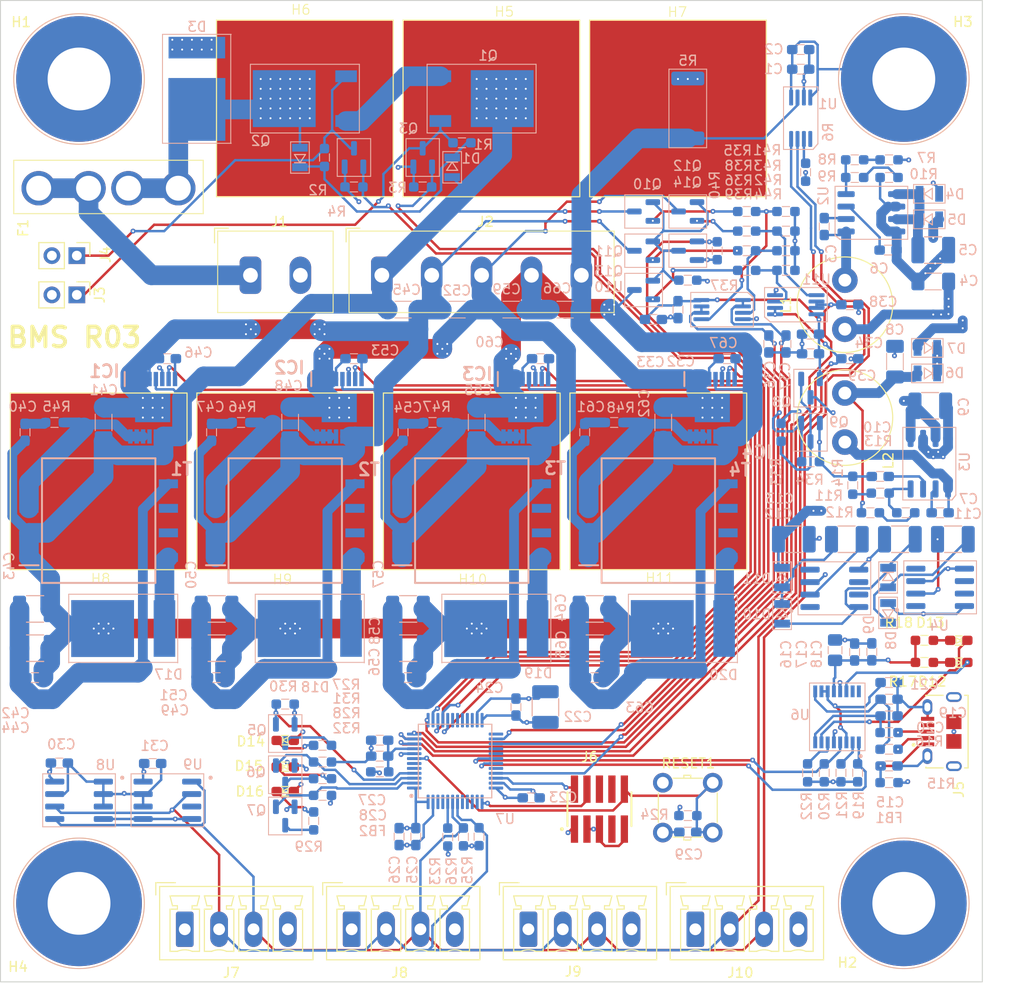
<source format=kicad_pcb>
(kicad_pcb (version 20240108) (generator "pcbnew") (generator_version "8.0")
  (layers (0 "F.Cu" signal) (1 "In1.Cu" power "Supply.Cu") (2 "In2.Cu" power "Gnd.Cu") (31 "B.Cu" signal) (34 "B.Paste" user) (35 "F.Paste" user) (36 "B.SilkS" user "B.Silkscreen") (37 "F.SilkS" user "F.Silkscreen") (38 "B.Mask" user) (39 "F.Mask" user) (44 "Edge.Cuts" user))
  (net 0 "")
  (net 1 "Net-(U2-VCC)")
  (net 2 "GND")
  (net 3 "/Battery Pack/PACK")
  (net 4 "/5V_USB")
  (net 5 "/3V3")
  (net 6 "/Battery Pack/CELL4_MINUS")
  (net 7 "/Battery Pack/CELL3_MINUS")
  (net 8 "/Battery Pack/CELL2_MINUS")
  (net 9 "Net-(D1-K)")
  (net 10 "Net-(D4-K)")
  (net 11 "Net-(D6-A)")
  (net 12 "Net-(U2-SW)")
  (net 13 "Net-(D8-K)")
  (net 14 "Net-(U2-BOOT)")
  (net 15 "Net-(D10-K)")
  (net 16 "/PACK_EXT")
  (net 17 "Net-(U5-CAP+)")
  (net 18 "Net-(D13-A)")
  (net 19 "/MCU/UART_USB_RX")
  (net 20 "/MCU/UART_USB_TX")
  (net 21 "Net-(J5-VCC)")
  (net 22 "/MCU/VDDA")
  (net 23 "Net-(D15-K)")
  (net 24 "Net-(U6-USBDM)")
  (net 25 "Net-(D13-K)")
  (net 26 "Net-(Q6-D)")
  (net 27 "/MCU/NRST")
  (net 28 "Net-(Q7-D)")
  (net 29 "/MCU/LED1")
  (net 30 "Net-(Q8-D)")
  (net 31 "/MCU/LED2")
  (net 32 "/MCU/LED3")
  (net 33 "/MCU/SCL")
  (net 34 "/MCU/SDA")
  (net 35 "Net-(D16-K)")
  (net 36 "/MCU/SWDIO")
  (net 37 "/MCU/SWCLK")
  (net 38 "Net-(D14-K)")
  (net 39 "/5V")
  (net 40 "Net-(U4-CAP+)")
  (net 41 "Net-(U6-USBDP)")
  (net 42 "Net-(U6-3V3OUT)")
  (net 43 "/Cell Measurement/CELL3")
  (net 44 "/Cell Measurement/CELL4")
  (net 45 "/Cell Measurement/CELL1")
  (net 46 "/Cell Measurement/CELL2")
  (net 47 "Net-(C40-Pad2)")
  (net 48 "Net-(C42-Pad2)")
  (net 49 "Net-(J4-Pin_1)")
  (net 50 "Net-(IC1-OUT)")
  (net 51 "Net-(C47-Pad2)")
  (net 52 "/CHARGE")
  (net 53 "/DISCHARGE")
  (net 54 "Net-(J3-Pin_1)")
  (net 55 "Net-(R7-Pad2)")
  (net 56 "Net-(R10-Pad1)")
  (net 57 "Net-(D18-A)")
  (net 58 "/Power Supply/9V4")
  (net 59 "/18V")
  (net 60 "Net-(Q13-D)")
  (net 61 "Net-(R11-Pad2)")
  (net 62 "Net-(C49-Pad2)")
  (net 63 "Net-(U3-VCC)")
  (net 64 "Net-(U3-SW)")
  (net 65 "Net-(U3-BOOT)")
  (net 66 "Net-(IC2-OUT)")
  (net 67 "Net-(R13-Pad2)")
  (net 68 "Net-(C54-Pad2)")
  (net 69 "Net-(C56-Pad2)")
  (net 70 "Net-(IC3-OUT)")
  (net 71 "Net-(C61-Pad2)")
  (net 72 "Net-(C63-Pad2)")
  (net 73 "Net-(U10A-+)")
  (net 74 "Net-(IC4-OUT)")
  (net 75 "Net-(D12-K)")
  (net 76 "Net-(Q10-D)")
  (net 77 "Net-(Q11-D)")
  (net 78 "Net-(Q12-D)")
  (net 79 "Net-(D12-A)")
  (net 80 "/EN_CELL_MEASUREMENT")
  (net 81 "Net-(U3-FB{slash}VOUT)")
  (net 82 "Net-(D17-A)")
  (net 83 "Net-(D19-A)")
  (net 84 "Net-(D20-A)")
  (net 85 "Net-(J1-Pin_1)")
  (net 86 "Net-(U2-FB{slash}VOUT)")
  (net 87 "/Cell Balancing/CELL4_ENABLE")
  (net 88 "/Cell Balancing/CELL3_ENABLE")
  (net 89 "/Cell Balancing/CELL2_ENABLE")
  (net 90 "/Cell Balancing/CELL1_ENABLE")
  (net 91 "Net-(J5-D-)")
  (net 92 "Net-(J5-D+)")
  (net 97 "Net-(Q1-S)")
  (net 102 "Net-(Q5-D)")
  (net 103 "Net-(Q8-G)")
  (net 104 "Net-(Q10-G)")
  (net 105 "Net-(U1-ROSC)")
  (net 106 "Net-(U6-~{RTS})")
  (net 107 "Net-(U6-~{CTS})")
  (net 108 "Net-(U7-BOOT0)")
  (net 109 "Net-(U11B-+)")
  (net 110 "Net-(U11A-+)")
  (net 135 "/Battery Pack/CELL1_MINUS")
  (net 137 "Net-(U10B-+)")
  (net 146 "Net-(IC1-SW_1)")
  (net 147 "Net-(IC2-SW_1)")
  (net 148 "Net-(IC3-SW_1)")
  (net 149 "Net-(IC4-SW_1)")
  (footprint "benediktibk:KEYSTONE_blade_fus_holder" (layer "F.Cu") (at 31 40.72)
    (property "Reference" "F1")
    (property "Value" "20A")
  )
  (footprint "benediktibk:heatsink_18x18" (layer "F.Cu") (at 70 31)
    (property "Reference" "H5")
    (property "Value" "heatsink_18x18")
  )
  (footprint "benediktibk:heatsink_18x18" (layer "F.Cu") (at 49 69)
    (property "Reference" "H9")
    (property "Value" "heatsink_18x18")
  )
  (footprint "benediktibk:R_0603_1608Metric_Pad0.98x0.95mm_HandSolder" (layer "F.Cu") (at 114.1 85.2)
    (property "Reference" "R18")
    (property "Value" "120Ohm")
  )
  (footprint "benediktibk:rspro_header_4pin_3_5mm" (layer "F.Cu") (at 90.7675 114.6425)
    (property "Reference" "J10")
    (property "Value" "TEMP_CELL4")
  )
  (footprint "benediktibk:D_0603_1608Metric_Pad1.05x0.95mm_HandSolder" (layer "F.Cu") (at 117.6 85.2 180)
    (property "Reference" "D13")
    (property "Value" "UART_RX")
  )
  (footprint "benediktibk:rspro_header_4pin_3_5mm" (layer "F.Cu") (at 38.7675 114.6425)
    (property "Reference" "J7")
    (property "Value" "TEMP_CELL1")
  )
  (footprint "benediktibk:D_0603_1608Metric_Pad1.05x0.95mm_HandSolder" (layer "F.Cu") (at 117.6 87.45 180)
    (property "Reference" "D12")
    (property "Value" "UART_TX")
  )
  (footprint "benediktibk:TMG1-01" (layer "F.Cu") (at 90 102.25)
    (property "Reference" "RESET1")
    (property "Value" "TMG1-01")
  )
  (footprint "benediktibk:L_Radial_D9.5mm_P5.00mm_Fastron_07HVP" (layer "F.Cu") (at 106 53.5 90)
    (property "Reference" "L1")
    (property "Value" "22uH")
  )
  (footprint "benediktibk:rspro_header_4pin_3_5mm" (layer "F.Cu") (at 73.7675 114.6425)
    (property "Reference" "J9")
    (property "Value" "TEMP_CELL3")
  )
  (footprint "benediktibk:rspro_header_4pin_3_5mm" (layer "F.Cu") (at 55.7675 114.6425)
    (property "Reference" "J8")
    (property "Value" "TEMP_CELL2")
  )
  (footprint "benediktibk:MountingHole_6.4mm_M6_Pad_TopBottom" (layer "F.Cu") (at 28 112)
    (property "Reference" "H4")
    (property "Value" "MountingHole_Pad")
  )
  (footprint "benediktibk:heatsink_18x18" (layer "F.Cu") (at 30 69)
    (property "Reference" "H8")
    (property "Value" "heatsink_18x18")
  )
  (footprint "benediktibk:heatsink_18x18" (layer "F.Cu") (at 89 31)
    (property "Reference" "H7")
    (property "Value" "heatsink_18x18")
  )
  (footprint "benediktibk:R_0603_1608Metric_Pad0.98x0.95mm_HandSolder" (layer "F.Cu") (at 114.1 87.45)
    (property "Reference" "R17")
    (property "Value" "120Ohm")
  )
  (footprint "benediktibk:MountingHole_6.4mm_M6_Pad_TopBottom" (layer "F.Cu") (at 112 28)
    (property "Reference" "H3")
    (property "Value" "MountingHole_Pad" (hide yes))
  )
  (footprint "benediktibk:D_0603_1608Metric_Pad1.05x0.95mm_HandSolder" (layer "F.Cu") (at 49 95.4)
    (property "Reference" "D14")
    (property "Value" "green")
  )
  (footprint "benediktibk:PinHeader_1x02_P2.54mm_Vertical" (layer "F.Cu") (at 27.775 50 -90)
    (property "Reference" "J3")
    (property "Value" "Charge")
  )
  (footprint "benediktibk:heatsink_18x18" (layer "F.Cu") (at 87 69)
    (property "Reference" "H11")
    (property "Value" "heatsink_18x18")
  )
  (footprint "benediktibk:MountingHole_6.4mm_M6_Pad_TopBottom" (layer "F.Cu") (at 112 112)
    (property "Reference" "H2")
    (property "Value" "MountingHole_Pad" (hide yes))
  )
  (footprint "benediktibk:PinHeader_1x02_P2.54mm_Vertical" (layer "F.Cu") (at 27.775 46 -90)
    (property "Reference" "J4")
    (property "Value" "Discharge")
  )
  (footprint "benediktibk:SAMTEC_FTSH-105-01-F-DV-P-TR" (layer "F.Cu") (at 81 102.4)
    (property "Reference" "J6")
    (property "Value" "ARM-JTAG-SWD")
  )
  (footprint "benediktibk:L_Radial_D9.5mm_P5.00mm_Fastron_07HVP" (layer "F.Cu") (at 106 60 -90)
    (property "Reference" "L2")
    (property "Value" "22uH")
  )
  (footprint "benediktibk:D_0603_1608Metric_Pad1.05x0.95mm_HandSolder" (layer "F.Cu") (at 49 100.6)
    (property "Reference" "D16")
    (property "Value" "yellow")
  )
  (footprint "benediktibk:heatsink_18x18" (layer "F.Cu") (at 68 69)
    (property "Reference" "H10")
    (property "Value" "heatsink_18x18")
  )
  (footprint "benediktibk:heatsink_18x18" (layer "F.Cu") (at 51 31)
    (property "Reference" "H6")
    (property "Value" "heatsink_18x18")
  )
  (footprint "benediktibk:AMPHENOL_10118194-0001LF" (layer "F.Cu") (at 117.1 94.5 90)
    (property "Reference" "J5")
    (property "Value" "AMPHENOL_micro_usb_10118194-0001LF" (hide yes))
  )
  (footprint "benediktibk:rspro_header_2pin_5_08mm" (layer "F.Cu") (at 48 48)
    (property "Reference" "J1")
    (property "Value" "VBAT_DISCHARGE")
  )
  (footprint "benediktibk:MountingHole_6.4mm_M6_Pad_TopBottom" (layer "F.Cu") (at 28 28)
    (property "Reference" "H1")
    (property "Value" "MountingHole_Pad" (hide yes))
  )
  (footprint "benediktibk:rspro_header_5pin_5_08mm" (layer "F.Cu") (at 69 48)
    (property "Reference" "J2")
    (property "Value" "CELLS")
  )
  (footprint "benediktibk:D_0603_1608Metric_Pad1.05x0.95mm_HandSolder" (layer "F.Cu") (at 49 98.1)
    (property "Reference" "D15")
    (property "Value" "red")
  )
  (footprint "benediktibk:C_1206_3216Metric_Pad1.33x1.80mm_HandSolder" (layer "B.Cu") (at 87.5 63 90)
    (property "Reference" "C62")
    (property "Value" "47uF")
  )
  (footprint "benediktibk:R_0603_1608Metric_Pad0.98x0.95mm_HandSolder" (layer "B.Cu") (at 100 43.5)
    (property "Reference" "R43")
    (property "Value" "68kOhm")
  )
  (footprint "benediktibk:R_0603_1608Metric_Pad0.98x0.95mm_HandSolder" (layer "B.Cu") (at 52.8 97.6 180)
    (property "Reference" "R31")
    (property "Value" "10kOhm")
  )
  (footprint "benediktibk:R_0603_1608Metric_Pad0.98x0.95mm_HandSolder" (layer "B.Cu") (at 102 37.5 -90)
    (property "Reference" "R6")
    (property "Value" "200kOhm")
  )
  (footprint "benediktibk:C_0603_1608Metric_Pad1.08x0.95mm_HandSolder" (layer "B.Cu") (at 102.5 56 180)
    (property "Reference" "C35" (hide yes))
    (property "Value" "1uF")
  )
  (footprint "benediktibk:MSOP-8_3x3mm_P0.65mm" (layer "B.Cu") (at 101.5 32 90)
    (property "Reference" "U1")
    (property "Value" "STC3100")
  )
  (footprint "benediktibk:C_0603_1608Metric_Pad1.08x0.95mm_HandSolder" (layer "B.Cu") (at 90 104.75 180)
    (property "Reference" "C29")
    (property "Value" "100nF")
  )
  (footprint "benediktibk:R_0603_1608Metric_Pad0.98x0.95mm_HandSolder" (layer "B.Cu") (at 68.74 105.21 90)
    (property "Reference" "R25")
    (property "Value" "4.7kOhm")
  )
  (footprint "benediktibk:SBR2065D1" (layer "B.Cu") (at 51.5 84 180)
    (property "Reference" "D18")
    (property "Value" "SBR2065D1")
  )
  (footprint "benediktibk:SOT-23" (layer "B.Cu") (at 85.5 45.5 180)
    (property "Reference" "Q11")
    (property "Value" "BS250FTA")
  )
  (footprint "benediktibk:C_0603_1608Metric_Pad1.08x0.95mm_HandSolder" (layer "B.Cu") (at 42 89 180)
    (property "Reference" "C49")
    (property "Value" "1uF")
  )
  (footprint "benediktibk:R_0603_1608Metric_Pad0.98x0.95mm_HandSolder" (layer "B.Cu") (at 96 45.5)
    (property "Reference" "R36")
    (property "Value" "100kOhm")
  )
  (footprint "benediktibk:D_SOD-323" (layer "B.Cu") (at 99.6 82.5 -90)
    (property "Reference" "D10")
    (property "Value" "BAT54WS" (hide yes))
  )
  (footprint "benediktibk:C_0805_2012Metric_Pad1.18x1.45mm_HandSolder" (layer "B.Cu") (at 105 86.2 90)
    (property "Reference" "C16")
    (property "Value" "4.7uF")
  )
  (footprint "benediktibk:SOIC-8_3.9x4.9mm_P1.27mm" (layer "B.Cu") (at 115.7 79.8)
    (property "Reference" "U4")
    (property "Value" "ICL7660")
  )
  (footprint "benediktibk:C_1206_3216Metric_Pad1.33x1.80mm_HandSolder" (layer "B.Cu") (at 72 51.5)
    (property "Reference" "C59")
    (property "Value" "47uF")
  )
  (footprint "benediktibk:C_0603_1608Metric_Pad1.08x0.95mm_HandSolder" (layer "B.Cu") (at 109.6 68.5 180)
    (property "Reference" "C10")
    (property "Value" "1uF")
  )
  (footprint "benediktibk:C_0603_1608Metric_Pad1.08x0.95mm_HandSolder" (layer "B.Cu") (at 98.25 55 -90)
    (property "Reference" "C36")
    (property "Value" "100nF")
  )
  (footprint "benediktibk:SOT-23" (layer "B.Cu") (at 49 94.7 -90)
    (property "Reference" "Q5")
    (property "Value" "DMN3404L")
  )
  (footprint "benediktibk:D_SOD-323" (layer "B.Cu") (at 110.4 82.4 90)
    (property "Reference" "D8")
    (property "Value" "BAT54WS")
  )
  (footprint "benediktibk:C_1210_3225Metric_Pad1.33x2.70mm_HandSolder" (layer "B.Cu") (at 117 74.9 180)
    (property "Reference" "C11")
    (property "Value" "10uF")
  )
  (footprint "benediktibk:R_0603_1608Metric_Pad0.98x0.95mm_HandSolder" (layer "B.Cu") (at 108.6 72.2)
    (property "Reference" "R11")
    (property "Value" "390kOhm")
  )
  (footprint "benediktibk:R_0603_1608Metric_Pad0.98x0.95mm_HandSolder" (layer "B.Cu") (at 90 48.5 180)
    (property "Reference" "R37")
    (property "Value" "220kOhm")
  )
  (footprint "benediktibk:C_0603_1608Metric_Pad1.08x0.95mm_HandSolder" (layer "B.Cu") (at 102.5 54 180)
    (property "Reference" "C34")
    (property "Value" "100nF")
  )
  (footprint "benediktibk:R_0603_1608Metric_Pad0.98x0.95mm_HandSolder" (layer "B.Cu") (at 112.2 72.2 180)
    (property "Reference" "R12")
    (property "Value" "10kOhm")
  )
  (footprint "benediktibk:C_0603_1608Metric_Pad1.08x0.95mm_HandSolder" (layer "B.Cu") (at 23.5 89 180)
    (property "Reference" "C42")
    (property "Value" "1uF")
  )
  (footprint "benediktibk:C_0603_1608Metric_Pad1.08x0.95mm_HandSolder" (layer "B.Cu") (at 110.5 98)
    (property "Reference" "C15")
    (property "Value" "10nF")
  )
  (footprint "benediktibk:C_1210_3225Metric_Pad1.33x2.70mm_HandSolder" (layer "B.Cu") (at 115.000001 45.435)
    (property "Reference" "C5")
    (property "Value" "10uF")
  )
  (footprint "benediktibk:C_0603_1608Metric_Pad1.08x0.95mm_HandSolder" (layer "B.Cu") (at 110.5 91.2)
    (property "Reference" "C19")
    (property "Value" "47pF")
  )
  (footprint "benediktibk:R_0603_1608Metric_Pad0.98x0.95mm_HandSolder" (layer "B.Cu") (at 107.000001 38.035)
    (property "Reference" "R9")
    (property "Value" "100kOhm")
  )
  (footprint "benediktibk:R_0603_1608Metric_Pad0.98x0.95mm_HandSolder" (layer "B.Cu") (at 96 43.5)
    (property "Reference" "R38")
    (property "Value" "100kOhm")
  )
  (footprint "benediktibk:C_0603_1608Metric_Pad1.08x0.95mm_HandSolder" (layer "B.Cu") (at 26 97.7)
    (property "Reference" "C30")
    (property "Value" "100nF")
  )
  (footprint "benediktibk:R_0603_1608Metric_Pad0.98x0.95mm_HandSolder" (layer "B.Cu") (at 93 45.5 -90)
    (property "Reference" "R40")
    (property "Value" "220kOhm")
  )
  (footprint "benediktibk:R_0603_1608Metric_Pad0.98x0.95mm_HandSolder" (layer "B.Cu") (at 96 41.5)
    (property "Reference" "R35")
    (property "Value" "100kOhm")
  )
  (footprint "benediktibk:C_1210_3225Metric_Pad1.33x2.70mm_HandSolder" (layer "B.Cu") (at 23.5 82 180)
    (property "Reference" "C43")
    (property "Value" "10uF")
  )
  (footprint "benediktibk:SOIC-8_3.9x4.9mm_P1.27mm" (layer "B.Cu") (at 37 101.5 180)
    (property "Reference" "U9")
    (property "Value" "NCT75DR2G")
  )
  (footprint "benediktibk:TO-252-2" (layer "B.Cu") (at 69 30)
    (property "Reference" "Q1")
    (property "Value" "TJ40S04M3L")
  )
  (footprint "benediktibk:C_1206_3216Metric_Pad1.33x1.80mm_HandSolder" (layer "B.Cu") (at 30.5 63 90)
    (property "Reference" "C41")
    (property "Value" "47uF")
  )
  (footprint "benediktibk:R_0603_1608Metric_Pad0.98x0.95mm_HandSolder" (layer "B.Cu") (at 67.15 105.23 90)
    (property "Reference" "R26")
    (property "Value" "4.7kOhm")
  )
  (footprint "benediktibk:C_0603_1608Metric_Pad1.08x0.95mm_HandSolder" (layer "B.Cu") (at 37 56.5 180)
    (property "Reference" "C46")
    (property "Value" "47nF")
  )
  (footprint "benediktibk:R_0603_1608Metric_Pad0.98x0.95mm_HandSolder" (layer "B.Cu") (at 107.000001 36.235 180)
    (property "Reference" "R8")
    (property "Value" "10kOhm")
  )
  (footprint "benediktibk:SOT-23" (layer "B.Cu") (at 49 103.1 -90)
    (property "Reference" "Q7")
    (property "Value" "DMN3404L")
  )
  (footprint "benediktibk:R_0603_1608Metric_Pad0.98x0.95mm_HandSolder" (layer "B.Cu") (at 52.8 99.3 180)
    (property "Reference" "R28")
    (property "Value" "100Ohm")
  )
  (footprint "benediktibk:C_0603_1608Metric_Pad1.08x0.95mm_HandSolder" (layer "B.Cu") (at 80.5 89 180)
    (property "Reference" "C63")
    (property "Value" "1uF")
  )
  (footprint "benediktibk:R_0603_1608Metric_Pad0.98x0.95mm_HandSolder" (layer "B.Cu") (at 110.5 99.7)
    (property "Reference" "FB1")
    (property "Value" "BLM18P")
  )
  (footprint "benediktibk:D_SOD-323" (layer "B.Cu") (at 114.6 39.7)
    (property "Reference" "D4")
    (property "Value" "BAT54WS")
  )
  (footprint "benediktibk:R_0603_1608Metric_Pad0.98x0.95mm_HandSolder" (layer "B.Cu") (at 105.6 98.7 90)
    (property "Reference" "R21")
    (property "Value" "10kOhm")
  )
  (footprint "benediktibk:SOP250P1524X1143-8N" (layer "B.Cu") (at 87 73)
    (property "Reference" "T4")
    (property "Value" "NA6252-ALD" (hide yes))
  )
  (footprint "benediktibk:R_0603_1608Metric_Pad0.98x0.95mm_HandSolder" (layer "B.Cu") (at 110.500001 38.035 180)
    (property "Reference" "R10")
    (property "Value" "39kOhm")
  )
  (footprint "benediktibk:R_0603_1608Metric_Pad0.98x0.95mm_HandSolder" (layer "B.Cu") (at 56 39 180)
    (property "Reference" "R4")
    (property "Value" "220kOhm")
  )
  (footprint "benediktibk:C_1210_3225Metric_Pad1.33x2.70mm_HandSolder" (layer "B.Cu") (at 23.5 86 180)
    (property "Reference" "C44")
    (property "Value" "10uF")
  )
  (footprint "benediktibk:SOP65P640X110-17N" (layer "B.Cu") (at 35.5 61.5 -90)
    (property "Reference" "IC1")
    (property "Value" "LT8584EFE#PBF" (hide yes))
  )
  (footprint "benediktibk:R_0603_1608Metric_Pad0.98x0.95mm_HandSolder" (layer "B.Cu") (at 44.5 63)
    (property "Reference" "R46")
    (property "Value" "4.7kOhm")
  )
  (footprint "benediktibk:D_SOD-323" (layer "B.Cu") (at 50.5 36 90)
    (property "Reference" "D2" (hide yes))
    (property "Value" "BAT54WS")
  )
  (footprint "benediktibk:R_0603_1608Metric_Pad0.98x0.95mm_HandSolder" (layer "B.Cu") (at 100 41.5)
    (property "Reference" "R41")
    (property "Value" "24kOhm")
  )
  (footprint "benediktibk:SOT-23" (layer "B.Cu") (at 63 36 90)
    (property "Reference" "Q3")
    (property "Value" "DMN3404L")
  )
  (footprint "benediktibk:SOT-23" (layer "B.Cu") (at 102.5 59.5 -90)
    (property "Reference" "Q8")
    (property "Value" "BS250FTA")
  )
  (footprint "benediktibk:C_1206_3216Metric_Pad1.33x1.80mm_HandSolder" (layer "B.Cu") (at 61 51.5)
    (property "Reference" "C45")
    (property "Value" "47uF")
  )
  (footprint "benediktibk:R_0603_1608Metric_Pad0.98x0.95mm_HandSolder" (layer "B.Cu") (at 90.01 103.06)
    (property "Reference" "R24")
    (property "Value" "10kOhm")
  )
  (footprint "benediktibk:MSOP-8_3x3mm_P0.65mm" (layer "B.Cu") (at 93.5 51.5 180)
    (property "Reference" "U10")
    (property "Value" "LM2904M8-13")
  )
  (footprint "benediktibk:R_0603_1608Metric_Pad0.98x0.95mm_HandSolder" (layer "B.Cu") (at 65.55 105.25 90)
    (property "Reference" "R23")
    (property "Value" "10kOhm")
  )
  (footprint "benediktibk:C_0603_1608Metric_Pad1.08x0.95mm_HandSolder" (layer "B.Cu") (at 106.5 51)
    (property "Reference" "C38")
    (property "Value" "100nF")
  )
  (footprint "benediktibk:C_0603_1608Metric_Pad1.08x0.95mm_HandSolder" (layer "B.Cu") (at 58.62 97 180)
    (property "Reference" "C28")
    (property "Value" "1uF")
  )
  (footprint "benediktibk:C_0603_1608Metric_Pad1.08x0.95mm_HandSolder" (layer "B.Cu") (at 79.5 64 90)
    (property "Reference" "C61")
    (property "Value" "22nF")
  )
  (footprint "benediktibk:SOT-23" (layer "B.Cu") (at 102.5 64 -90)
    (property "Reference" "Q9")
    (property "Value" "DMN3404L")
  )
  (footprint "benediktibk:SOP65P640X110-17N" (layer "B.Cu") (at 92.5 61.5 -90)
    (property "Reference" "IC4")
    (property "Value" "LT8584EFE#PBF" (hide yes))
  )
  (footprint "benediktibk:C_0603_1608Metric_Pad1.08x0.95mm_HandSolder" (layer "B.Cu") (at 110.400001 45.435)
    (property "Reference" "C6")
    (property "Value" "1uF")
  )
  (footprint "benediktibk:R_0603_1608Metric_Pad0.98x0.95mm_HandSolder" (layer "B.Cu") (at 51.9 103.6 -90)
    (property "Reference" "R29")
    (property "Value" "100Ohm")
  )
  (footprint "benediktibk:R_0603_1608Metric_Pad0.98x0.95mm_HandSolder" (layer "B.Cu") (at 96 47.5)
    (property "Reference" "R39")
    (property "Value" "24kOhm")
  )
  (footprint "benediktibk:SOP250P1524X1143-8N" (layer "B.Cu") (at 49 73)
    (property "Reference" "T2")
    (property "Value" "NA6252-ALD" (hide yes))
  )
  (footprint "benediktibk:R_0603_1608Metric_Pad0.98x0.95mm_HandSolder" (layer "B.Cu") (at 110.500001 36.235 180)
    (property "Reference" "R7")
    (property "Value" "390kOhm")
  )
  (footprint "benediktibk:C_1206_3216Metric_Pad1.33x1.80mm_HandSolder" (layer "B.Cu") (at 111.1 56.8 90)
    (property "Reference" "C8")
    (property "Value" "47uF")
  )
  (footprint "benediktibk:C_1210_3225Metric_Pad1.33x2.70mm_HandSolder" (layer "B.Cu") (at 75.5 92 90)
    (property "Reference" "C22")
    (property "Value" "10uF")
  )
  (footprint "benediktibk:SOT-23" (layer "B.Cu") (at 85.5 41.5 180)
    (property "Reference" "Q10")
    (property "Value" "BS250FTA")
  )
  (footprint "benediktibk:C_0603_1608Metric_Pad1.08x0.95mm_HandSolder" (layer "B.Cu") (at 35.5 97.75)
    (property "Reference" "C31")
    (property "Value" "100nF")
  )
  (footprint "benediktibk:R_0603_1608Metric_Pad0.98x0.95mm_HandSolder" (layer "B.Cu") (at 67 34.5 180)
    (property "Reference" "R1")
    (property "Value" "220kOhm")
  )
  (footprint "benediktibk:SBR2065D1" (layer "B.Cu") (at 40 29 -90)
    (property "Reference" "D3")
    (property "Value" "SBR2065D1")
  )
  (footprint "benediktibk:C_0603_1608Metric_Pad1.08x0.95mm_HandSolder" (layer "B.Cu") (at 61 64 90)
    (property "Reference" "C54")
    (property "Value" "22nF")
  )
  (footprint "benediktibk:C_0603_1608Metric_Pad1.08x0.95mm_HandSolder" (layer "B.Cu") (at 106.5 56.5)
    (property "Reference" "C39")
    (property "Value" "100nF")
  )
  (footprint "benediktibk:SOP65P640X110-17N" (layer "B.Cu") (at 54.5 61.5 -90)
    (property "Reference" "IC2")
    (property "Value" "LT8584EFE#PBF" (hide yes))
  )
  (footprint "benediktibk:C_0603_1608Metric_Pad1.08x0.95mm_HandSolder" (layer "B.Cu") (at 110.5 92.9)
    (property "Reference" "C20")
    (property "Value" "47pF")
  )
  (footprint "benediktibk:C_1210_3225Metric_Pad1.33x2.70mm_HandSolder" (layer "B.Cu") (at 111.6 74.9 180)
    (property "Reference" "C12")
    (property "Value" "10uF")
  )
  (footprint "benediktibk:SO-8_3.9x4.9mm_P1.27mm" (layer "B.Cu") (at 108.700001 41.635)
    (property "Reference" "U2")
    (property "Value" "L6982CDR")
  )
  (footprint "benediktibk:C_0603_1608Metric_Pad1.08x0.95mm_HandSolder" (layer "B.Cu") (at 58.62 95.38 180)
    (property "Reference" "C27")
    (property "Value" "100nF")
  )
  (footprint "benediktibk:SOT-23" (layer "B.Cu") (at 49 98.9 -90)
    (property "Reference" "Q6")
    (property "Value" "DMN3404L")
  )
  (footprint "benediktibk:SOP65P640X110-17N" (layer "B.Cu") (at 73.5 61.5 -90)
    (property "Reference" "IC3")
    (property "Value" "LT8584EFE#PBF" (hide yes))
  )
  (footprint "benediktibk:C_1206_3216Metric_Pad1.33x1.80mm_HandSolder" (layer "B.Cu") (at 68.5 63 90)
    (property "Reference" "C55")
    (property "Value" "47uF")
  )
  (footprint "benediktibk:SOP250P1524X1143-8N" (layer "B.Cu") (at 30 73)
    (property "Reference" "T1")
    (property "Value" "NA6252-ALD" (hide yes))
  )
  (footprint "benediktibk:D_SOD-323" (layer "B.Cu") (at 110.4 78.8 -90)
    (property "Reference" "D9")
    (property "Value" "BAT54WS")
  )
  (footprint "benediktibk:C_0603_1608Metric_Pad1.08x0.95mm_HandSolder" (layer "B.Cu") (at 61.5 89 180)
    (property "Reference" "C56")
    (property "Value" "1uF")
  )
  (footprint "benediktibk:R_0603_1608Metric_Pad0.98x0.95mm_HandSolder" (layer "B.Cu") (at 49 91.7 180)
    (property "Reference" "R30")
    (property "Value" "10kOhm")
  )
  (footprint "benediktibk:C_1210_3225Metric_Pad1.33x2.70mm_HandSolder" (layer "B.Cu") (at 61.5 86 180)
    (property "Reference" "C58")
    (property "Value" "10uF")
  )
  (footprint "benediktibk:D_SOD-323" (layer "B.Cu") (at 66 37 -90)
    (property "Reference" "D1")
    (property "Value" "BAT54WS")
  )
  (footprint "benediktibk:R_0603_1608Metric_Pad0.98x0.95mm_HandSolder" (layer "B.Cu") (at 109.6 70.2 180)
    (property "Reference" "R13")
    (property "Value" "43kOhm")
  )
  (footprint "benediktibk:MSOP-8_3x3mm_P0.65mm" (layer "B.Cu") (at 101 51)
    (property "Reference" "U11")
    (property "Value" "LM2904M8-13")
  )
  (footprint "benediktibk:C_0603_1608Metric_Pad1.08x0.95mm_HandSolder" (layer "B.Cu") (at 108.74 86.37 90)
    (property "Reference" "C18")
    (property "Value" "100nF")
  )
  (footprint "benediktibk:C_0603_1608Metric_Pad1.08x0.95mm_HandSolder" (layer "B.Cu") (at 62.3 105.2 -90)
    (property "Reference" "C25")
    (property "Value" "100nF")
  )
  (footprint "benediktibk:C_1210_3225Metric_Pad1.33x2.70mm_HandSolder" (layer "B.Cu") (at 80.5 86 180)
    (property "Reference" "C65")
    (property "Value" "10uF")
  )
  (footprint "benediktibk:SO-8_3.9x4.9mm_P1.27mm" (layer "B.Cu") (at 114.6 67.2 90)
    (property "Reference" "U3")
    (property "Value" "L6982CDR")
  )
  (footprint "benediktibk:SOT-23" (layer "B.Cu") (at 90 45.5 180)
    (property "Reference" "Q14")
    (property "Value" "DMN3404L")
  )
  (footprint "benediktibk:R_0603_1608Metric_Pad0.98x0.95mm_HandSolder" (layer "B.Cu") (at 53 36 90)
    (property "Reference" "R2")
    (property "Value" "220kOhm")
  )
  (footprint "benediktibk:SOT-23" (layer "B.Cu") (at 56 36 90)
    (property "Reference" "Q4" (hide yes))
    (property "Value" "DMN3404L")
  )
  (footprint "benediktibk:SOIC-8_3.9x4.9mm_P1.27mm" (layer "B.Cu") (at 104.93 79.9)
    (property "Reference" "U5" (hide yes))
    (property "Value" "ICL7660")
  )
  (footprint "benediktibk:C_0603_1608Metric_Pad1.08x0.95mm_HandSolder" (layer "B.Cu") (at 100 55 -90)
    (property "Reference" "C37")
    (property "Value" "100nF")
  )
  (footprint "benediktibk:R_2512_6332Metric_Pad1.40x3.35mm_HandSolder" (layer "B.Cu") (at 90 31 90)
    (property "Reference" "R5")
    (property "Value" "2mOhm/5W")
  )
  (footprint "benediktibk:C_1210_3225Metric_Pad1.33x2.70mm_HandSolder" (layer "B.Cu") (at 42 86 180)
    (property "Reference" "C51")
    (property "Value" "10uF")
  )
  (footprint "benediktibk:R_0603_1608Metric_Pad0.98x0.95mm_HandSolder" (layer "B.Cu") (at 58.625 98.6 180)
    (property "Reference" "FB2")
    (property "Value" "BLM18P")
  )
  (footprint "benediktibk:R_0603_1608Metric_Pad0.98x0.95mm_HandSolder" (layer "B.Cu") (at 25.5 63)
    (property "Reference" "R45")
    (property "Value" "4.7kOhm")
  )
  (footprint "benediktibk:R_0603_1608Metric_Pad0.98x0.95mm_HandSolder" (layer "B.Cu") (at 102.5 67)
    (property "Reference" "R34")
    (property "Value" "220kOhm")
  )
  (footprint "benediktibk:D_SOD-323" (layer "B.Cu") (at 114.4 58 180)
    (property "Reference" "D6")
    (property "Value" "BAT54WS")
  )
  (footprint "benediktibk:C_0603_1608Metric_Pad1.08x0.95mm_HandSolder" (layer "B.Cu") (at 86.5 52.5)
    (property "Reference" "C33")
    (property "Value" "1uF")
  )
  (footprint "benediktibk:SBR2065D1" (layer "B.Cu") (at 89.5 84 180)
    (property "Reference" "D20")
    (property "Value" "SBR2065D1")
  )
  (footprint "benediktibk:C_1210_3225Metric_Pad1.33x2.70mm_HandSolder" (layer "B.Cu") (at 42 82 180)
    (property "Reference" "C50")
    (property "Value" "10uF")
  )
  (footprint "benediktibk:C_0603_1608Metric_Pad1.08x0.95mm_HandSolder" (layer "B.Cu") (at 103.900001 43.035 90)
    (property "Reference" "C3")
    (property "Value" "100nF")
  )
  (footprint "benediktibk:C_1206_3216Metric_Pad1.33x1.80mm_HandSolder" (layer "B.Cu") (at 49.5 63 90)
    (property "Reference" "C48")
    (property "Value" "47uF")
  )
  (footprint "benediktibk:R_0603_1608Metric_Pad0.98x0.95mm_HandSolder" (layer "B.Cu") (at 100 47.5)
    (property "Reference" "R44")
    (property "Value" "100kOhm")
  )
  (footprint "benediktibk:R_0603_1608Metric_Pad0.98x0.95mm_HandSolder" (layer "B.Cu") (at 82.5 63)
    (property "Reference" "R48")
    (property "Value" "4.7kOhm")
  )
  (footprint "benediktibk:C_1210_3225Metric_Pad1.33x2.70mm_HandSolder" (layer "B.Cu") (at 114.7 61.3)
    (property "Reference" "C9")
    (property "Value" "10uF")
  )
  (footprint "benediktibk:R_0603_1608Metric_Pad0.98x0.95mm_HandSolder" (layer "B.Cu") (at 102.2 98.7 90)
    (property "Reference" "R22")
    (property "Value" "10kOhm")
  )
  (footprint "benediktibk:R_0603_1608Metric_Pad0.98x0.95mm_HandSolder" (layer "B.Cu") (at 64 63)
    (property "Reference" "R47")
    (property "Value" "4.7kOhm")
  )
  (footprint "benediktibk:R_0603_1608Metric_Pad0.98x0.95mm_HandSolder" (layer "B.Cu") (at 52.8 101 180)
    (property "Reference" "R32")
    (property "Value" "10kOhm")
  )
  (footprint "benediktibk:SOT-23" (layer "B.Cu") (at 85.5 49.5 180)
    (property "Reference" "Q13")
    (property "Value" "BS250FTA")
  )
  (footprint "benediktibk:D_SOD-323" (layer "B.Cu") (at 114.6 42.3)
    (property "Reference" "D5")
    (property "Value" "BAT54WS")
  )
  (footprint "benediktibk:R_0603_1608Metric_Pad0.98x0.95mm_HandSolder" (layer "B.Cu") (at 110.5 96.3)
    (property "Reference" "R15")
    (property "Value" "27Ohm")
  )
  (footprint "benediktibk:R_0603_1608Metric_Pad0.98x0.95mm_HandSolder" (layer "B.Cu") (at 110.5 94.6)
    (property "Reference" "R16")
    (property "Value" "27Ohm")
  )
  (footprint "benediktibk:C_1210_3225Metric_Pad1.33x2.70mm_HandSolder" (layer "B.Cu") (at 106.2 74.9)
    (property "Reference" "C13")
    (property "Value" "10uF")
  )
  (footprint "benediktibk:R_0603_1608Metric_Pad0.98x0.95mm_HandSolder" (layer "B.Cu") (at 63 39 180)
    (property "Reference" "R3")
    (property "Value" "220kOhm")
  )
  (footprint "benediktibk:LQFP-48_7x7mm_P0.5mm" (layer "B.Cu") (at 66.3 97.5)
    (property "Reference" "U7")
    (property "Value" "STM32L071CZTx")
  )
  (footprint "benediktibk:SSOP-16_3.9x4.9mm_P0.635mm" (layer "B.Cu") (at 105.2 93 90)
    (property "Reference" "U6")
    (property "Value" "FT230XS")
  )
  (footprint "benediktibk:C_0603_1608Metric_Pad1.08x0.95mm_HandSolder" (layer "B.Cu") (at 89 51.5 -90)
    (property "Reference" "C32")
    (property "Value" "100nF")
  )
  (footprint "benediktibk:R_0603_1608Metric_Pad0.98x0.95mm_HandSolder" (layer "B.Cu") (at 99.5 64 -90)
    (property "Reference" "R33")
    (property "Value" "220kOhm")
  )
  (footprint "benediktibk:C_0603_1608Metric_Pad1.08x0.95mm_HandSolder" (layer "B.Cu") (at 41.5 64 90)
    (property "Reference" "C47")
    (property "Value" "22nF")
  )
  (footprint "benediktibk:SOP250P1524X1143-8N" (layer "B.Cu") (at 68 73)
    (property "Reference" "T3")
    (property "Value" "NA6252-ALD" (hide yes))
  )
  (footprint "benediktibk:SBR2065D1" (layer "B.Cu") (at 32.5 84 180)
    (property "Reference" "D17")
    (property "Value" "SBR2065D1")
  )
  (footprint "benediktibk:C_0603_1608Metric_Pad1.08x0.95mm_HandSolder" (layer "B.Cu") (at 101.5 27 180)
    (property "Reference" "C1")
    (property "Value" "100nF")
  )
  (footprint "benediktibk:SOIC-8_3.9x4.9mm_P1.27mm" (layer "B.Cu") (at 28 101.5 180)
    (property "Reference" "U8")
    (property "Value" "AT24C512C")
  )
  (footprint "benediktibk:C_0603_1608Metric_Pad1.08x0.95mm_HandSolder" (layer "B.Cu") (at 106.99 86.39 90)
    (property "Reference" "C17")
    (property "Value" "100nF")
  )
  (footprint "benediktibk:C_0603_1608Metric_Pad1.08x0.95mm_HandSolder" (layer "B.Cu") (at 115.7 72.2 180)
    (property "Reference" "C7")
    (property "Value" "100nF")
  )
  (footprint "benediktibk:C_0603_1608Metric_Pad1.08x0.95mm_HandSolder" (layer "B.Cu") (at 110.5 89.5)
    (property "Reference" "C21")
    (property "Value" "100nF")
  )
  (footprint "benediktibk:R_0603_1608Metric_Pad0.98x0.95mm_HandSolder" (layer "B.Cu") (at 106.8 69.4 90)
    (property "Reference" "R14")
    (property "Value" "39kOhm")
  )
  (footprint "benediktibk:C_0603_1608Metric_Pad1.08x0.95mm_HandSolder" (layer "B.Cu") (at 72.5 92 90)
    (property "Reference" "C24")
    (property "Value" "100nF")
  )
  (footprint "benediktibk:C_1210_3225Metric_Pad1.33x2.70mm_HandSolder" (layer "B.Cu") (at 61.5 82 180)
    (property "Reference" "C57")
    (property "Value" "10uF")
  )
  (footprint "benediktibk:C_0603_1608Metric_Pad1.08x0.95mm_HandSolder" (layer "B.Cu") (at 94 56.5 180)
    (property "Reference" "C67")
    (property "Value" "47nF")
  )
  (footprint "benediktibk:C_0603_1608Metric_Pad1.08x0.95mm_HandSolder" (layer "B.Cu") (at 56 56.5 180)
    (property "Reference" "C53")
    (property "Value" "47nF")
  )
  (footprint "benediktibk:C_1206_3216Metric_Pad1.33x1.80mm_HandSolder" (layer "B.Cu") (at 115.000001 48.635 180)
    (property "Reference" "C4")
    (property "Value" "47uF")
  )
  (footprint "benediktibk:R_0603_1608Metric_Pad0.98x0.95mm_HandSolder" (layer "B.Cu") (at 103.9 98.7 90)
    (property "Reference" "R20")
    (property "Value" "10kOhm")
  )
  (footprint "benediktibk:C_0603_1608Metric_Pad1.08x0.95mm_HandSolder" (layer "B.Cu") (at 60.6 105.2 -90)
    (property "Reference" "C26")
    (property "Value" "100nF")
  )
  (footprint "benediktibk:TO-252-2" (layer "B.Cu") (at 51 30 180)
    (property "Reference" "Q2")
    (property "Value" "TJ40S04M3L")
  )
  (footprint "benediktibk:D_SOD-323" (layer "B.Cu") (at 114.4 55.4 180)
    (property "Reference" "D7")
    (property "Value" "BAT54WS")
  )
  (footprint "benediktibk:C_0603_1608Metric_Pad1.08x0.95mm_HandSolder" (layer "B.Cu") (at 74.05 101.25)
    (property "Reference" "C23")
    (property "Value" "100nF")
  )
  (footprint "benediktibk:R_0603_1608Metric_Pad0.98x0.95mm_HandSolder" (layer "B.Cu") (at 107.3 98.7 90)
    (property "Reference" "R19")
    (property "Value" "10kOhm")
  )
  (footprint "benediktibk:R_0603_1608Metric_Pad0.98x0.95mm_HandSolder" (layer "B.Cu") (at 52.8 95.9)
    (property "Reference" "R27")
    (property "Value" "100Ohm")
  )
  (footprint "benediktibk:SOT-23" (layer "B.Cu") (at 90 41.5 180)
    (property "Reference" "Q12")
    (property "Value" "BS250FTA")
  )
  (footprint "benediktibk:D_SOD-323" (layer "B.Cu") (at 99.6 78.8 -90)
    (property "Reference" "D11")
    (property "Value" "BAT54WS")
  )
  (footprint "benediktibk:C_0603_1608Metric_Pad1.08x0.95mm_HandSolder" (layer "B.Cu") (at 22.5 64 90)
    (property "Reference" "C40")
    (property "Value" "22nF")
  )
  (footprint "benediktibk:C_0603_1608Metric_Pad1.08x0.95mm_HandSolder" (layer "B.Cu") (at 101.5 25 180)
    (property "Reference" "C2")
    (property "Value" "1uF")
  )
  (footprint "benediktibk:R_0603_1608Metric_Pad0.98x0.95mm_HandSolder" (layer "B.Cu") (at 100 45.5)
    (property "Reference" "R42")
    (property "Value" "36kOhm")
  )
  (footprint "benediktibk:C_0603_1608Metric_Pad1.08x0.95mm_HandSolder" (layer "B.Cu") (at 75 56.5 180)
    (property "Reference" "C60")
    (property "Value" "47nF")
  )
  (footprint "benediktibk:C_1206_3216Metric_Pad1.33x1.80mm_HandSolder" (layer "B.Cu") (at 66.5 51.5)
    (property "Reference" "C52")
    (property "Value" "47uF")
  )
  (footprint "benediktibk:C_1210_3225Metric_Pad1.33x2.70mm_HandSolder" (layer "B.Cu") (at 80.5 82 180)
    (property "Reference" "C64")
    (property "Value" "10uF")
  )
  (footprint "benediktibk:SBR2065D1" (layer "B.Cu") (at 70.5 84 180)
    (property "Reference" "D19")
    (property "Value" "SBR2065D1")
  )
  (footprint "benediktibk:C_1210_3225Metric_Pad1.33x2.70mm_HandSolder" (layer "B.Cu") (at 100.8 74.9)
    (property "Reference" "C14" (hide yes))
    (property "Value" "10uF")
  )
  (footprint "benediktibk:C_1206_3216Metric_Pad1.33x1.80mm_HandSolder" (layer "B.Cu") (at 77.5 51.5)
    (property "Reference" "C66")
    (property "Value" "47uF")
  )
  (gr_rect (start 20 20) (end 120 120) (stroke (width 0.1)) (fill none) (layer "Edge.Cuts"))
  (gr_text "BMS R03" (at 20.5 55.5 0) (layer "F.SilkS") (effects (font (size 2 2) (thickness 0.4) (bold yes)) (justify left bottom)))
  (segment (start 109.537501 44.131592) (end 106.405909 41) (width 0.25) (layer "B.Cu") (net 1))
  (segment (start 109.537501 45.435) (end 109.537501 44.131592) (width 0.25) (layer "B.Cu") (net 1))
  (segment (start 106.405909 41) (end 106.125001 41) (width 0.25) (layer "B.Cu") (net 1))
  (segment (start 117.1 94.5) (end 117.1 95.5) (width 0.25) (layer "F.Cu") (net 2))
  (segment (start 82.965 106.155) (end 81.575 106.155) (width 0.25) (layer "F.Cu") (net 2))
  (segment (start 81 105.58) (end 81 104.435) (width 0.25) (layer "F.Cu") (net 2))
  (segment (start 79.73 104.435) (end 80.4 104.435) (width 0.25) (layer "F.Cu") (net 2))
  (segment (start 83.54 105.58) (end 82.965 106.155) (width 0.25) (layer "F.Cu") (net 2))
  (segment (start 81.575 106.155) (end 81 105.58) (width 0.25) (layer "F.Cu") (net 2))
  (segment (start 80.4 104.435) (end 81 104.435) (width 0.25) (layer "F.Cu") (net 2))
  (segment (start 114.425 93.2) (end 114.425 92.025) (width 0.25) (layer "F.Cu") (net 2))
  (segment (start 114.425 92.025) (end 114.4 92) (width 0.25) (layer "F.Cu") (net 2))
  (segment (start 117.1 93.5) (end 117.1 94.5) (width 0.25) (layer "F.Cu") (net 2))
  (segment (start 83.54 104.435) (end 83.54 105.58) (width 0.25) (layer "F.Cu") (net 2))
  (via (at 39.5 24) (size 0.5) (drill 0.2) (layers "F.Cu" "B.Cu") (net 2))
  (via (at 38.5 24) (size 0.5) (drill 0.2) (layers "F.Cu" "B.Cu") (net 2))
  (via (at 97 52.425) (size 0.5) (drill 0.2) (layers "F.Cu" "B.Cu") (net 2))
  (via (at 49.155913 102.444087) (size 0.5) (drill 0.2) (layers "F.Cu" "B.Cu") (net 2))
  (via (at 88.25 52.25) (size 0.5) (drill 0.2) (layers "F.Cu" "B.Cu") (net 2))
  (via (at 106 85.1625) (size 0.5) (drill 0.2) (layers "F.Cu" "B.Cu") (net 2))
  (via (at 102 37.525) (size 0.5) (drill 0.2) (layers "F.Cu" "B.Cu") (net 2))
  (via (at 117.1 94.5) (size 0.5) (drill 0.2) (layers "F.Cu" "B.Cu") (net 2))
  (via (at 91 28) (size 0.5) (drill 0.2) (layers "F.Cu" "B.Cu") (net 2))
  (via (at 115.69875 46.29875) (size 0.5) (drill 0.2) (layers "F.Cu" "B.Cu") (net 2))
  (via (at 93.559571 57.522149) (size 0.5) (drill 0.2) (layers "F.Cu" "B.Cu") (net 2))
  (via (at 74.261719 57.425) (size 0.5) (drill 0.2) (layers "F.Cu" "B.Cu") (net 2))
  (via (at 73.8 91.1375) (size 0.5) (drill 0.2) (layers "F.Cu" "B.Cu") (net 2))
  (via (at 106.625 56.520808) (size 0.5) (drill 0.2) (layers "F.Cu" "B.Cu") (net 2))
  (via (at 56.5 40.5) (size 0.5) (drill 0.2) (layers "F.Cu" "B.Cu") (net 2))
  (via (at 107.4 51.8) (size 0.5) (drill 0.2) (layers "F.Cu" "B.Cu") (net 2))
  (via (at 41.5 24) (size 0.5) (drill 0.2) (layers "F.Cu" "B.Cu") (net 2))
  (via (at 116 66.5) (size 0.5) (drill 0.2) (layers "F.Cu" "B.Cu") (net 2))
  (via (at 115.19875 46.79875) (size 0.5) (drill 0.2) (layers "F.Cu" "B.Cu") (net 2))
  (via (at 111.05 56.2) (size 0.5) (drill 0.2) (layers "F.Cu" "B.Cu") (net 2))
  (via (at 40.5 24) (size 0.5) (drill 0.2) (layers "F.Cu" "B.Cu") (net 2))
  (via (at 49.95 92.6) (size 0.5) (drill 0.2) (layers "F.Cu" "B.Cu") (net 2))
  (via (at 55.448633 57.580365) (size 0.5) (drill 0.2) (layers "F.Cu" "B.Cu") (net 2))
  (via (at 105 94.5) (size 0.5) (drill 0.2) (layers "F.Cu" "B.Cu") (net 2))
  (via (at 90 28) (size 0.5) (drill 0.2) (layers "F.Cu" "B.Cu") (net 2))
  (via (at 41.5 25) (size 0.5) (drill 0.2) (layers "F.Cu" "B.Cu") (net 2))
  (via (at 61.4 106.0625) (size 0.5) (drill 0.2) (layers "F.Cu" "B.Cu") (net 2))
  (via (at 38.5 25) (size 0.5) (drill 0.2) (layers "F.Cu" "B.Cu") (net 2))
  (via (at 57.7575 96.2) (size 0.5) (drill 0.2) (layers "F.Cu" "B.Cu") (net 2))
  (via (at 101.6375 55) (size 0.5) (drill 0.2) (layers "F.Cu" "B.Cu") (net 2))
  (via (at 116.5 77.895) (size 0.5) (drill 0.2) (layers "F.Cu" "B.Cu") (net 2))
  (via (at 108.45 76.95) (size 0.5) (drill 0.2) (layers "F.Cu" "B.Cu") (net 2))
  (via (at 37.5 24) (size 0.5) (drill 0.2) (layers "F.Cu" "B.Cu") (net 2))
  (via (at 60.8 96.825) (size 0.5) (drill 0.2) (layers "F.Cu" "B.Cu") (net 2))
  (via (at 80.4 104.435) (size 0.5) (drill 0.2) (layers "F.Cu" "B.Cu") (net 2))
  (via (at 89 28) (size 0.5) (drill 0.2) (layers "F.Cu" "B.Cu") (net 2))
  (via (at 115.5 66) (size 0.5) (drill 0.2) (layers "F.Cu" "B.Cu") (net 2))
  (via (at 105.5 89.5) (size 0.5) (drill 0.2) (layers "F.Cu" "B.Cu") (net 2))
  (via (at 103.4 74.8) (size 0.5) (drill 0.2) (layers "F.Cu" "B.Cu") (net 2))
  (via (at 114.69875 47.29875) (size 0.5) (drill 0.2) (layers "F.Cu" "B.Cu") (net 2))
  (via (at 103.4125 65) (size 0.5) (drill 0.2) (layers "F.Cu" "B.Cu") (net 2))
  (via (at 114.5 66) (size 0.5) (drill 0.2) (layers "F.Cu" "B.Cu") (net 2))
  (via (at 100.9125 44.5) (size 0.5) (drill 0.2) (layers "F.Cu" "B.Cu") (net 2))
  (via (at 99 49.5) (size 0.5) (drill 0.2) (layers "F.Cu" "B.Cu") (net 2))
  (via (at 51.14616 98.325) (size 0.5) (drill 0.2) (layers "F.Cu" "B.Cu") (net 2))
  (via (at 37.8 103.405) (size 0.5) (drill 0.2) (layers "F.Cu" "B.Cu") (net 2))
  (via (at 74.23125 100.56875) (size 0.5) (drill 0.2) (layers "F.Cu" "B.Cu") (net 2))
  (via (at 36.2 57.425) (size 0.5) (drill 0.2) (layers "F.Cu" "B.Cu") (net 2))
  (via (at 32.6 100.8) (size 0.5) (drill 0.2) (layers "F.Cu" "B.Cu") (net 2))
  (via (at 92 46.4125) (size 0.5) (drill 0.2) (layers "F.Cu" "B.Cu") (net 2))
  (via (at 65.6 107) (size 0.5) (drill 0.2) (layers "F.Cu" "B.Cu") (net 2))
  (via (at 53.6 101.8) (size 0.5) (drill 0.2) (layers "F.Cu" "B.Cu") (net 2))
  (via (at 40.5 25) (size 0.5) (drill 0.2) (layers "F.Cu" "B.Cu") (net 2))
  (via (at 39.5 25) (size 0.5) (drill 0.2) (layers "F.Cu" "B.Cu") (net 2))
  (via (at 115 66.5) (size 0.5) (drill 0.2) (layers "F.Cu" "B.Cu") (net 2))
  (via (at 114.19875 47.79875) (size 0.5) (drill 0.2) (layers "F.Cu" "B.Cu") (net 2))
  (via (at 104 78.5) (size 0.5) (drill 0.2) (layers "F.Cu" "B.Cu") (net 2))
  (via (at 37.5 25) (size 0.5) (drill 0.2) (layers "F.Cu" "B.Cu") (net 2))
  (via (at 60.5 37) (size 0.5) (drill 0.2) (layers "F.Cu" "B.Cu") (net 2))
  (segment (start 100.9125 45.5) (end 100.9125 47.5) (width 0.25) (layer "B.Cu") (net 2))
  (segment (start 106.99 85.5275) (end 108.72 85.5275) (width 0.25) (layer "B.Cu") (net 2))
  (segment (start 104.8825 94.6175) (end 105 94.5) (width 0.25) (layer "B.Cu") (net 2))
  (segment (start 34.525 100.865) (end 34.525 102.135) (width 0.25) (layer "B.Cu") (net 2))
  (segment (start 60.875 96.75) (end 60.8 96.825) (width 0.25) (layer "B.Cu") (net 2))
  (segment (start 50.78366 97.9625) (end 51.14616 98.325) (width 0.25) (layer "B.Cu") (net 2))
  (segment (start 115.198751 46.79875) (end 115.39875 46.598751) (width 1) (layer "B.Cu") (net 2))
  (segment (start 107.3625 51.7625) (end 107.4 51.8) (width 0.25) (layer "B.Cu") (net 2))
  (segment (start 101.5 55.8625) (end 101.6375 56) (width 0.25) (layer "B.Cu") (net 2))
  (segment (start 65.55 106.1625) (end 65.55 106.95) (width 0.25) (layer "B.Cu") (net 2))
  (segment (start 103.235 79.265) (end 104 78.5) (width 0.25) (layer "B.Cu") (net 2))
  (segment (start 100.9125 44.5) (end 100.9125 45.5) (width 0.25) (layer "B.Cu") (net 2))
  (segment (start 49.95 91.7375) (end 49.9125 91.7) (width 0.25) (layer "B.Cu") (net 2))
  (segment (start 114.933896 79.165) (end 113.225 79.165) (width 0.25) (layer "B.Cu") (net 2))
  (segment (start 104.9 68.4875) (end 103.4125 67) (width 0.25) (layer "B.Cu") (net 2))
  (segment (start 109.700001 41.700001) (end 109.700001 42.839999) (width 1) (layer "B.Cu") (net 2))
  (segment (start 115.39875 46.59875) (end 115.398751 46.59875) (width 1) (layer "B.Cu") (net 2))
  (segment (start 111.1 55.2375) (end 111.1 56.15) (width 0.25) (layer "B.Cu") (net 2))
  (segment (start 30.475 102.135) (end 30.475 100.865) (width 0.25) (layer "B.Cu") (net 2))
  (segment (start 103.3 74.9) (end 103.4 74.8) (width 0.25) (layer "B.Cu") (net 2))
  (segment (start 90.975 46.4125) (end 90.9375 46.45) (width 0.25) (layer "B.Cu") (net 2))
  (segment (start 74.475 57.638281) (end 74.475 58.575) (width 0.25) (layer "B.Cu") (net 2))
  (segment (start 116.505 64.625) (end 116.505 65.499999) (width 1) (layer "B.Cu") (net 2))
  (segment (start 30.475 100.865) (end 30.475 99.595) (width 0.25) (layer "B.Cu") (net 2))
  (segment (start 55.0875 39) (end 55.0875 36.975) (width 0.25) (layer "B.Cu") (net 2))
  (segment (start 115.69875 46.29875) (end 115.698751 46.29875) (width 1) (layer "B.Cu") (net 2))
  (segment (start 113.437501 48.56) (end 114.19875 47.798751) (width 1) (layer "B.Cu") (net 2))
  (segment (start 107.3625 56.5) (end 106.645808 56.5) (width 0.25) (layer "B.Cu") (net 2))
  (segment (start 70.4625 99.75) (end 71.267764 99.75) (width 0.25) (layer "B.Cu") (net 2))
  (segment (start 102.3625 74.9) (end 103.3 74.9) (width 0.25) (layer "B.Cu") (net 2))
  (segment (start 111.7 91.2) (end 112.5 92) (width 0.25) (layer "B.Cu") (net 2))
  (segment (start 114.19875 47.798751) (end 114.19875 47.79875) (width 1) (layer "B.Cu") (net 2))
  (segment (start 113.4 98) (end 114.4 97) (width 0.25) (layer "B.Cu") (net 2))
  (segment (start 64.05 103.05) (end 63.1 104) (width 0.25) (layer "B.Cu") (net 2))
  (segment (start 87.5 52.3625) (end 87.3625 52.5) (width 0.25) (layer "B.Cu") (net 2))
  (segment (start 102 38.4125) (end 102 37.525) (width 0.25) (layer "B.Cu") (net 2))
  (segment (start 37.8 103.405) (end 39.475 103.405) (width 0.25) (layer "B.Cu") (net 2))
  (segment (start 30.475 103.405) (end 34.525 103.405) (width 0.25) (layer "B.Cu") (net 2))
  (segment (start 34.525 103.405) (end 37.8 103.405) (width 0.25) (layer "B.Cu") (net 2))
  (segment (start 68.55 92.532236) (end 68.55 93.3375) (width 0.25) (layer "B.Cu") (net 2))
  (segment (start 102.902076 24.2) (end 101.4375 24.2) (width 0.25) (layer "B.Cu") (net 2))
  (segment (start 93.475 58.575) (end 93.475 57.60672) (width 0.25) (layer "B.Cu") (net 2))
  (segment (start 87.5 104.75) (end 87.46 104.79) (width 0.25) (layer "B.Cu") (net 2))
  (segment (start 110.400002 41) (end 111 41) (width 0.25) (layer "B.Cu") (net 2))
  (segment (start 110.0375 75.3625) (end 108.45 76.95) (width 0.25) (layer "B.Cu") (net 2))
  (segment (start 111.275001 46.4725) (end 111.275001 43.54) (width 1) (layer "B.Cu") (net 2))
  (segment (start 49.95 97.9625) (end 50.78366 97.9625) (width 0.25) (layer "B.Cu") (net 2))
  (segment (start 115.19875 46.798751) (end 115.19875 46.79875) (width 1) (layer "B.Cu") (net 2))
  (segment (start 34.525 100.865) (end 34.905908 100.865) (width 0.25) (layer "B.Cu") (net 2))
  (segment (start 103.4125 67) (end 103.4125 65) (width 0.25) (layer "B.Cu") (net 2))
  (segment (start 115.19875 46.79875) (end 115.198751 46.79875) (width 1) (layer "B.Cu") (net 2))
  (segment (start 108.72 85.5275) (end 108.74 85.5075) (width 0.25) (layer "B.Cu") (net 2))
  (segment (start 103.225 27) (end 103.225 24.522924) (width 0.25) (layer "B.Cu") (net 2))
  (segment (start 103.4125 65) (end 103.4125 63.1) (width 0.25) (layer "B.Cu") (net 2))
  (segment (start 106.8125 68.5) (end 106.8 68.4875) (width 0.25) (layer "B.Cu") (net 2))
  (segment (start 106.8 68.4875) (end 104.9 68.4875) (width 0.25) (layer "B.Cu") (net 2))
  (segment (start 89.1375 104.75) (end 87.5 104.75) (width 0.25) (layer "B.Cu") (net 2))
  (segment (start 105.5175 89.5175) (end 105.5 89.5) (width 0.25) (layer "B.Cu") (net 2))
  (segment (start 34.525 100.865) (end 32.665 100.865) (width 0.25) (layer "B.Cu") (net 2))
  (segment (start 100.6375 25) (end 100.6375 27) (width 0.25) (layer "B.Cu") (net 2))
  (segment (start 63.1 105.2625) (end 62.3 106.0625) (width 0.25) (layer "B.Cu") (net 2))
  (segment (start 55.475 57.606732) (end 55.448633 57.580365) (width 0.25) (layer "B.Cu") (net 2))
  (segment (start 116.505 65.499999) (end 115.804999 66.2) (width 1) (layer "B.Cu") (net 2))
  (segment (start 55.0875 39.0875) (end 56.5 40.5) (width 0.25) (layer "B.Cu") (net 2))
  (segment (start 101.6375 54) (end 101.6375 55) (width 0.25) (layer "B.Cu") (net 2))
  (segment (start 62.0875 39) (end 62.0875 36.975) (width 0.25) (layer "B.Cu") (net 2))
  (segment (start 36.3625 99.408408) (end 36.3625 97.75) (width 0.25) (layer "B.Cu") (net 2))
  (segment (start 62.0875 36.975) (end 62.05 36.9375) (width 0.25) (layer "B.Cu") (net 2))
  (segment (start 103.225 29.1375) (end 103.225 27) (width 0.25) (layer "B.Cu") (net 2))
  (segment (start 103.4125 63.1) (end 103.45 63.0625) (width 0.25) (layer "B.Cu") (net 2))
  (segment (start 114.69875 47.29875) (end 114.698751 47.29875) (width 1) (layer "B.Cu") (net 2))
  (segment (start 98.8875 50.025) (end 98.8875 49.6125) (width 0.25) (layer "B.Cu") (net 2))
  (segment (start 115.39875 46.598751) (end 115.39875 46.59875) (width 1) (layer "B.Cu") (net 2))
  (segment (start 106 85.1625) (end 106.625 85.1625) (width 0.25) (layer "B.Cu") (net 2))
  (segment (start 95.6125 52.475) (end 96.95 52.475) (width 0.25) (layer "B.Cu") (net 2))
  (segment (start 111.3625 91.2) (end 111.3625 92.9) (width 0.25) (layer "B.Cu") (net 2))
  (segment (start 114.99875 46.99875) (end 114.998751 46.99875) (width 1) (layer "B.Cu") (net 2))
  (segment (start 113.437501 48.635) (end 111.275001 46.4725) (width 1) (layer "B.Cu") (net 2))
  (segment (start 98.25 55.8625) (end 100 55.8625) (width 0.25) (layer "B.Cu") (net 2))
  (segment (start 34.905908 100.865) (end 36.3625 99.408408) (width 0.25) (layer "B.Cu") (net 2))
  (segment (start 32.665 100.865) (end 32.6 100.8) (width 0.25) (layer "B.Cu") (net 2))
  (segment (start 113.965 65.499999) (end 113.965 64.625) (width 1) (layer "B.Cu") (net 2))
  (segment (start 100.9125 43.5) (end 100.9125 44.5) (width 0.25) (layer "B.Cu") (net 2))
  (segment (start 109.700001 42.839999) (end 110.400002 43.54) (width 1) (layer "B.Cu") (net 2))
  (segment (start 114.198751 47.79875) (end 114.59875 47.398751) (width 1) (layer "B.Cu") (net 2))
  (segment (start 71.917764 100.4) (end 74.0625 100.4) (width 0.25) (layer "B.Cu") (net 2))
  (segment (start 72.5 91.1375) (end 73.8 91.1375) (width 0.25) (layer "B.Cu") (net 2))
  (segment (start 101.6375 56) (end 101.6375 55) (width 0.25) (layer "B.Cu") (net 2))
  (segment (start 89 52.3625) (end 87.5 52.3625) (width 0.25) (layer "B.Cu") (net 2))
  (segment (start 111.3625 91.2) (end 111.7 91.2) (width 0.25) (layer "B.Cu") (net 2))
  (segment (start 74.8 91.1375) (end 75.5 90.4375) (width 0.25) (layer "B.Cu") (net 2))
  (segment (start 105.5175 90.4) (end 105.5175 89.5175) (width 0.25) (layer "B.Cu") (net 2))
  (segment (start 49.95 93.7625) (end 49.95 92.6) (width 0.25) (layer "B.Cu") (net 2))
  (segment (start 93 46.4125) (end 92 46.4125) (width 0.25) (layer "B.Cu") (net 2))
  (segment (start 92 46.4125) (end 90.975 46.4125) (width 0.25) (layer "B.Cu") (net 2))
  (segment (start 106.625 85.1625) (end 106.99 85.5275) (width 0.25) (layer "B.Cu") (net 2))
  (segment (start 103.225 27) (end 106 27) (width 0.25) (layer "B.Cu") (net 2))
  (segment (start 114.59875 47.39875) (end 114.598751 47.39875) (width 1) (layer "B.Cu") (net 2))
  (segment (start 71.267764 99.75) (end 71.917764 100.4) (width 0.25) (layer "B.Cu") (net 2))
  (segment (start 30.475 99.595) (end 28.7575 99.595) (width 0.25) (layer "B.Cu") (net 2))
  (segment (start 116.5 77.895) (end 116.203896 77.895) (width 0.25) (layer "B.Cu") (net 2))
  (segment (start 111.3625 98) (end 113.4 98) (width 0.25) (layer "B.Cu") (net 2))
  (segment (start 26.8625 100.502499) (end 26.8625 97.7) (width 0.25) (layer "B.Cu") (net 2))
  (segment (start 114.998751 46.99875) (end 115.19875 46.798751) (width 1) (layer "B.Cu") (net 2))
  (segment (start 60.5625 36.9375) (end 60.5 37) (width 0.25) (layer "B.Cu") (net 2))
  (segment (start 100 55.8625) (end 101.5 55.8625) (width 0.25) (layer "B.Cu") (net 2))
  (segment (start 57.7575 96.2) (end 57.7575 95.38) (width 0.25) (layer "B.Cu") (net 2))
  (segment (start 102.455 79.265) (end 103.235 79.265) (width 0.25) (layer "B.Cu") (net 2))
  (segment (start 108.45 76.95) (end 107.405 77.995) (width 0.25) (layer "B.Cu") (net 2))
  (segment (start 53.7125 101) (end 53.7125 101.6875) (width 0.25) (layer "B.Cu") (net 2))
  (segment (start 115.69875 46.298751) (end 115.69875 46.29875) (width 1) (layer "B.Cu") (net 2))
  (segment (start 110.0375 74.9) (end 110.0375 75.3625) (width 0.25) (layer "B.Cu") (net 2))
  (segment (start 107.3625 51) (end 107.3625 51.7625) (width 0.25) (layer "B.Cu") (net 2))
  (segment (start 111.1 56.15) (end 111.05 56.2) (width 0.25) (layer "B.Cu") (net 2))
  (segment (start 115.398751 46.59875) (end 115.69875 46.298751) (width 1) (layer "B.Cu") (net 2))
  (segment (start 57.1575 97.6) (end 57.7575 97) (width 0.25) (layer "B.Cu") (net 2))
  (segment (start 112.5 92) (end 114.4 92) (width 0.25) (layer "B.Cu") (net 2))
  (segment (start 63.1 104) (end 63.1 105.2625) (width 0.25) (layer "B.Cu") (net 2))
  (segment (start 114.598751 47.39875) (end 114.69875 47.298751) (width 1) (layer "B.Cu") (net 2))
  (segment (start 102.475 29.8875) (end 103.225 29.1375) (width 0.25) (layer "B.Cu") (net 2))
  (segment (start 65.55 106.95) (end 65.6 107) (width 0.25) (layer "B.Cu") (net 2))
  (segment (start 53.7125 101.6875) (end 53.6 101.8) (width 0.25) (layer "B.Cu") (net 2))
  (segment (start 114.59875 47.398751) (end 114.59875 47.39875) (width 1) (layer "B.Cu") (net 2))
  (segment (start 106.645808 56.5) (end 106.625 56.520808) (width 0.25) (layer "B.Cu") (net 2))
  (segment (start 93.475 57.60672) (end 93.559571 57.522149) (width 0.25) (layer "B.Cu") (net 2))
  (segment (start 36.2 57.425) (end 36.475 57.7) (width 0.25) (layer "B.Cu") (net 2))
  (segment (start 62.3 106.0625) (end 61.4 106.0625) (width 0.25) (layer "B.Cu") (net 2))
  (segment (start 74.23125 100.56875) (end 74.9125 101.25) (width 0.25) (layer "B.Cu") (net 2))
  (segment (start 100.6375 27) (end 100.6375 27.3625) (width 0.25) (layer "B.Cu") (net 2))
  (segment (start 55.0875 36.975) (end 55.05 36.9375) (width 0.25) (layer "B.Cu") (net 2))
  (segment (start 100.525 27.475) (end 100.525 29.8875) (width 0.25) (layer "B.Cu") (net 2))
  (segment (start 62.1375 96.75) (end 60.875 96.75) (width 0.25) (layer "B.Cu") (net 2))
  (segment (start 109.587501 40.187499) (end 110.400002 41) (width 0.25) (layer "B.Cu") (net 2))
  (segment (start 111.275001 41) (end 111 41) (width 1) (layer "B.Cu") (net 2))
  (segment (start 25.525 100.865) (end 26.499999 100.865) (width 0.25) (layer "B.Cu") (net 2))
  (segment (start 26.499999 100.865) (end 26.8625 100.502499) (width 0.25) (layer "B.Cu") (net 2))
  (segment (start 96.95 52.475) (end 97 52.425) (width 0.25) (layer "B.Cu") (net 2))
  (segment (start 49.95 92.6) (end 49.95 91.7375) (width 0.25) (layer "B.Cu") (net 2))
  (segment (start 100.9125 41.5) (end 100.9125 43.5) (width 0.25) (layer "B.Cu") (net 2))
  (segment (start 73.8 91.1375) (end 74.8 91.1375) (width 0.25) (layer "B.Cu") (net 2))
  (segment (start 114.69875 47.298751) (end 114.69875 47.29875) (width 1) (layer "B.Cu") (net 2))
  (segment (start 111.3625 89.5) (end 111.3625 91.2) (width 0.25) (layer "B.Cu") (net 2))
  (segment (start 53.7125 97.6) (end 57.1575 97.6) (width 0.25) (layer "B.Cu") (net 2))
  (segment (start 101.4375 24.2) (end 100.6375 25) (width 0.25) (layer "B.Cu") (net 2))
  (segment (start 114.698751 47.29875) (end 114.99875 46.998751) (width 1) (layer "B.Cu") (net 2))
  (segment (start 28.7575 99.595) (end 26.8625 97.7) (width 0.25) (layer "B.Cu") (net 2))
  (segment (start 98.8875 49.6125) (end 99 49.5) (width 0.25) (layer "B.Cu") (net 2))
  (segment (start 114.665001 66.2) (end 113.965 65.499999) (width 1) (layer "B.Cu") (net 2))
  (segment (start 116.203896 77.895) (end 114.933896 79.165) (width 0.25) (layer "B.Cu") (net 2))
  (segment (start 55.0875 39) (end 55.0875 39.0875) (width 0.25) (layer "B.Cu") (net 2))
  (segment (start 100.6375 27.3625) (end 100.525 27.475) (width 0.25) (layer "B.Cu") (net 2))
  (segment (start 49.95 102.1625) (end 49.4375 102.1625) (width 0.25) (layer "B.Cu") (net 2))
  (segment (start 115.804999 66.2) (end 114.665001 66.2) (width 1) (layer "B.Cu") (net 2))
  (segment (start 36.475 57.7) (end 36.475 58.575) (width 0.25) (layer "B.Cu") (net 2))
  (segment (start 103.225 24.522924) (end 102.902076 24.2) (width 0.25) (layer "B.Cu") (net 2))
  (segment (start 114.19875 47.79875) (end 114.198751 47.79875) (width 1) (layer "B.Cu") (net 2))
  (segment (start 55.475 58.575) (end 55.475 57.606732) (width 0.25) (layer "B.Cu") (net 2))
  (segment (start 105 85.1625) (end 106 85.1625) (width 0.25) (layer "B.Cu") (net 2))
  (segment (start 116.2625 61.3) (end 116.505 61.5425) (width 1) (layer "B.Cu") (net 2))
  (segment (start 115.698751 46.29875) (end 116.562501 45.435) (width 1) (layer "B.Cu") (net 2))
  (segment (start 109.587501 38.035) (end 109.587501 40.187499) (width 0.25) (layer "B.Cu") (net 2))
  (segment (start 57.7575 97) (end 57.7575 96.2) (width 0.25) (layer "B.Cu") (net 2))
  (segment (start 72.5 91.1375) (end 69.944736 91.1375) (width 0.25) (layer "B.Cu") (net 2))
  (segment (start 110.400002 41) (end 109.700001 41.700001) (width 1) (layer "B.Cu") (net 2))
  (segment (start 104.8825 95.6) (end 104.8825 94.6175) (width 0.25) (layer "B.Cu") (net 2))
  (segment (start 114.99875 46.998751) (end 114.99875 46.99875) (width 1) (layer "B.Cu") (net 2))
  (segment (start 49.4375 102.1625) (end 49.155913 102.444087) (width 0.25) (layer "B.Cu") (net 2))
  (segment (start 110.400002 43.54) (end 111.275001 43.54) (width 1) (layer "B.Cu") (net 2))
  (segment (start 64.05 101.6625) (end 64.05 103.05) (width 0.25) (layer "B.Cu") (net 2))
  (segment (start 30.475 100.865) (end 32.535 100.865) (width 0.25) (layer "B.Cu") (net 2))
  (segment (start 69.944736 91.1375) (end 68.55 92.532236) (width 0.25) (layer "B.Cu") (net 2))
  (segment (start 118.175 77.895) (end 116.5 77.895) (width 0.25) (layer "B.Cu") (net 2))
  (segment (start 116.505 61.5425) (end 116.505 64.625) (width 1) (layer "B.Cu") (net 2))
  (segment (start 108.7375 68.5) (end 106.8125 68.5) (width 0.25) (layer "B.Cu") (net 2))
  (segment (start 61.4 106.0625) (end 60.6 106.0625) (width 0.25) (layer "B.Cu") (net 2))
  (segment (start 74.261719 57.425) (end 74.475 57.638281) (width 0.25) (layer "B.Cu") (net 2))
  (segment (start 62.05 36.9375) (end 60.5625 36.9375) (width 0.25) (layer "B.Cu") (net 2))
  (segment (start 113.437501 48.635) (end 113.437501 48.56) (width 1) (layer "B.Cu") (net 2))
  (segment (start 74.0625 100.4) (end 74.23125 100.56875) (width 0.25) (layer "B.Cu") (net 2))
  (segment (start 32.535 100.865) (end 32.6 100.8) (width 0.25) (layer "B.Cu") (net 2))
  (segment (start 81 41.5) (end 77.5 41.5) (width 0.25) (layer "F.Cu") (net 3))
  (segment (start 30.5 84) (end 30 84) (width 2) (layer "F.Cu") (net 3))
  (segment (start 30.5 84) (end 87.5 84) (width 2) (layer "F.Cu") (net 3))
  (segment (start 87.5 84) (end 88 84) (width 2) (layer "F.Cu") (net 3))
  (via (at 87 84.5) (size 0.5) (drill 0.2) (layers "F.Cu" "B.Cu") (net 3))
  (via (at 71.5 31) (size 0.5) (drill 0.2) (layers "F.Cu" "B.Cu") (net 3))
  (via (at 70.5 31) (size 0.5) (drill 0.2) (layers "F.Cu" "B.Cu") (net 3))
  (via (at 68.5 30) (size 0.5) (drill 0.2) (layers "F.Cu" "B.Cu") (net 3))
  (via (at 88 83.5) (size 0.5) (drill 0.2) (layers "F.Cu" "B.Cu") (net 3))
  (via (at 72.5 32) (size 0.5) (drill 0.2) (layers "F.Cu" "B.Cu") (net 3))
  (via (at 87 83.5) (size 0.5) (drill 0.2) (layers "F.Cu" "B.Cu") (net 3))
  (via (at 31 83.5) (size 0.5) (drill 0.2) (layers "F.Cu" "B.Cu") (net 3))
  (via (at 70.5 29) (size 0.5) (drill 0.2) (layers "F.Cu" "B.Cu") (net 3))
  (via (at 29.5 84) (size 0.5) (drill 0.2) (layers "F.Cu" "B.Cu") (net 3))
  (via (at 73.5 31) (size 0.5) (drill 0.2) (layers "F.Cu" "B.Cu") (net 3))
  (via (at 30 84.5) (size 0.5) (drill 0.2) (layers "F.Cu" "B.Cu") (net 3))
  (via (at 77.5 41.5) (size 0.5) (drill 0.2) (layers "F.Cu" "B.Cu") (net 3))
  (via (at 71.5 32) (size 0.5) (drill 0.2) (layers "F.Cu" "B.Cu") (net 3))
  (via (at 31 84.5) (size 0.5) (drill 0.2) (layers "F.Cu" "B.Cu") (net 3))
  (via (at 69 83.5) (size 0.5) (drill 0.2) (layers "F.Cu" "B.Cu") (net 3))
  (via (at 69.5 28) (size 0.5) (drill 0.2) (layers "F.Cu" "B.Cu") (net 3))
  (via (at 71.5 29) (size 0.5) (drill 0.2) (layers "F.Cu" "B.Cu") (net 3))
  (via (at 71.5 28) (size 0.5) (drill 0.2) (layers "F.Cu" "B.Cu") (net 3))
  (via (at 68 84.5) (size 0.5) (drill 0.2) (layers "F.Cu" "B.Cu") (net 3))
  (via (at 67.5 84) (size 0.5) (drill 0.2) (layers "F.Cu" "B.Cu") (net 3))
  (via (at 69 84.5) (size 0.5) (drill 0.2) (layers "F.Cu" "B.Cu") (net 3))
  (via (at 68.5 84) (size 0.5) (drill 0.2) (layers "F.Cu" "B.Cu") (net 3))
  (via (at 70.5 30) (size 0.5) (drill 0.2) (layers "F.Cu" "B.Cu") (net 3))
  (via (at 71.5 30) (size 0.5) (drill 0.2) (layers "F.Cu" "B.Cu") (net 3))
  (via (at 49 84.5) (size 0.5) (drill 0.2) (layers "F.Cu" "B.Cu") (net 3))
  (via (at 88 84.5) (size 0.5) (drill 0.2) (layers "F.Cu" "B.Cu") (net 3))
  (via (at 69.5 32) (size 0.5) (drill 0.2) (layers "F.Cu" "B.Cu") (net 3))
  (via (at 69.5 29) (size 0.5) (drill 0.2) (layers "F.Cu" "B.Cu") (net 3))
  (via (at 69.5 84) (size 0.5) (drill 0.2) (layers "F.Cu" "B.Cu") (net 3))
  (via (at 68.5 31) (size 0.5) (drill 0.2) (layers "F.Cu" "B.Cu") (net 3))
  (via (at 72.5 28) (size 0.5) (drill 0.2) (layers "F.Cu" "B.Cu") (net 3))
  (via (at 72.5 29) (size 0.5) (drill 0.2) (layers "F.Cu" "B.Cu") (net 3))
  (via (at 68.5 32) (size 0.5) (drill 0.2) (layers "F.Cu" "B.Cu") (net 3))
  (via (at 31.5 84) (size 0.5) (drill 0.2) (layers "F.Cu" "B.Cu") (net 3))
  (via (at 70.5 32) (size 0.5) (drill 0.2) (layers "F.Cu" "B.Cu") (net 3))
  (via (at 73.5 28) (size 0.5) (drill 0.2) (layers "F.Cu" "B.Cu") (net 3))
  (via (at 73.5 30) (size 0.5) (drill 0.2) (layers "F.Cu" "B.Cu") (net 3))
  (via (at 50 84.5) (size 0.5) (drill 0.2) (layers "F.Cu" "B.Cu") (net 3))
  (via (at 30.5 84) (size 0.5) (drill 0.2) (layers "F.Cu" "B.Cu") (net 3))
  (via (at 73.5 32) (size 0.5) (drill 0.2) (layers "F.Cu" "B.Cu") (net 3))
  (via (at 50.5 84) (size 0.5) (drill 0.2) (layers "F.Cu" "B.Cu") (net 3))
  (via (at 68.5 29) (size 0.5) (drill 0.2) (layers "F.Cu" "B.Cu") (net 3))
  (via (at 49 83.5) (size 0.5) (drill 0.2) (layers "F.Cu" "B.Cu") (net 3))
  (via (at 68 83.5) (size 0.5) (drill 0.2) (layers "F.Cu" "B.Cu") (net 3))
  (via (at 69.5 31) (size 0.5) (drill 0.2) (layers "F.Cu" "B.Cu") (net 3))
  (via (at 70.5 28) (size 0.5) (drill 0.2) (layers "F.Cu" "B.Cu") (net 3))
  (via (at 30 83.5) (size 0.5) (drill 0.2) (layers "F.Cu" "B.Cu") (net 3))
  (via (at 69.5 30) (size 0.5) (drill 0.2) (layers "F.Cu" "B.Cu") (net 3))
  (via (at 81 41.5) (size 0.5) (drill 0.2) (layers "F.Cu" "B.Cu") (net 3))
  (via (at 48.5 84) (size 0.5) (drill 0.2) (layers "F.Cu" "B.Cu") (net 3))
  (via (at 73.5 29) (size 0.5) (drill 0.2) (layers "F.Cu" "B.Cu") (net 3))
  (via (at 50 83.5) (size 0.5) (drill 0.2) (layers "F.Cu" "B.Cu") (net 3))
  (via (at 88.5 84) (size 0.5) (drill 0.2) (layers "F.Cu" "B.Cu") (net 3))
  (via (at 72.5 31) (size 0.5) (drill 0.2) (layers "F.Cu" "B.Cu") (net 3))
  (via (at 87.5 84) (size 0.5) (drill 0.2) (layers "F.Cu" "B.Cu") (net 3))
  (via (at 68.5 28) (size 0.5) (drill 0.2) (layers "F.Cu" "B.Cu") (net 3))
  (via (at 86.5 84) (size 0.5) (drill 0.2) (layers "F.Cu" "B.Cu") (net 3))
  (via (at 49.5 84) (size 0.5) (drill 0.2) (layers "F.Cu" "B.Cu") (net 3))
  (via (at 72.5 30) (size 0.5) (drill 0.2) (layers "F.Cu" "B.Cu") (net 3))
  (segment (start 65.0625 84) (end 63.0625 86) (width 2) (layer "B.Cu") (net 3))
  (segment (start 30.5 64.9) (end 31.95 66.35) (width 2) (layer "B.Cu") (net 3))
  (segment (start 30.4 84) (end 27.0625 84) (width 2) (layer "B.Cu") (net 3))
  (segment (start 84.5625 41.5) (end 81 41.5) (width 0.25) (layer "B.Cu") (net 3))
  (segment (start 37.605 59.625) (end 38.49 60.51) (width 0.25) (layer "B.Cu") (net 3))
  (segment (start 22.9 74.25) (end 24.75 74.25) (width 2) (layer "B.Cu") (net 3))
  (segment (start 87.4 84) (end 84.0625 84) (width 2) (layer "B.Cu") (net 3))
  (segment (start 45.5625 84) (end 43.5625 82) (width 2) (layer "B.Cu") (net 3))
  (segment (start 58.84 50.9025) (end 59.4375 51.5) (width 2) (layer "B.Cu") (net 3))
  (segment (start 71.1 35.74) (end 65.67 41.17) (width 2) (layer "B.Cu") (net 3))
  (segment (start 36.6 64.425) (end 38.235 64.425) (width 2) (layer "B.Cu") (net 3))
  (segment (start 66 38) (end 67 39) (width 0.25) (layer "B.Cu") (net 3))
  (segment (start 43.5625 86.9375) (end 42.875 87.625) (width 2) (layer "B.Cu") (net 3))
  (segment (start 25.0625 87.4375) (end 24.375 88.125) (width 2) (layer "B.Cu") (net 3))
  (segment (start 38.235 64.425) (end 38.49 64.17) (width 2) (layer "B.Cu") (net 3))
  (segment (start 27.0625 84) (end 25.0625 82) (width 2) (layer "B.Cu") (net 3))
  (segment (start 24.375 88.125) (end 24.375 89) (width 2) (layer "B.Cu") (net 3))
  (segment (start 65.67 41.17) (end 58.84 48) (width 2) (layer "B.Cu") (net 3))
  (segment (start 25.0625 82) (end 25.0625 78.9125) (width 2) (layer "B.Cu") (net 3))
  (segment (start 35.825 58.575) (end 35.825 59.55) (width 0.25) (layer "B.Cu") (net 3))
  (segment (start 42.875 87.625) (end 42.875 89) (width 2) (layer "B.Cu") (net 3))
  (segment (start 63.0625 86) (end 63.0625 87.4375) (width 2) (layer "B.Cu") (net 3))
  (segment (start 62.375 88.125) (end 62.375 89) (width 2) (layer "B.Cu") (net 3))
  (segment (start 21.2 72.55) (end 22.9 74.25) (width 1) (layer "B.Cu") (net 3))
  (segment (start 38.49 64.17) (end 38.49 60.51) (width 2) (layer "B.Cu") (net 3))
  (segment (start 21.2 66.1625) (end 21.2 72.55) (width 1) (layer "B.Cu") (net 3))
  (segment (start 24.75 74.25) (end 30.5 68.5) (width 2) (layer "B.Cu") (net 3))
  (segment (start 68.4 84) (end 65.0625 84) (width 2) (layer "B.Cu") (net 3))
  (segment (start 27.0625 84) (end 25.0625 86) (width 2) (layer "B.Cu") (net 3))
  (segment (start 82.0625 88.3125) (end 81.375 89) (width 2) (layer "B.Cu") (net 3))
  (segment (start 25.0625 78.9125) (end 22.9 76.75) (width 2) (layer "B.Cu") (net 3))
  (segment (start 49.4 84) (end 45.5625 84) (width 2) (layer "B.Cu") (net 3))
  (segment (start 25.0625 86) (end 25.0625 87.4375) (width 2) (layer "B.Cu") (net 3))
  (segment (start 44.292691 58.3) (end 40.7 58.3) (width 2) (layer "B.Cu") (net 3))
  (segment (start 51.690191 50.9025) (end 44.292691 58.3) (width 2) (layer "B.Cu") (net 3))
  (segment (start 22.5 64.8625) (end 21.2 66.1625) (width 1) (layer "B.Cu") (net 3))
  (segment (start 66 41.5) (end 65.67 41.17) (width 0.25) (layer "B.Cu") (net 3))
  (segment (start 30.5 68.5) (end 30.5 64.9) (width 2) (layer "B.Cu") (net 3))
  (segment (start 43.5625 86) (end 43.5625 86.9375) (width 2) (layer "B.Cu") (net 3))
  (segment (start 58.84 48) (end 58.84 50.9025) (width 2) (layer "B.Cu") (net 3))
  (segment (start 77.5 41.5) (end 66 41.5) (width 0.25) (layer "B.Cu") (net 3))
  (segment (start 84.0625 84) (end 82.0625 82) (width 2) (layer "B.Cu") (net 3))
  (segment (start 58.84 50.9025) (end 51.690191 50.9025) (width 2) (layer "B.Cu") (net 3))
  (segment (start 87.5 84) (end 84.0625 84) (width 2) (layer "B.Cu") (net 3))
  (segment (start 22.9 76.75) (end 22.9 74.25) (width 2) (layer "B.Cu") (net 3))
  (segment (start 31.95 66.35) (end 36.6 66.35) (width 2) (layer "B.Cu") (net 3))
  (segment (start 45.5625 84) (end 43.5625 86) (width 2) (layer "B.Cu") (net 3))
  (segment (start 71.1 30) (end 71.1 35.74) (width 2) (layer "B.Cu") (net 3))
  (segment (start 68.5 84) (end 65.0625 84) (width 2) (layer "B.Cu") (net 3))
  (segment (start 63.0625 87.4375) (end 62.375 88.125) (width 2) (layer "B.Cu") (net 3))
  (segment (start 40.7 58.3) (end 38.49 60.51) (width 2) (layer "B.Cu") (net 3))
  (segment (start 65.0625 84) (end 63.0625 82) (width 2) (layer "B.Cu") (net 3))
  (segment (start 82.0625 86) (end 82.0625 88.3125) (width 2) (layer "B.Cu") (net 3))
  (segment (start 36.6 66.35) (end 36.6 64.425) (width 2) (layer "B.Cu") (net 3))
  (segment (start 35.825 59.55) (end 35.9 59.625) (width 0.25) (layer "B.Cu") (net 3))
  (segment (start 84.0625 84) (end 82.0625 86) (width 2) (layer "B.Cu") (net 3))
  (segment (start 35.9 59.625) (end 37.605 59.625) (width 0.25) (layer "B.Cu") (net 3))
  (segment (start 110.65 87.45) (end 110.4 87.2) (width 0.25) (layer "F.Cu") (net 4))
  (segment (start 113.1875 85.2) (end 113.1875 87.45) (width 0.25) (layer "F.Cu") (net 4))
  (segment (start 113.1875 87.45) (end 110.65 87.45) (width 0.25) (layer "F.Cu") (net 4))
  (via (at 110.4 87.2) (size 0.5) (drill 0.2) (layers "F.Cu" "B.Cu") (net 4))
  (via (at 112.4 99.6) (size 0.5) (drill 0.2) (layers "F.Cu" "B.Cu") (net 4))
  (via (at 118 53.4) (size 0.5) (drill 0.2) (layers "F.Cu" "B.Cu") (net 4))
  (via (at 115 44.2) (size 0.5) (drill 0.2) (layers "F.Cu" "B.Cu") (net 4))
  (via (at 118 52.6) (size 0.5) (drill 0.2) (layers "F.Cu" "B.Cu") (net 4))
  (segment (start 115.6 42.3) (end 115 42.9) (width 1) (layer "B.Cu") (net 4))
  (segment (start 105.015 88.985) (end 104.8825 89.1175) (width 0.25) (layer "B.Cu") (net 4))
  (segment (start 104.8825 89.1175) (end 104.8825 90.4) (width 0.25) (layer "B.Cu") (net 4))
  (segment (start 106.99 87.2525) (end 105.015 87.2525) (width 0.25) (layer "B.Cu") (net 4))
  (segment (start 115 53.4) (end 118 53.4) (width 1) (layer "B.Cu") (net 4))
  (segment (start 110.3675 87.2325) (end 110.4 87.2) (width 0.25) (layer "B.Cu") (net 4))
  (segment (start 111.4125 99.7) (end 112.3 99.7) (width 0.25) (layer "B.Cu") (net 4))
  (segment (start 112.3 99.7) (end 112.4 99.6) (width 0.25) (layer "B.Cu") (net 4))
  (segment (start 115 42.9) (end 115 44.2) (width 1) (layer "B.Cu") (net 4))
  (segment (start 118 53.4) (end 118 52.6) (width 1) (layer "B.Cu") (net 4))
  (segment (start 108.74 87.2325) (end 110.3675 87.2325) (width 0.25) (layer "B.Cu") (net 4))
  (segment (start 105.015 88.5) (end 105.015 88.985) (width 0.25) (layer "B.Cu") (net 4))
  (segment (start 107.01 87.2325) (end 106.99 87.2525) (width 0.25) (layer "B.Cu") (net 4))
  (segment (start 113.4 55.4) (end 113.4 55) (width 1) (layer "B.Cu") (net 4))
  (segment (start 105 87.2375) (end 105.015 87.2525) (width 0.25) (layer "B.Cu") (net 4))
  (segment (start 105.015 87.2525) (end 105.015 88.5) (width 0.25) (layer "B.Cu") (net 4))
  (segment (start 113.4 55) (end 115 53.4) (width 1) (layer "B.Cu") (net 4))
  (segment (start 108.74 87.2325) (end 107.01 87.2325) (width 0.25) (layer "B.Cu") (net 4))
  (segment (start 78.46 104.435) (end 78.165 104.435) (width 0.25) (layer "F.Cu") (net 5))
  (segment (start 49.925 95.4) (end 50.8 94.525) (width 0.25) (layer "F.Cu") (net 5))
  (segment (start 49.674329 98.1) (end 49.200001 97.625672) (width 0.25) (layer "F.Cu") (net 5))
  (segment (start 49.875 100.6) (end 50.6 99.875) (width 0.25) (layer "F.Cu") (net 5))
  (segment (start 78.165 104.435) (end 77.8 104.8) (width 0.25) (layer "F.Cu") (net 5))
  (segment (start 49.875 98.1) (end 49.674329 98.1) (width 0.25) (layer "F.Cu") (net 5))
  (segment (start 49.875 95.4) (end 49.925 95.4) (width 0.25) (layer "F.Cu") (net 5))
  (via (at 77.8 104.8) (size 0.5) (drill 0.2) (layers "F.Cu" "B.Cu") (net 5))
  (via (at 73.6 93.5625) (size 0.5) (drill 0.2) (layers "F.Cu" "B.Cu") (net 5))
  (via (at 50.8 94.525) (size 0.5) (drill 0.2) (layers "F.Cu" "B.Cu") (net 5))
  (via (at 89.2 102.2) (size 0.5) (drill 0.2) (layers "F.Cu" "B.Cu") (net 5))
  (via (at 34.6 98.6) (size 0.5) (drill 0.2) (layers "F.Cu" "B.Cu") (net 5))
  (via (at 49.200001 97.625672) (size 0.5) (drill 0.2) (layers "F.Cu" "B.Cu") (net 5))
  (via (at 25 98.6) (size 0.5) (drill 0.2) (layers "F.Cu" "B.Cu") (net 5))
  (via (at 116.55 51.95) (size 0.5) (drill 0.2) (layers "F.Cu" "B.Cu") (net 5))
  (via (at 101.825 28.25) (size 0.5) (drill 0.2) (layers "F.Cu" "B.Cu") (net 5))
  (via (at 61.4 104.3375) (size 0.5) (drill 0.2) (layers "F.Cu" "B.Cu") (net 5))
  (via (at 68 106.1425) (size 0.5) (drill 0.2) (layers "F.Cu" "B.Cu") (net 5))
  (via (at 104.8 99.6125) (size 0.5) (drill 0.2) (layers "F.Cu" "B.Cu") (net 5))
  (via (at 58.6 98.70743) (size 0.5) (drill 0.2) (layers "F.Cu" "B.Cu") (net 5))
  (via (at 116.562501 50.4) (size 0.5) (drill 0.2) (layers "F.Cu" "B.Cu") (net 5))
  (via (at 112.5 36.25) (size 0.5) (drill 0.2) (layers "F.Cu" "B.Cu") (net 5))
  (via (at 115.8 52) (size 0.5) (drill 0.2) (layers "F.Cu" "B.Cu") (net 5))
  (via (at 71.40625 101.19375) (size 0.5) (drill 0.2) (layers "F.Cu" "B.Cu") (net 5))
  (via (at 116.562501 51.2) (size 0.5) (drill 0.2) (layers "F.Cu" "B.Cu") (net 5))
  (via (at 50.6 99.875) (size 0.5) (drill 0.2) (layers "F.Cu" "B.Cu") (net 5))
  (via (at 115 52) (size 0.5) (drill 0.2) (layers "F.Cu" "B.Cu") (net 5))
  (segment (start 68 106.1425) (end 68.72 106.1425) (width 0.25) (layer "B.Cu") (net 5))
  (segment (start 111.412501 36.235) (end 112.485 36.235) (width 0.25) (layer "B.Cu") (net 5))
  (segment (start 62.3 101.6) (end 62.3 100.4125) (width 0.25) (layer "B.Cu") (net 5))
  (segment (start 25.1375 98.4625) (end 25 98.6) (width 0.25) (layer "B.Cu") (net 5))
  (segment (start 89.0975 102.3025) (end 89.2 102.2) (width 0.25) (layer "B.Cu") (net 5))
  (segment (start 73.2 93.5625) (end 72.5 92.8625) (width 0.25) (layer "B.Cu") (net 5))
  (segment (start 75.5 93.5625) (end 73.6 93.5625) (width 0.25) (layer "B.Cu") (net 5))
  (segment (start 62.3625 101.6625) (end 62.3 101.6) (width 0.25) (layer "B.Cu") (net 5))
  (segment (start 25 99.07) (end 25.525 99.595) (width 0.25) (layer "B.Cu") (net 5))
  (segment (start 116.562501 51.937499) (end 116.562501 51.2) (width 1) (layer "B.Cu") (net 5))
  (segment (start 116.55 51.95) (end 116.562501 51.937499) (width 1) (layer "B.Cu") (net 5))
  (segment (start 71.40625 101.19375) (end 70.4625 100.25) (width 0.25) (layer "B.Cu") (net 5))
  (segment (start 102.2 99.6125) (end 103.9 99.6125) (width 0.25) (layer "B.Cu") (net 5))
  (segment (start 116.562501 51.2) (end 116.562501 50.4) (width 1) (layer "B.Cu") (net 5))
  (segment (start 115 52) (end 115.8 52) (width 1) (layer "B.Cu") (net 5))
  (segment (start 68.72 106.1425) (end 68.74 106.1225) (width 0.25) (layer "B.Cu") (net 5))
  (segment (start 34.525 99.595) (end 34.525 97.8625) (width 0.25) (layer "B.Cu") (net 5))
  (segment (start 101.825 28.25) (end 101.825 27.5375) (width 0.25) (layer "B.Cu") (net 5))
  (segment (start 67.15 106.1425) (end 68 106.1425) (width 0.25) (layer "B.Cu") (net 5))
  (segment (start 25.1375 97.7) (end 25.1375 98.4625) (width 0.25) (layer "B.Cu") (net 5))
  (segment (start 25 98.6) (end 25 99.07) (width 0.25) (layer "B.Cu") (net 5))
  (segment (start 57.7125 98.6) (end 58.49257 98.6) (width 0.25) (layer "B.Cu") (net 5))
  (segment (start 73.6 93.5625) (end 73.2 93.5625) (width 0.25) (layer "B.Cu") (net 5))
  (segment (start 72.5 92.8625) (end 69.525 92.8625) (width 0.25) (layer "B.Cu") (net 5))
  (segment (start 116.562501 50.4) (end 116.562501 48.635) (width 1) (layer "B.Cu") (net 5))
  (segment (start 60.6 104.3375) (end 61.4 104.3375) (width 0.25) (layer "B.Cu") (net 5))
  (segment (start 102.3625 27) (end 102.3625 25) (width 0.25) (layer "B.Cu") (net 5))
  (segment (start 115.8 52) (end 116.5 52) (width 1) (layer "B.Cu") (net 5))
  (segment (start 63.55 101.6625) (end 62.3625 101.6625) (width 0.25) (layer "B.Cu") (net 5))
  (segment (start 104.8 99.6125) (end 105.6 99.6125) (width 0.25) (layer "B.Cu") (net 5))
  (segment (start 62.3 100.4125) (end 62.1375 100.25) (width 0.25) (layer "B.Cu") (net 5))
  (segment (start 71.4625 101.25) (end 71.40625 101.19375) (width 0.25) (layer "B.Cu") (net 5))
  (segment (start 58.49257 98.6) (end 58.6 98.70743) (width 0.25) (layer "B.Cu") (net 5))
  (segment (start 62.3 104.3375) (end 62.3 101.6) (width 0.25) (layer "B.Cu") (net 5))
  (segment (start 61.4 104.3375) (end 62.3 104.3375) (width 0.25) (layer "B.Cu") (net 5))
  (segment (start 103.9 99.6125) (end 104.8 99.6125) (width 0.25) (layer "B.Cu") (net 5))
  (segment (start 108.5 53.5) (end 110 52) (width 1) (layer "B.Cu") (net 5))
  (segment (start 73.1875 101.25) (end 71.4625 101.25) (width 0.25) (layer "B.Cu") (net 5))
  (segment (start 116.5 52) (end 116.55 51.95) (width 1) (layer "B.Cu") (net 5))
  (segment (start 89.0975 103.06) (end 89.0975 102.3025) (width 0.25) (layer "B.Cu") (net 5))
  (segment (start 101.825 29.8875) (end 101.825 28.25) (width 0.25) (layer "B.Cu") (net 5))
  (segment (start 105.6 99.6125) (end 107.3 99.6125) (width 0.25) (layer "B.Cu") (net 5))
  (segment (start 106 53.5) (end 108.5 53.5) (width 1) (layer "B.Cu") (net 5))
  (segment (start 34.525 97.8625) (end 34.6375 97.75) (width 0.25) (layer "B.Cu") (net 5))
  (segment (start 110 52) (end 115 52) (width 1) (layer "B.Cu") (net 5))
  (segment (start 69.525 92.8625) (end 69.05 93.3375) (width 0.25) (layer "B.Cu") (net 5))
  (segment (start 112.485 36.235) (end 112.5 36.25) (width 0.25) (layer "B.Cu") (net 5))
  (segment (start 101.825 27.5375) (end 102.3625 27) (width 0.25) (layer "B.Cu") (net 5))
  (segment (start 45.5 53.5) (end 52.5 53.5) (width 2) (layer "F.Cu") (net 6))
  (segment (start 81 42.5) (end 77.5 42.5) (width 0.25) (layer "F.Cu") (net 6))
  (via (at 53 54) (size 0.5) (drill 0.2) (layers "F.Cu" "B.Cu") (net 6))
  (via (at 52 54) (size 0.5) (drill 0.2) (layers "F.Cu" "B.Cu") (net 6))
  (via (at 34.5 60.5) (size 0.5) (drill 0.2) (layers "F.Cu" "B.Cu") (net 6))
  (via (at 77.5 42.5) (size 0.5) (drill 0.2) (layers "F.Cu" "B.Cu") (net 6))
  (via (at 36.5 61.5) (size 0.5) (drill 0.2) (layers "F.Cu" "B.Cu") (net 6))
  (via (at 34.5 62.5) (size 0.5) (drill 0.2) (layers "F.Cu" "B.Cu") (net 6))
  (via (at 45 54) (size 0.5) (drill 0.2) (layers "F.Cu" "B.Cu") (net 6))
  (via (at 36.5 60.5) (size 0.5) (drill 0.2) (layers "F.Cu" "B.Cu") (net 6))
  (via (at 35.5 61.5) (size 0.5) (drill 0.2) (layers "F.Cu" "B.Cu") (net 6))
  (via (at 45 53) (size 0.5) (drill 0.2) (layers "F.Cu" "B.Cu") (net 6))
  (via (at 35.5 62.5) (size 0.5) (drill 0.2) (layers "F.Cu" "B.Cu") (net 6))
  (via (at 52.5 53.5) (size 0.5) (drill 0.2) (layers "F.Cu" "B.Cu") (net 6))
  (via (at 34.5 61.5) (size 0.5) (drill 0.2) (layers "F.Cu" "B.Cu") (net 6))
  (via (at 81 42.5) (size 0.5) (drill 0.2) (layers "F.Cu" "B.Cu") (net 6))
  (via (at 45.5 53.5) (size 0.5) (drill 0.2) (layers "F.Cu" "B.Cu") (net 6))
  (via (at 36.5 62.5) (size 0.5) (drill 0.2) (layers "F.Cu" "B.Cu") (net 6))
  (via (at 46 54) (size 0.5) (drill 0.2) (layers "F.Cu" "B.Cu") (net 6))
  (via (at 35.5 60.5) (size 0.5) (drill 0.2) (layers "F.Cu" "B.Cu") (net 6))
  (via (at 46 53) (size 0.5) (drill 0.2) (layers "F.Cu" "B.Cu") (net 6))
  (via (at 52 53) (size 0.5) (drill 0.2) (layers "F.Cu" "B.Cu") (net 6))
  (via (at 53 53) (size 0.5) (drill 0.2) (layers "F.Cu" "B.Cu") (net 6))
  (segment (start 56.125 65.825) (end 55.6 66.35) (width 2) (layer "B.Cu") (net 6))
  (segment (start 63.92 50.4825) (end 64.9375 51.5) (width 2) (layer "B.Cu") (net 6))
  (segment (start 33.225 58.575) (end 33.225 58.075) (width 2) (layer "B.Cu") (net 6))
  (segment (start 69.42 42.5) (end 63.92 48) (width 0.25) (layer "B.Cu") (net 6))
  (segment (start 49.5 67.975) (end 49.5 64.9) (width 2) (layer "B.Cu") (net 6))
  (segment (start 40.2 66.1625) (end 40.2 72.55) (width 1) (layer "B.Cu") (net 6))
  (segment (start 37.8 53.5) (end 45.5 53.5) (width 2) (layer "B.Cu") (net 6))
  (segment (start 63.92 48) (end 63.92 50.4825) (width 2) (layer "B.Cu") (net 6))
  (segment (start 33.225 59.225) (end 33.225 58.575) (width 2) (layer "B.Cu") (net 6))
  (segment (start 54.9 59.625) (end 58.375 59.625) (width 0.25) (layer "B.Cu") (net 6))
  (segment (start 50.95 66.35) (end 49.5 64.9) (width 2) (layer "B.Cu") (net 6))
  (segment (start 56.125 64.425) (end 56.125 65.825) (width 2) (layer "B.Cu") (net 6))
  (segment (start 62.5625 53.5) (end 62.5625 55.4375) (width 2) (layer "B.Cu") (net 6))
  (segment (start 41.9 76.75) (end 41.9 74.25) (width 2) (layer "B.Cu") (net 6))
  (segment (start 35.5 61.5) (end 33.225 59.225) (width 2) (layer "B.Cu") (net 6))
  (segment (start 58.35 64.425) (end 56.125 64.425) (width 2) (layer "B.Cu") (net 6))
  (segment (start 33.225 58.575) (end 34.4 58.575) (width 2) (layer "B.Cu") (net 6))
  (segment (start 62.5625 51.5) (end 64.9375 51.5) (width 2) (layer "B.Cu") (net 6))
  (segment (start 52.7 53.7) (end 62.3625 53.7) (width 2) (layer "B.Cu") (net 6))
  (segment (start 59 59) (end 59 63.775) (width 2) (layer "B.Cu") (net 6))
  (segment (start 62.5625 51.5) (end 62.5625 53.5) (width 2) (layer "B.Cu") (net 6))
  (segment (start 62.3625 53.7) (end 62.5625 53.5) (width 2) (layer "B.Cu") (net 6))
  (segment (start 49.5 67.975) (end 43.225 74.25) (width 2) (layer "B.Cu") (net 6))
  (segment (start 41.5 64.8625) (end 40.2 66.1625) (width 1) (layer "B.Cu") (net 6))
  (segment (start 35.175 57.4625) (end 35.175 58.575) (width 0.25) (layer "B.Cu") (net 6))
  (segment (start 40.2 72.55) (end 41.9 74.25) (width 1) (layer "B.Cu") (net 6))
  (segment (start 55.6 66.35) (end 50.95 66.35) (width 2) (layer "B.Cu") (net 6))
  (segment (start 84 45.5) (end 81 42.5) (width 0.25) (layer "B.Cu") (net 6))
  (segment (start 58.375 59.625) (end 59 59) (width 0.25) (layer "B.Cu") (net 6))
  (segment (start 62.5625 55.4375) (end 59 59) (width 2) (layer "B.Cu") (net 6))
  (segment (start 54.825 58.575) (end 54.825 59.55) (width 0.25) (layer "B.Cu") (net 6))
  (segment (start 35.5 61.5) (end 30.5625 61.5) (width 2) (layer "B.Cu") (net 6))
  (segment (start 30.5625 61.5) (end 30.5 61.4375) (width 2) (layer "B.Cu") (net 6))
  (segment (start 84.5625 45.5) (end 84 45.5) (width 0.25) (layer "B.Cu") (net 6))
  (segment (start 36.1375 56.5) (end 35.175 57.4625) (width 0.25) (layer "B.Cu") (net 6))
  (segment (start 43.225 74.25) (end 41.9 74.25) (width 2) (layer "B.Cu") (net 6))
  (segment (start 33.225 58.075) (end 37.8 53.5) (width 2) (layer "B.Cu") (net 6))
  (segment (start 52.5 53.5) (end 52.7 53.7) (width 2) (layer "B.Cu") (net 6))
  (segment (start 54.825 59.55) (end 54.9 59.625) (width 0.25) (layer "B.Cu") (net 6))
  (segment (start 56.125 64.425) (end 55.6 64.425) (width 2) (layer "B.Cu") (net 6))
  (segment (start 77.5 42.5) (end 69.42 42.5) (width 0.25) (layer "B.Cu") (net 6))
  (segment (start 59 63.775) (end 58.35 64.425) (width 2) (layer "B.Cu") (net 6))
  (segment (start 77.686827 40.5) (end 75.5 42.686827) (width 0.25) (layer "F.Cu") (net 7))
  (segment (start 53.5 55.5) (end 65 55.5) (width 2) (layer "F.Cu") (net 7))
  (segment (start 53 56) (end 53.5 55.5) (width 2) (layer "F.Cu") (net 7))
  (segment (start 75.5 42.686827) (end 75.5 43.5) (width 0.25) (layer "F.Cu") (net 7))
  (segment (start 81 40.5) (end 77.686827 40.5) (width 0.25) (layer "F.Cu") (net 7))
  (via (at 64.5 56) (size 0.5) (drill 0.2) (layers "F.Cu" "B.Cu") (net 7))
  (via (at 52.5 56.5) (size 0.5) (drill 0.2) (layers "F.Cu" "B.Cu") (net 7))
  (via (at 54.5 61.5) (size 0.5) (drill 0.2) (layers "F.Cu" "B.Cu") (net 7))
  (via (at 55.5 62.5) (size 0.5) (drill 0.2) (layers "F.Cu" "B.Cu") (net 7))
  (via (at 65.5 56) (size 0.5) (drill 0.2) (layers "F.Cu" "B.Cu") (net 7))
  (via (at 55.5 60.5) (size 0.5) (drill 0.2) (layers "F.Cu" "B.Cu") (net 7))
  (via (at 75.5 43.5) (size 0.5) (drill 0.2) (layers "F.Cu" "B.Cu") (net 7))
  (via (at 55.5 61.5) (size 0.5) (drill 0.2) (layers "F.Cu" "B.Cu") (net 7))
  (via (at 53.5 56.5) (size 0.5) (drill 0.2) (layers "F.Cu" "B.Cu") (net 7))
  (via (at 54.5 62.5) (size 0.5) (drill 0.2) (layers "F.Cu" "B.Cu") (net 7))
  (via (at 81 40.5) (size 0.5) (drill 0.2) (layers "F.Cu" "B.Cu") (net 7))
  (via (at 53.5 61.5) (size 0.5) (drill 0.2) (layers "F.Cu" "B.Cu") (net 7))
  (via (at 64.5 55) (size 0.5) (drill 0.2) (layers "F.Cu" "B.Cu") (net 7))
  (via (at 65 55.5) (size 0.5) (drill 0.2) (layers "F.Cu" "B.Cu") (net 7))
  (via (at 65.5 55) (size 0.5) (drill 0.2) (layers "F.Cu" "B.Cu") (net 7))
  (via (at 54.5 60.5) (size 0.5) (drill 0.2) (layers "F.Cu" "B.Cu") (net 7))
  (via (at 52.5 55.5) (size 0.5) (drill 0.2) (layers "F.Cu" "B.Cu") (net 7))
  (via (at 53.5 62.5) (size 0.5) (drill 0.2) (layers "F.Cu" "B.Cu") (net 7))
  (via (at 53.5 55.5) (size 0.5) (drill 0.2) (layers "F.Cu" "B.Cu") (net 7))
  (via (at 53 56) (size 0.5) (drill 0.2) (layers "F.Cu" "B.Cu") (net 7))
  (via (at 53.5 60.5) (size 0.5) (drill 0.2) (layers "F.Cu" "B.Cu") (net 7))
  (segment (start 69 50.0625) (end 70.4375 51.5) (width 2) (layer "B.Cu") (net 7))
  (segment (start 61.75 74.25) (end 60.9 74.25) (width 2) (layer "B.Cu") (net 7))
  (segment (start 59.2 66.6625) (end 59.2 72.55) (width 1) (layer "B.Cu") (net 7))
  (segment (start 52.875 56.125) (end 53 56) (width 2) (layer "B.Cu") (net 7))
  (segment (start 65 55.5) (end 65 54.5625) (width 2) (layer "B.Cu") (net 7))
  (segment (start 75.639512 53.7) (end 72.6375 53.7) (width 2) (layer "B.Cu") (net 7))
  (segment (start 68.0625 51.5) (end 70.4375 51.5) (width 2) (layer "B.Cu") (net 7))
  (segment (start 52.875 58.575) (end 52.875 56.125) (width 2) (layer "B.Cu") (net 7))
  (segment (start 54.5 61.5) (end 52.225 59.225) (width 2) (layer "B.Cu") (net 7))
  (segment (start 72.6375 53.7) (end 70.4375 51.5) (width 2) (layer "B.Cu") (net 7))
  (segment (start 77.475 59.625) (end 77.6 59.5) (width 0.25) (layer "B.Cu") (net 7))
  (segment (start 61 64.8625) (end 59.2 66.6625) (width 1) (layer "B.Cu") (net 7))
  (segment (start 65 54.5625) (end 68.0625 51.5) (width 2) (layer "B.Cu") (net 7))
  (segment (start 73.825 58.575) (end 73.825 59.55) (width 0.25) (layer "B.Cu") (net 7))
  (segment (start 75.125 65.825) (end 74.6 66.35) (width 2) (layer "B.Cu") (net 7))
  (segment (start 69.95 66.35) (end 68.5 64.9) (width 2) (layer "B.Cu") (net 7))
  (segment (start 75.125 64.425) (end 75.125 65.825) (width 2) (layer "B.Cu") (net 7))
  (segment (start 68.5 67.5) (end 61.75 74.25) (width 2) (layer "B.Cu") (net 7))
  (segment (start 75.125 64.425) (end 74.6 64.425) (width 2) (layer "B.Cu") (net 7))
  (segment (start 54.175 57.4625) (end 54.175 58.575) (width 0.25) (layer "B.Cu") (net 7))
  (segment (start 49.5 61.4375) (end 54.4375 61.4375) (width 2) (layer "B.Cu") (net 7))
  (segment (start 68.5 64.9) (end 68.5 67.5) (width 2) (layer "B.Cu") (net 7))
  (segment (start 81.575 39.925) (end 81 40.5) (width 0.25) (layer "B.Cu") (net 7))
  (segment (start 73.9 59.625) (end 77.475 59.625) (width 0.25) (layer "B.Cu") (net 7))
  (segment (start 52.225 59.225) (end 52.225 58.575) (width 2) (layer "B.Cu") (net 7))
  (segment (start 73.5 43.5) (end 69 48) (width 0.25) (layer "B.Cu") (net 7))
  (segment (start 60.9 76.75) (end 60.9 74.25) (width 2) (layer "B.Cu") (net 7))
  (segment (start 54.4375 61.4375) (end 54.5 61.5) (width 2) (layer "B.Cu") (net 7))
  (segment (start 75.5 43.5) (end 73.5 43.5) (width 0.25) (layer "B.Cu") (net 7))
  (segment (start 77.6 59.5) (end 77.6 55.660488) (width 2) (layer "B.Cu") (net 7))
  (segment (start 73.825 59.55) (end 73.9 59.625) (width 0.25) (layer "B.Cu") (net 7))
  (segment (start 87.4875 39.925) (end 81.575 39.925) (width 0.25) (layer "B.Cu") (net 7))
  (segment (start 77.6 63.06) (end 77.6 59.5) (width 2) (layer "B.Cu") (net 7))
  (segment (start 74.6 66.35) (end 69.95 66.35) (width 2) (layer "B.Cu") (net 7))
  (segment (start 76.235 64.425) (end 77.6 63.06) (width 2) (layer "B.Cu") (net 7))
  (segment (start 77.6 55.660488) (end 75.639512 53.7) (width 2) (layer "B.Cu") (net 7))
  (segment (start 69 48) (end 69 50.0625) (width 2) (layer "B.Cu") (net 7))
  (segment (start 75.775 64.425) (end 75.125 64.425) (width 2) (layer "B.Cu") (net 7))
  (segment (start 89.0625 41.5) (end 87.4875 39.925) (width 0.25) (layer "B.Cu") (net 7))
  (segment (start 55.1375 56.5) (end 54.175 57.4625) (width 0.25) (layer "B.Cu") (net 7))
  (segment (start 59.2 72.55) (end 60.9 74.25) (width 1) (layer "B.Cu") (net 7))
  (segment (start 52.225 58.575) (end 53.4 58.575) (width 2) (layer "B.Cu") (net 7))
  (segment (start 75.775 64.425) (end 76.235 64.425) (width 2) (layer "B.Cu") (net 7))
  (segment (start 72 56) (end 72 50.08) (width 2) (layer "F.Cu") (net 8))
  (segment (start 77.493115 51.413115) (end 74.08 48) (width 2) (layer "F.Cu") (net 8))
  (segment (start 72 50.08) (end 74.08 48) (width 2) (layer "F.Cu") (net 8))
  (segment (start 82.086885 51.413115) (end 77.493115 51.413115) (width 2) (layer "F.Cu") (net 8))
  (via (at 82.5 52) (size 0.5) (drill 0.2) (layers "F.Cu" "B.Cu") (net 8))
  (via (at 73.5 60.5) (size 0.5) (drill 0.2) (layers "F.Cu" "B.Cu") (net 8))
  (via (at 71.5 56.5) (size 0.5) (drill 0.2) (layers "F.Cu" "B.Cu") (net 8))
  (via (at 72.5 62.5) (size 0.5) (drill 0.2) (layers "F.Cu" "B.Cu") (net 8))
  (via (at 81.5 51) (size 0.5) (drill 0.2) (layers "F.Cu" "B.Cu") (net 8))
  (via (at 72 56) (size 0.5) (drill 0.2) (layers "F.Cu" "B.Cu") (net 8))
  (via (at 73.5 61.5) (size 0.5) (drill 0.2) (layers "F.Cu" "B.Cu") (net 8))
  (via (at 74.5 60.5) (size 0.5) (drill 0.2) (layers "F.Cu" "B.Cu") (net 8))
  (via (at 73.5 62.5) (size 0.5) (drill 0.2) (layers "F.Cu" "B.Cu") (net 8))
  (via (at 72.5 56.5) (size 0.5) (drill 0.2) (layers "F.Cu" "B.Cu") (net 8))
  (via (at 82.5 51) (size 0.5) (drill 0.2) (layers "F.Cu" "B.Cu") (net 8))
  (via (at 82 51.5) (size 0.5) (drill 0.2) (layers "F.Cu" "B.Cu") (net 8))
  (via (at 74.5 61.5) (size 0.5) (drill 0.2) (layers "F.Cu" "B.Cu") (net 8))
  (via (at 72.5 61.5) (size 0.5) (drill 0.2) (layers "F.Cu" "B.Cu") (net 8))
  (via (at 74.5 62.5) (size 0.5) (drill 0.2) (layers "F.Cu" "B.Cu") (net 8))
  (via (at 71.5 55.5) (size 0.5) (drill 0.2) (layers "F.Cu" "B.Cu") (net 8))
  (via (at 81.5 52) (size 0.5) (drill 0.2) (layers "F.Cu" "B.Cu") (net 8))
  (via (at 72.5 55.5) (size 0.5) (drill 0.2) (layers "F.Cu" "B.Cu") (net 8))
  (via (at 72.5 60.5) (size 0.5) (drill 0.2) (layers "F.Cu" "B.Cu") (net 8))
  (segment (start 95.235 64.425) (end 96.6 63.06) (width 2) (layer "B.Cu") (net 8))
  (segment (start 95.764512 54.825) (end 96.575 55.635488) (width 2) (layer "B.Cu") (net 8))
  (segment (start 68.5625 61.5) (end 68.5 61.4375) (width 2) (layer "B.Cu") (net 8))
  (segment (start 74.1375 56.5) (end 73.175 57.4625) (width 0.25) (layer "B.Cu") (net 8))
  (segment (start 73.5625 51.5) (end 75.9375 51.5) (width 2) (layer "B.Cu") (net 8))
  (segment (start 96.6 63.06) (end 96.6 59.8) (width 2) (layer "B.Cu") (net 8))
  (segment (start 73.5 61.5) (end 68.5625 61.5) (width 2) (layer "B.Cu") (net 8))
  (segment (start 84.5625 49.5) (end 82.649385 51.413115) (width 0.25) (layer "B.Cu") (net 8))
  (segment (start 95.764512 54.825) (end 85.325 54.825) (width 2) (layer "B.Cu") (net 8))
  (segment (start 92.825 59.55) (end 92.9 59.625) (width 0.25) (layer "B.Cu") (net 8))
  (segment (start 94.775 64.425) (end 93.6 64.425) (width 2) (layer "B.Cu") (net 8))
  (segment (start 96.425 59.625) (end 96.6 59.8) (width 0.25) (layer "B.Cu") (net 8))
  (segment (start 87.5 67.5) (end 87.5 64.8375) (width 2) (layer "B.Cu") (net 8))
  (segment (start 79.9 74.25) (end 80.75 74.25) (width 2) (layer "B.Cu") (net 8))
  (segment (start 89.0125 66.35) (end 93.6 66.35) (width 2) (layer "B.Cu") (net 8))
  (segment (start 87.5 64.8375) (end 89.0125 66.35) (width 2) (layer "B.Cu") (net 8))
  (segment (start 71.225 56.775) (end 72 56) (width 2) (layer "B.Cu") (net 8))
  (segment (start 71.225 58.575) (end 72.4 58.575) (width 2) (layer "B.Cu") (net 8))
  (segment (start 96.6 59.8) (end 96.6 56.789512) (width 2) (layer "B.Cu") (net 8))
  (segment (start 73.175 57.4625) (end 73.175 58.575) (width 0.25) (layer "B.Cu") (net 8))
  (segment (start 94.125 65.825) (end 94.125 64.425) (width 2) (layer "B.Cu") (net 8))
  (segment (start 80.75 74.25) (end 87.5 67.5) (width 2) (layer "B.Cu") (net 8))
  (segment (start 85.325 54.825) (end 82.086885 51.586885) (width 2) (layer "B.Cu") (net 8))
  (segment (start 92.825 58.575) (end 92.825 59.55) (width 0.25) (layer "B.Cu") (net 8))
  (segment (start 82.086885 51.586885) (end 82.086885 51.413115) (width 2) (layer "B.Cu") (net 8))
  (segment (start 82.649385 51.413115) (end 82.086885 51.413115) (width 0.25) (layer "B.Cu") (net 8))
  (segment (start 93.6 66.35) (end 94.125 65.825) (width 2) (layer "B.Cu") (net 8))
  (segment (start 71.225 58.575) (end 71.225 59.225) (width 2) (layer "B.Cu") (net 8))
  (segment (start 79.5 64.8625) (end 78.2 66.1625) (width 1) (layer "B.Cu") (net 8))
  (segment (start 92.9 59.625) (end 96.425 59.625) (width 0.25) (layer "B.Cu") (net 8))
  (segment (start 95.764512 54.825) (end 95.764512 55.246918) (width 1) (layer "B.Cu") (net 8))
  (segment (start 78.2 72.55) (end 79.9 74.25) (width 1) (layer "B.Cu") (net 8))
  (segment (start 79.9 76.75) (end 79.9 74.25) (width 2) (layer "B.Cu") (net 8))
  (segment (start 71.225 59.225) (end 73.5 61.5) (width 2) (layer "B.Cu") (net 8))
  (segment (start 78.2 66.1625) (end 78.2 72.55) (width 1) (layer "B.Cu") (net 8))
  (segment (start 94.125 64.425) (end 95.235 64.425) (width 2) (layer "B.Cu") (net 8))
  (segment (start 74.08 50.9825) (end 73.5625 51.5) (width 2) (layer "B.Cu") (net 8))
  (segment (start 71.225 58.575) (end 71.225 56.775) (width 2) (layer "B.Cu") (net 8))
  (segment (start 95.764512 55.246918) (end 96.1 55.582406) (width 1) (layer "B.Cu") (net 8))
  (segment (start 96.1 55.582406) (end 96.1 56.36) (width 1) (layer "B.Cu") (net 8))
  (segment (start 74.08 48) (end 74.08 50.9825) (width 2) (layer "B.Cu") (net 8))
  (segment (start 66 36) (end 67.5 34.5) (width 0.25) (layer "B.Cu") (net 9))
  (segment (start 53 38.202076) (end 56.297924 41.5) (width 0.25) (layer "B.Cu") (net 9))
  (segment (start 56.297924 41.5) (end 62.702076 41.5) (width 0.25) (layer "B.Cu") (net 9))
  (segment (start 53 36.9125) (end 53 38.202076) (width 0.25) (layer "B.Cu") (net 9))
  (segment (start 64.875 37.125) (end 66 36) (width 0.25) (layer "B.Cu") (net 9))
  (segment (start 67.5 34.5) (end 67.9125 34.5) (width 0.25) (layer "B.Cu") (net 9))
  (segment (start 64.875 39.327076) (end 64.875 37.125) (width 0.25) (layer "B.Cu") (net 9))
  (segment (start 53 36.9125) (end 50.5875 36.9125) (width 0.25) (layer "B.Cu") (net 9))
  (segment (start 62.702076 41.5) (end 64.875 39.327076) (width 0.25) (layer "B.Cu") (net 9))
  (segment (start 50.5875 36.9125) (end 50.5 37) (width 0.25) (layer "B.Cu") (net 9))
  (segment (start 111.305001 42.3) (end 111.275001 42.27) (width 1) (layer "B.Cu") (net 10))
  (segment (start 113.6 42.3) (end 111.305001 42.3) (width 1) (layer "B.Cu") (net 10))
  (segment (start 111.275001 39.73) (end 113.57 39.73) (width 1) (layer "B.Cu") (net 10))
  (segment (start 113.57 39.73) (end 113.6 39.7) (width 1) (layer "B.Cu") (net 10))
  (segment (start 113.437501 45.435) (end 113.437501 42.462499) (width 1) (layer "B.Cu") (net 10))
  (segment (start 113.437501 42.462499) (end 113.6 42.3) (width 1) (layer "B.Cu") (net 10))
  (segment (start 113.6 39.7) (end 113.6 42.3) (width 1) (layer "B.Cu") (net 10))
  (segment (start 107.8 71.2) (end 107.8 61.8) (width 0.25) (layer "F.Cu") (net 11))
  (segment (start 107.8 61.8) (end 106 60) (width 0.25) (layer "F.Cu") (net 11))
  (via (at 107.8 71.2) (size 0.5) (drill 0.2) (layers "F.Cu" "B.Cu") (net 11))
  (segment (start 111.1 58.3625) (end 113.0375 58.3625) (width 1) (layer "B.Cu") (net 11))
  (segment (start 113.0375 58.3625) (end 113.4 58) (width 1) (layer "B.Cu") (net 11))
  (segment (start 107.6875 71.3125) (end 107.8 71.2) (width 0.25) (layer "B.Cu") (net 11))
  (segment (start 109.4625 60) (end 111.1 58.3625) (width 1) (layer "B.Cu") (net 11))
  (segment (start 107.6875 72.2) (end 107.6875 71.3125) (width 0.25) (layer "B.Cu") (net 11))
  (segment (start 106 60) (end 109.4625 60) (width 1) (layer "B.Cu") (net 11))
  (segment (start 105.767501 43.8975) (end 106.125001 43.54) (width 0.25) (layer "B.Cu") (net 12))
  (segment (start 106.125001 43.54) (end 106.125001 48.374999) (width 1) (layer "B.Cu") (net 12))
  (segment (start 103.900001 43.8975) (end 105.767501 43.8975) (width 0.25) (layer "B.Cu") (net 12))
  (segment (start 106.125001 48.374999) (end 106 48.5) (width 1) (layer "B.Cu") (net 12))
  (segment (start 111.68 78.52) (end 110.4 79.8) (width 0.25) (layer "B.Cu") (net 13))
  (segment (start 109 82) (end 110.4 83.4) (width 0.25) (layer "B.Cu") (net 13))
  (segment (start 110.4 79.8) (end 109.790908 79.8) (width 0.25) (layer "B.Cu") (net 13))
  (segment (start 118.5625 74.9) (end 114.9425 78.52) (width 0.25) (layer "B.Cu") (net 13))
  (segment (start 114.9425 78.52) (end 111.68 78.52) (width 0.25) (layer "B.Cu") (net 13))
  (segment (start 109 80.590908) (end 109 82) (width 0.25) (layer "B.Cu") (net 13))
  (segment (start 109.790908 79.8) (end 109 80.590908) (width 0.25) (layer "B.Cu") (net 13))
  (segment (start 103.900001 42.1725) (end 106.027501 42.1725) (width 0.25) (layer "B.Cu") (net 14))
  (segment (start 106.027501 42.1725) (end 106.125001 42.27) (width 0.25) (layer "B.Cu") (net 14))
  (segment (start 104.6375 74.9) (end 104.6375 76.25) (width 0.25) (layer "B.Cu") (net 15))
  (segment (start 99.6 79.8) (end 99.6 81.5) (width 0.25) (layer "B.Cu") (net 15))
  (segment (start 103.8875 77) (end 101.725 77) (width 0.25) (layer "B.Cu") (net 15))
  (segment (start 104.6375 76.25) (end 103.8875 77) (width 0.25) (layer "B.Cu") (net 15))
  (segment (start 100.725 78) (end 100.725 78.675) (width 0.25) (layer "B.Cu") (net 15))
  (segment (start 100.725 78.675) (end 99.6 79.8) (width 0.25) (layer "B.Cu") (net 15))
  (segment (start 101.725 77) (end 100.725 78) (width 0.25) (layer "B.Cu") (net 15))
  (via (at 51.5 28) (size 0.5) (drill 0.2) (layers "F.Cu" "B.Cu") (net 16))
  (via (at 47.5 28) (size 0.5) (drill 0.2) (layers "F.Cu" "B.Cu") (net 16))
  (via (at 48.5 32) (size 0.5) (drill 0.2) (layers "F.Cu" "B.Cu") (net 16))
  (via (at 49.5 28) (size 0.5) (drill 0.2) (layers "F.Cu" "B.Cu") (net 16))
  (via (at 47.5 32) (size 0.5) (drill 0.2) (layers "F.Cu" "B.Cu") (net 16))
  (via (at 46.5 28) (size 0.5) (drill 0.2) (layers "F.Cu" "B.Cu") (net 16))
  (via (at 51.5 31) (size 0.5) (drill 0.2) (layers "F.Cu" "B.Cu") (net 16))
  (via (at 115 38.6) (size 0.5) (drill 0.2) (layers "F.Cu" "B.Cu") (net 16))
  (via (at 46.5 29) (size 0.5) (drill 0.2) (layers "F.Cu" "B.Cu") (net 16))
  (via (at 51.5 32) (size 0.5) (drill 0.2) (layers "F.Cu" "B.Cu") (net 16))
  (via (at 47.5 29) (size 0.5) (drill 0.2) (layers "F.Cu" "B.Cu") (net 16))
  (via (at 49.5 31) (size 0.5) (drill 0.2) (layers "F.Cu" "B.Cu") (net 16))
  (via (at 51.5 29) (size 0.5) (drill 0.2) (layers "F.Cu" "B.Cu") (net 16))
  (via (at 47.5 31) (size 0.5) (drill 0.2) (layers "F.Cu" "B.Cu") (net 16))
  (via (at 50.5 32) (size 0.5) (drill 0.2) (layers "F.Cu" "B.Cu") (net 16))
  (via (at 51.5 30) (size 0.5) (drill 0.2) (layers "F.Cu" "B.Cu") (net 16))
  (via (at 112 60.8) (size 0.5) (drill 0.2) (layers "F.Cu" "B.Cu") (net 16))
  (via (at 46.5 30) (size 0.5) (drill 0.2) (layers "F.Cu" "B.Cu") (net 16))
  (via (at 49.5 29) (size 0.5) (drill 0.2) (layers "F.Cu" "B.Cu") (net 16))
  (via (at 49.5 32) (size 0.5) (drill 0.2) (layers "F.Cu" "B.Cu") (net 16))
  (via (at 48.5 30) (size 0.5) (drill 0.2) (layers "F.Cu" "B.Cu") (net 16))
  (via (at 46.5 31) (size 0.5) (drill 0.2) (layers "F.Cu" "B.Cu") (net 16))
  (via (at 48.5 29) (size 0.5) (drill 0.2) (layers "F.Cu" "B.Cu") (net 16))
  (via (at 50.5 30) (size 0.5) (drill 0.2) (layers "F.Cu" "B.Cu") (net 16))
  (via (at 48.5 31) (size 0.5) (drill 0.2) (layers "F.Cu" "B.Cu") (net 16))
  (via (at 50.5 29) (size 0.5) (drill 0.2) (layers "F.Cu" "B.Cu") (net 16))
  (via (at 46.5 32) (size 0.5) (drill 0.2) (layers "F.Cu" "B.Cu") (net 16))
  (via (at 47.5 30) (size 0.5) (drill 0.2) (layers "F.Cu" "B.Cu") (net 16))
  (via (at 50.5 28) (size 0.5) (drill 0.2) (layers "F.Cu" "B.Cu") (net 16))
  (via (at 50.5 31) (size 0.5) (drill 0.2) (layers "F.Cu" "B.Cu") (net 16))
  (via (at 49.5 30) (size 0.5) (drill 0.2) (layers "F.Cu" "B.Cu") (net 16))
  (via (at 48.5 28) (size 0.5) (drill 0.2) (layers "F.Cu" "B.Cu") (net 16))
  (segment (start 115.6 39.2) (end 115 38.6) (width 0.25) (layer "B.Cu") (net 16))
  (segment (start 33.03 39.13) (end 38.11 39.13) (width 2) (layer "B.Cu") (net 16))
  (segment (start 112 60.8) (end 112.6375 60.8) (width 1) (layer "B.Cu") (net 16))
  (segment (start 112.695 61.7425) (end 112.695 64.625) (width 1) (layer "B.Cu") (net 16))
  (segment (start 113.1375 61.3) (end 112.695 61.7425) (width 1) (layer "B.Cu") (net 16))
  (segment (start 115.235 63.3975) (end 113.1375 61.3) (width 1) (layer "B.Cu") (net 16))
  (segment (start 115.235 64.625) (end 115.235 63.3975) (width 1) (layer "B.Cu") (net 16))
  (segment (start 38.11 39.13) (end 38.11 32.99) (width 2) (layer "B.Cu") (net 16))
  (segment (start 47.8 31.1) (end 48.9 30) (width 2) (layer "B.Cu") (net 16))
  (segment (start 40 31.1) (end 47.8 31.1) (width 2) (layer "B.Cu") (net 16))
  (segment (start 112.6375 60.8) (end 113.1375 61.3) (width 1) (layer "B.Cu") (net 16))
  (segment (start 115.6 39.7) (end 115.6 39.2) (width 0.25) (layer "B.Cu") (net 16))
  (segment (start 50.5 35) (end 50.5 32) (width 0.25) (layer "B.Cu") (net 16))
  (segment (start 38.11 32.99) (end 40 31.1) (width 2) (layer "B.Cu") (net 16))
  (segment (start 102.835908 80.535) (end 102.455 80.535) (width 0.25) (layer "B.Cu") (net 17))
  (segment (start 107.7625 74.9) (end 107.7625 75.608408) (width 0.25) (layer "B.Cu") (net 17))
  (segment (start 107.7625 75.608408) (end 102.835908 80.535) (width 0.25) (layer "B.Cu") (net 17))
  (segment (start 116.725 85.2) (end 115.0125 85.2) (width 0.25) (layer "F.Cu") (net 18))
  (segment (start 96.2 98) (end 96.075 97.875) (width 0.25) (layer "F.Cu") (net 19))
  (segment (start 69.125 97.875) (end 69 98) (width 0.25) (layer "F.Cu") (net 19))
  (segment (start 96.075 97.875) (end 69.125 97.875) (width 0.25) (layer "F.Cu") (net 19))
  (via (at 96.2 98) (size 0.5) (drill 0.2) (layers "F.Cu" "B.Cu") (net 19))
  (via (at 69 98) (size 0.5) (drill 0.2) (layers "F.Cu" "B.Cu") (net 19))
  (segment (start 108.1 98.5875) (end 108.1 100.102076) (width 0.25) (layer "B.Cu") (net 19))
  (segment (start 107.3 97.7875) (end 108.1 98.5875) (width 0.25) (layer "B.Cu") (net 19))
  (segment (start 69.25 97.75) (end 70.4625 97.75) (width 0.25) (layer "B.Cu") (net 19))
  (segment (start 108.1 100.102076) (end 107.777076 100.425) (width 0.25) (layer "B.Cu") (net 19))
  (segment (start 107.777076 100.425) (end 98.625 100.425) (width 0.25) (layer "B.Cu") (net 19))
  (segment (start 69 98) (end 69.25 97.75) (width 0.25) (layer "B.Cu") (net 19))
  (segment (start 107.4225 97.665) (end 107.4225 95.6) (width 0.25) (layer "B.Cu") (net 19))
  (segment (start 98.625 100.425) (end 96.2 98) (width 0.25) (layer "B.Cu") (net 19))
  (segment (start 107.3 97.7875) (end 107.4225 97.665) (width 0.25) (layer "B.Cu") (net 19))
  (segment (start 68.4 97.525) (end 68.5 97.425) (width 0.25) (layer "F.Cu") (net 20))
  (segment (start 96.575 97.425) (end 96.6 97.4) (width 0.25) (layer "F.Cu") (net 20))
  (segment (start 68.5 97.425) (end 96.575 97.425) (width 0.25) (layer "F.Cu") (net 20))
  (via (at 68.4 97.525) (size 0.5) (drill 0.2) (layers "F.Cu" "B.Cu") (net 20))
  (via (at 96.6 97.4) (size 0.5) (drill 0.2) (layers "F.Cu" "B.Cu") (net 20))
  (segment (start 70.4625 97.25) (end 68.675 97.25) (width 0.25) (layer "B.Cu") (net 20))
  (segment (start 104.18 97.7875) (end 105.5175 96.45) (width 0.25) (layer "B.Cu") (net 20))
  (segment (start 97.8 98.6) (end 103.0875 98.6) (width 0.25) (layer "B.Cu") (net 20))
  (segment (start 68.675 97.25) (end 68.4 97.525) (width 0.25) (layer "B.Cu") (net 20))
  (segment (start 103.9 97.7875) (end 104.18 97.7875) (width 0.25) (layer "B.Cu") (net 20))
  (segment (start 105.5175 96.45) (end 105.5175 95.6) (width 0.25) (layer "B.Cu") (net 20))
  (segment (start 103.0875 98.6) (end 103.9 97.7875) (width 0.25) (layer "B.Cu") (net 20))
  (segment (start 96.6 97.4) (end 97.8 98.6) (width 0.25) (layer "B.Cu") (net 20))
  (segment (start 113.7 95.8) (end 111.5 98) (width 0.25) (layer "F.Cu") (net 21))
  (segment (start 111.5 98) (end 109.6375 98) (width 0.25) (layer "F.Cu") (net 21))
  (segment (start 114.425 95.8) (end 113.7 95.8) (width 0.25) (layer "F.Cu") (net 21))
  (via (at 109.6375 98) (size 0.5) (drill 0.2) (layers "F.Cu" "B.Cu") (net 21))
  (segment (start 109.6375 98) (end 109.6375 99.65) (width 0.25) (layer "B.Cu") (net 21))
  (segment (start 109.6375 99.65) (end 109.5875 99.7) (width 0.25) (layer "B.Cu") (net 21))
  (segment (start 59.4825 97) (end 60.2325 96.25) (width 0.25) (layer "B.Cu") (net 22))
  (segment (start 59.4825 97) (end 59.4825 98.545) (width 0.25) (layer "B.Cu") (net 22))
  (segment (start 60.2325 96.25) (end 62.1375 96.25) (width 0.25) (layer "B.Cu") (net 22))
  (segment (start 59.4825 95.38) (end 59.4825 97) (width 0.25) (layer "B.Cu") (net 22))
  (segment (start 59.4825 98.545) (end 59.5375 98.6) (width 0.25) (layer "B.Cu") (net 22))
  (segment (start 52.815077 98.944897) (end 52.77018 98.9) (width 0.25) (layer "F.Cu") (net 23))
  (segment (start 52.77018 98.9) (end 48.925 98.9) (width 0.25) (layer "F.Cu") (net 23))
  (segment (start 48.925 98.9) (end 48.125 98.1) (width 0.25) (layer "F.Cu") (net 23))
  (via (at 52.815077 98.944897) (size 0.5) (drill 0.2) (layers "F.Cu" "B.Cu") (net 23))
  (segment (start 52.815077 98.944897) (end 53.17018 99.3) (width 0.25) (layer "B.Cu") (net 23))
  (segment (start 53.17018 99.3) (end 53.7125 99.3) (width 0.25) (layer "B.Cu") (net 23))
  (segment (start 110.5 95.3875) (end 109.5875 96.3) (width 0.25) (layer "B.Cu") (net 24))
  (segment (start 110.5 92.0625) (end 110.5 95.3875) (width 0.25) (layer "B.Cu") (net 24))
  (segment (start 102.9775 90.4) (end 102.9775 91.25) (width 0.25) (layer "B.Cu") (net 24))
  (segment (start 108.3875 92.45) (end 109.6375 91.2) (width 0.25) (layer "B.Cu") (net 24))
  (segment (start 109.6375 91.2) (end 110.5 92.0625) (width 0.25) (layer "B.Cu") (net 24))
  (segment (start 102.9775 91.25) (end 104.1775 92.45) (width 0.25) (layer "B.Cu") (net 24))
  (segment (start 104.1775 92.45) (end 108.3875 92.45) (width 0.25) (layer "B.Cu") (net 24))
  (segment (start 111.433274 93.5) (end 116.683274 88.25) (width 0.25) (layer "F.Cu") (net 25))
  (segment (start 117.252076 88.25) (end 117.625 87.877076) (width 0.25) (layer "F.Cu") (net 25))
  (segment (start 117.625 87.877076) (end 117.625 86.05) (width 0.25) (layer "F.Cu") (net 25))
  (segment (start 116.683274 88.25) (end 117.252076 88.25) (width 0.25) (layer "F.Cu") (net 25))
  (segment (start 117.625 86.05) (end 118.475 85.2) (width 0.25) (layer "F.Cu") (net 25))
  (segment (start 108.5 93.5) (end 111.433274 93.5) (width 0.25) (layer "F.Cu") (net 25))
  (via (at 108.5 93.5) (size 0.5) (drill 0.2) (layers "F.Cu" "B.Cu") (net 25))
  (segment (start 103.6125 95.6) (end 103.6125 94.785) (width 0.25) (layer "B.Cu") (net 25))
  (segment (start 103.6125 94.785) (end 104.8975 93.5) (width 0.25) (layer "B.Cu") (net 25))
  (segment (start 104.8975 93.5) (end 108.5 93.5) (width 0.25) (layer "B.Cu") (net 25))
  (segment (start 51.8875 99.3) (end 49.5375 99.3) (width 0.25) (layer "B.Cu") (net 26))
  (segment (start 49.5375 99.3) (end 49 99.8375) (width 0.25) (layer "B.Cu") (net 26))
  (segment (start 83.54 100.365) (end 84.21 101.035) (width 0.25) (layer "F.Cu") (net 27))
  (segment (start 91.215 101.035) (end 92.54 99.71) (width 0.25) (layer "F.Cu") (net 27))
  (segment (start 68.735 102.535) (end 63.4 97.2) (width 0.25) (layer "F.Cu") (net 27))
  (segment (start 83.54 101.39) (end 82.395 102.535) (width 0.25) (layer "F.Cu") (net 27))
  (segment (start 83.54 100.365) (end 83.54 101.39) (width 0.25) (layer "F.Cu") (net 27))
  (segment (start 84.21 101.035) (end 91.215 101.035) (width 0.25) (layer "F.Cu") (net 27))
  (segment (start 82.395 102.535) (end 68.735 102.535) (width 0.25) (layer "F.Cu") (net 27))
  (via (at 63.4 97.2) (size 0.5) (drill 0.2) (layers "F.Cu" "B.Cu") (net 27))
  (segment (start 63.4 97.2) (end 63.35 97.25) (width 0.25) (layer "B.Cu") (net 27))
  (segment (start 90.9225 103.06) (end 90.9225 104.69) (width 0.25) (layer "B.Cu") (net 27))
  (segment (start 63.35 97.25) (end 62.1375 97.25) (width 0.25) (layer "B.Cu") (net 27))
  (segment (start 92.5 104.75) (end 92.54 104.79) (width 0.25) (layer "B.Cu") (net 27))
  (segment (start 90.8625 104.75) (end 92.5 104.75) (width 0.25) (layer "B.Cu") (net 27))
  (segment (start 90.9225 101.3275) (end 92.54 99.71) (width 0.25) (layer "B.Cu") (net 27))
  (segment (start 90.9225 103.06) (end 90.9225 101.3275) (width 0.25) (layer "B.Cu") (net 27))
  (segment (start 90.9225 104.69) (end 90.8625 104.75) (width 0.25) (layer "B.Cu") (net 27))
  (segment (start 49.475 104.5125) (end 49 104.0375) (width 0.25) (layer "B.Cu") (net 28))
  (segment (start 51.9 104.5125) (end 49.475 104.5125) (width 0.25) (layer "B.Cu") (net 28))
  (segment (start 49.4 93.95) (end 48.05 92.6) (width 0.25) (layer "F.Cu") (net 29))
  (segment (start 56 98.4) (end 51.55 93.95) (width 0.25) (layer "F.Cu") (net 29))
  (segment (start 51.55 93.95) (end 49.4 93.95) (width 0.25) (layer "F.Cu") (net 29))
  (via (at 56 98.4) (size 0.5) (drill 0.2) (layers "F.Cu" "B.Cu") (net 29))
  (via (at 48.05 92.6) (size 0.5) (drill 0.2) (layers "F.Cu" "B.Cu") (net 29))
  (segment (start 48.05 91.7375) (end 48.0875 91.7) (width 0.25) (layer "B.Cu") (net 29))
  (segment (start 60 99.4) (end 57 99.4) (width 0.25) (layer "B.Cu") (net 29))
  (segment (start 62.1375 98.75) (end 60.677076 98.75) (width 0.25) (layer "B.Cu") (net 29))
  (segment (start 57 99.4) (end 56 98.4) (width 0.25) (layer "B.Cu") (net 29))
  (segment (start 48.05 93.7625) (end 48.05 92.6) (width 0.25) (layer "B.Cu") (net 29))
  (segment (start 60.677076 98.75) (end 60.027076 99.4) (width 0.25) (layer "B.Cu") (net 29))
  (segment (start 60.027076 99.4) (end 60 99.4) (width 0.25) (layer "B.Cu") (net 29))
  (segment (start 48.05 92.6) (end 48.05 91.7375) (width 0.25) (layer "B.Cu") (net 29))
  (segment (start 93 50.5) (end 101.3625 50.5) (width 0.25) (layer "F.Cu") (net 30))
  (segment (start 101.3625 50.5) (end 103.3625 52.5) (width 0.25) (layer "F.Cu") (net 30))
  (via (at 93 50.5) (size 0.5) (drill 0.2) (layers "F.Cu" "B.Cu") (net 30))
  (via (at 103.3625 52.5) (size 0.5) (drill 0.2) (layers "F.Cu" "B.Cu") (net 30))
  (segment (start 103.45 56.0875) (end 103.3625 56) (width 0.25) (layer "B.Cu") (net 30))
  (segment (start 89 50.6375) (end 88.5625 51.075) (width 0.25) (layer "B.Cu") (net 30))
  (segment (start 103.45 58.5625) (end 103.45 56.0875) (width 0.25) (layer "B.Cu") (net 30))
  (segment (start 89 50.6375) (end 91.275 50.6375) (width 0.25) (layer "B.Cu") (net 30))
  (segment (start 103.3625 54) (end 103.3625 52.5) (width 0.25) (layer "B.Cu") (net 30))
  (segment (start 103.3625 52.5) (end 103.3625 52.225) (width 0.25) (layer "B.Cu") (net 30))
  (segment (start 103.3625 56) (end 103.3625 54) (width 0.25) (layer "B.Cu") (net 30))
  (segment (start 87.0625 51.075) (end 85.6375 52.5) (width 0.25) (layer "B.Cu") (net 30))
  (segment (start 103.3625 52.225) (end 103.1125 51.975) (width 0.25) (layer "B.Cu") (net 30))
  (segment (start 92.975 50.525) (end 93 50.5) (width 0.25) (layer "B.Cu") (net 30))
  (segment (start 91.3875 50.525) (end 92.975 50.525) (width 0.25) (layer "B.Cu") (net 30))
  (segment (start 88.5625 51.075) (end 87.0625 51.075) (width 0.25) (layer "B.Cu") (net 30))
  (segment (start 91.275 50.6375) (end 91.3875 50.525) (width 0.25) (layer "B.Cu") (net 30))
  (segment (start 53 98.4) (end 52.2 97.6) (width 0.25) (layer "B.Cu") (net 31))
  (segment (start 49.1125 96.9) (end 48.05 97.9625) (width 0.25) (layer "B.Cu") (net 31))
  (segment (start 51.8875 97.6) (end 51.1875 96.9) (width 0.25) (layer "B.Cu") (net 31))
  (segment (start 60.213472 99.85) (end 55.552076 99.85) (width 0.25) (layer "B.Cu") (net 31))
  (segment (start 54.102076 98.4) (end 53 98.4) (width 0.25) (layer "B.Cu") (net 31))
  (segment (start 55.552076 99.85) (end 54.102076 98.4) (width 0.25) (layer "B.Cu") (net 31))
  (segment (start 52.2 97.6) (end 51.8875 97.6) (width 0.25) (layer "B.Cu") (net 31))
  (segment (start 62.1375 99.25) (end 60.813472 99.25) (width 0.25) (layer "B.Cu") (net 31))
  (segment (start 51.1875 96.9) (end 49.1125 96.9) (width 0.25) (layer "B.Cu") (net 31))
  (segment (start 60.813472 99.25) (end 60.213472 99.85) (width 0.25) (layer "B.Cu") (net 31))
  (segment (start 51.8875 101) (end 49.2125 101) (width 0.25) (layer "B.Cu") (net 32))
  (segment (start 54.302076 100.3) (end 54.202076 100.2) (width 0.25) (layer "B.Cu") (net 32))
  (segment (start 62.1375 99.75) (end 60.949868 99.75) (width 0.25) (layer "B.Cu") (net 32))
  (segment (start 60.949868 99.75) (end 60.399868 100.3) (width 0.25) (layer "B.Cu") (net 32))
  (segment (start 49.2125 101) (end 48.05 102.1625) (width 0.25) (layer "B.Cu") (net 32))
  (segment (start 60.399868 100.3) (end 54.302076 100.3) (width 0.25) (layer "B.Cu") (net 32))
  (segment (start 54.202076 100.2) (end 52.6875 100.2) (width 0.25) (layer "B.Cu") (net 32))
  (segment (start 52.6875 100.2) (end 51.8875 101) (width 0.25) (layer "B.Cu") (net 32))
  (segment (start 103.6 58.636396) (end 103.6 61.85) (width 0.25) (layer "F.Cu") (net 33))
  (segment (start 107.975 51.561827) (end 107.975 56.025) (width 0.25) (layer "F.Cu") (net 33))
  (segment (start 103.6 61.85) (end 101.45 64) (width 0.25) (layer "F.Cu") (net 33))
  (segment (start 105.6 51.186827) (end 107.6 51.186827) (width 0.25) (layer "F.Cu") (net 33))
  (segment (start 101.45 64) (end 101.45 80.586396) (width 0.25) (layer "F.Cu") (net 33))
  (segment (start 101.45 80.586396) (end 97.2 84.836396) (width 0.25) (layer "F.Cu") (net 33))
  (segment (start 37.687719 102.479546) (end 37.479546 102.479546) (width 0.25) (layer "F.Cu") (net 33))
  (segment (start 42.2675 114.6425) (end 42.2675 107.059327) (width 0.25) (layer "F.Cu") (net 33))
  (segment (start 106.4 57.6) (end 104.636396 57.6) (width 0.25) (layer "F.Cu") (net 33))
  (segment (start 104.636396 57.6) (end 103.6 58.636396) (width 0.25) (layer "F.Cu") (net 33))
  (segment (start 107.6 51.186827) (end 107.975 51.561827) (width 0.25) (layer "F.Cu") (net 33))
  (segment (start 97.2 111.71) (end 94.2675 114.6425) (width 0.25) (layer "F.Cu") (net 33))
  (segment (start 102.793413 45.606587) (end 102.793413 48.38024) (width 0.25) (layer "F.Cu") (net 33))
  (segment (start 42.2675 107.059327) (end 37.687719 102.479546) (width 0.25) (layer "F.Cu") (net 33))
  (segment (start 107.975 56.025) (end 106.4 57.6) (width 0.25) (layer "F.Cu") (net 33))
  (segment (start 102.793413 48.38024) (end 105.6 51.186827) (width 0.25) (layer "F.Cu") (net 33))
  (segment (start 97.2 84.836396) (end 97.2 111.71) (width 0.25) (layer "F.Cu") (net 33))
  (via (at 102.793413 45.606587) (size 0.5) (drill 0.2) (layers "F.Cu" "B.Cu") (net 33))
  (via (at 37.479546 102.479546) (size 0.5) (drill 0.2) (layers "F.Cu" "B.Cu") (net 33))
  (segment (start 69.54 105.0975) (end 69.54 108.737588) (width 0.25) (layer "B.Cu") (net 33))
  (segment (start 37.479546 102.479546) (end 39.094092 100.865) (width 0.25) (layer "B.Cu") (net 33))
  (segment (start 92.1425 116.7675) (end 94.2675 114.6425) (width 0.25) (layer "B.Cu") (net 33))
  (segment (start 25.525 102.135) (end 26.17 102.78) (width 0.25) (layer "B.Cu") (net 33))
  (segment (start 25.144092 102.135) (end 25.525 102.135) (width 0.25) (layer "B.Cu") (net 33))
  (segment (start 26.17 102.78) (end 37.179092 102.78) (width 0.25) (layer "B.Cu") (net 33))
  (segment (start 79.3925 116.7675) (end 92.1425 116.7675) (width 0.25) (layer "B.Cu") (net 33))
  (segment (start 67.9475 103.505) (end 66.973896 103.505) (width 0.25) (layer "B.Cu") (net 33))
  (segment (start 59.2675 114.6425) (end 61.3925 116.7675) (width 0.25) (layer "B.Cu") (net 33))
  (segment (start 75.1425 116.7675) (end 77.2675 114.6425) (width 0.25) (layer "B.Cu") (net 33))
  (segment (start 68.74 104.2975) (end 67.9475 103.505) (width 0.25) (layer "B.Cu") (net 33))
  (segment (start 37.179092 102.78) (end 37.479546 102.479546) (width 0.25) (layer "B.Cu") (net 33))
  (segment (start 57.11 116.8) (end 59.2675 114.6425) (width 0.25) (layer "B.Cu") (net 33))
  (segment (start 102.55 43.2) (end 102.55 45.35) (width 0.25) (layer "B.Cu") (net 33))
  (segment (start 102.793413 45.593413) (end 102.793413 45.606587) (width 0.25) (layer "B.Cu") (net 33))
  (segment (start 44.425 116.8) (end 57.11 116.8) (width 0.25) (layer "B.Cu") (net 33))
  (segment (start 61.3925 116.7675) (end 63.6 116.7675) (width 0.25) (layer "B.Cu") (net 33))
  (segment (start 100.525 38.961396) (end 101.881802 40.318198) (width 0.25) (layer "B.Cu") (net 33))
  (segment (start 69.54 108.737588) (end 63.9925 114.285088) (width 0.25) (layer "B.Cu") (net 33))
  (segment (start 77.2675 114.6425) (end 79.3925 116.7675) (width 0.25) (layer "B.Cu") (net 33))
  (segment (start 63.6 116.7675) (end 75.1425 116.7675) (width 0.25) (layer "B.Cu") (net 33))
  (segment (start 66.973896 103.505) (end 66.55 103.081104) (width 0.25) (layer "B.Cu") (net 33))
  (segment (start 63.9925 116.375) (end 63.6 116.7675) (width 0.25) (layer "B.Cu") (net 33))
  (segment (start 100.525 34.1125) (end 100.525 38.961396) (width 0.25) (layer "B.Cu") (net 33))
  (segment (start 39.094092 100.865) (end 39.475 100.865) (width 0.25) (layer "B.Cu") (net 33))
  (segment (start 66.55 103.081104) (end 66.55 101.6625) (width 0.25) (layer "B.Cu") (net 33))
  (segment (start 68.74 104.2975) (end 69.54 105.0975) (width 0.25) (layer "B.Cu") (net 33))
  (segment (start 101.881802 40.318198) (end 102.55 40.986396) (width 0.25) (layer "B.Cu") (net 33))
  (segment (start 102.55 45.35) (end 102.793413 45.593413) (width 0.25) (layer "B.Cu") (net 33))
  (segment (start 42.2675 114.6425) (end 44.425 116.8) (width 0.25) (layer "B.Cu") (net 33))
  (segment (start 102.55 40.986396) (end 102.55 43.2) (width 0.25) (layer "B.Cu") (net 33))
  (segment (start 63.9925 114.285088) (end 63.9925 116.375) (width 0.25) (layer "B.Cu") (net 33))
  (segment (start 60.6425 116.7675) (end 47.8925 116.7675) (width 0.25) (layer "F.Cu") (net 34))
  (segment (start 108.425 56.211396) (end 106.436396 58.2) (width 0.25) (layer "F.Cu") (net 34))
  (segment (start 103.6 48.398098) (end 105.801902 50.6) (width 0.25) (layer "F.Cu") (net 34))
  (segment (start 104.05 62.15) (end 101.9 64.3) (width 0.25) (layer "F.Cu") (net 34))
  (segment (start 78.6425 116.7675) (end 64.8925 116.7675) (width 0.25) (layer "F.Cu") (net 34))
  (segment (start 101.9 64.3) (end 101.9 80.772792) (width 0.25) (layer "F.Cu") (net 34))
  (segment (start 104.05 58.95) (end 104.05 62.15) (width 0.25) (layer "F.Cu") (net 34))
  (segment (start 105.801902 50.6) (end 107.649569 50.6) (width 0.25) (layer "F.Cu") (net 34))
  (segment (start 101.9 80.772792) (end 97.7675 84.905292) (width 0.25) (layer "F.Cu") (net 34))
  (segment (start 47.8925 116.7675) (end 45.7675 114.6425) (width 0.25) (layer "F.Cu") (net 34))
  (segment (start 104.8 58.2) (end 104.05 58.95) (width 0.25) (layer "F.Cu") (net 34))
  (segment (start 95.6425 116.7675) (end 82.8925 116.7675) (width 0.25) (layer "F.Cu") (net 34))
  (segment (start 106.436396 58.2) (end 104.8 58.2) (width 0.25) (layer "F.Cu") (net 34))
  (segment (start 64.8925 116.7675) (end 62.7675 114.6425) (width 0.25) (layer "F.Cu") (net 34))
  (segment (start 97.7675 84.905292) (end 97.7675 114.6425) (width 0.25) (layer "F.Cu") (net 34))
  (segment (start 97.7675 114.6425) (end 95.6425 116.7675) (width 0.25) (layer "F.Cu") (net 34))
  (segment (start 103.6 45.6) (end 103.6 48.398098) (width 0.25) (layer "F.Cu") (net 34))
  (segment (start 108.425 51.375431) (end 108.425 56.211396) (width 0.25) (layer "F.Cu") (net 34))
  (segment (start 82.8925 116.7675) (end 80.7675 114.6425) (width 0.25) (layer "F.Cu") (net 34))
  (segment (start 62.7675 114.6425) (end 60.6425 116.7675) (width 0.25) (layer "F.Cu") (net 34))
  (segment (start 107.649569 50.6) (end 108.425 51.375431) (width 0.25) (layer "F.Cu") (net 34))
  (segment (start 80.7675 114.6425) (end 78.6425 116.7675) (width 0.25) (layer "F.Cu") (net 34))
  (via (at 103.6 45.6) (size 0.5) (drill 0.2) (layers "F.Cu" "B.Cu") (net 34))
  (segment (start 40.775 100.514092) (end 39.855908 99.595) (width 0.25) (layer "B.Cu") (net 34))
  (segment (start 67.15 104.3175) (end 66.3175 105.15) (width 0.25) (layer "B.Cu") (net 34))
  (segment (start 66.05 103.2175) (end 66.05 101.6625) (width 0.25) (layer "B.Cu") (net 34))
  (segment (start 25.525 103.405) (end 26.15 104.03) (width 0.25) (layer "B.Cu") (net 34))
  (segment (start 66.3175 105.15) (end 65.272924 105.15) (width 0.25) (layer "B.Cu") (net 34))
  (segment (start 62.7675 107.655424) (end 62.7675 114.6425) (width 0.25) (layer "B.Cu") (net 34))
  (segment (start 67.15 104.3175) (end 66.05 103.2175) (width 0.25) (layer "B.Cu") (net 34))
  (segment (start 45.7675 109.296592) (end 45.7675 114.6425) (width 0.25) (layer "B.Cu") (net 34))
  (segment (start 40.775 103.755908) (end 40.775 100.514092) (width 0.25) (layer "B.Cu") (net 34))
  (segment (start 40.500908 104.03) (end 40.775 103.755908) (width 0.25) (layer "B.Cu") (net 34))
  (segment (start 103 45) (end 103.6 45.6) (width 0.25) (layer "B.Cu") (net 34))
  (segment (start 26.15 104.03) (end 40.500908 104.03) (width 0.25) (layer "B.Cu") (net 34))
  (segment (start 103 40.8) (end 103 45) (width 0.25) (layer "B.Cu") (net 34))
  (segment (start 101.175 34.1125) (end 101.175 38.975) (width 0.25) (layer "B.Cu") (net 34))
  (segment (start 101.175 38.975) (end 103 40.8) (width 0.25) (layer "B.Cu") (net 34))
  (segment (start 65.272924 105.15) (end 62.7675 107.655424) (width 0.25) (layer "B.Cu") (net 34))
  (segment (start 40.500908 104.03) (end 45.7675 109.296592) (width 0.25) (layer "B.Cu") (net 34))
  (segment (start 39.855908 99.595) (end 39.475 99.595) (width 0.25) (layer "B.Cu") (net 34))
  (segment (start 50.8 102.2) (end 49.725 102.2) (width 0.25) (layer "F.Cu") (net 35))
  (segment (start 51 102.4) (end 50.8 102.2) (width 0.25) (layer "F.Cu") (net 35))
  (segment (start 49.725 102.2) (end 48.125 100.6) (width 0.25) (layer "F.Cu") (net 35))
  (via (at 51 102.4) (size 0.5) (drill 0.2) (layers "F.Cu" "B.Cu") (net 35))
  (segment (start 51.9 102.6875) (end 51.2875 102.6875) (width 0.25) (layer "B.Cu") (net 35))
  (segment (start 51.2875 102.6875) (end 51 102.4) (width 0.25) (layer "B.Cu") (net 35))
  (segment (start 78.295 100.2) (end 78.46 100.365) (width 0.25) (layer "F.Cu") (net 36))
  (segment (start 77.6 100.2) (end 78.295 100.2) (width 0.25) (layer "F.Cu") (net 36))
  (via (at 77.6 100.2) (size 0.5) (drill 0.2) (layers "F.Cu" "B.Cu") (net 36))
  (segment (start 72.2 99.8) (end 77.2 99.8) (width 0.25) (layer "B.Cu") (net 36))
  (segment (start 70.4625 99.25) (end 71.65 99.25) (width 0.25) (layer "B.Cu") (net 36))
  (segment (start 71.65 99.25) (end 72.2 99.8) (width 0.25) (layer "B.Cu") (net 36))
  (segment (start 77.2 99.8) (end 77.6 100.2) (width 0.25) (layer "B.Cu") (net 36))
  (segment (start 79.155 102.085) (end 69.885 102.085) (width 0.25) (layer "F.Cu") (net 37))
  (segment (start 79.73 100.365) (end 79.73 101.51) (width 0.25) (layer "F.Cu") (net 37))
  (segment (start 79.73 101.51) (end 79.155 102.085) (width 0.25) (layer "F.Cu") (net 37))
  (segment (start 69.885 102.085) (end 69.6 101.8) (width 0.25) (layer "F.Cu") (net 37))
  (via (at 69.6 101.8) (size 0.5) (drill 0.2) (layers "F.Cu" "B.Cu") (net 37))
  (segment (start 69.6 101.8) (end 69.1875 101.8) (width 0.25) (layer "B.Cu") (net 37))
  (segment (start 69.1875 101.8) (end 69.05 101.6625) (width 0.25) (layer "B.Cu") (net 37))
  (segment (start 50.8 96.2) (end 48.925 96.2) (width 0.25) (layer "F.Cu") (net 38))
  (segment (start 51 96) (end 50.8 96.2) (width 0.25) (layer "F.Cu") (net 38))
  (segment (start 48.925 96.2) (end 48.125 95.4) (width 0.25) (layer "F.Cu") (net 38))
  (via (at 51 96) (size 0.5) (drill 0.2) (layers "F.Cu" "B.Cu") (net 38))
  (segment (start 51.8875 95.9) (end 51.1 95.9) (width 0.25) (layer "B.Cu") (net 38))
  (segment (start 51.1 95.9) (end 51 96) (width 0.25) (layer "B.Cu") (net 38))
  (via (at 115.4 57) (size 0.5) (drill 0.2) (layers "F.Cu" "B.Cu") (net 39))
  (via (at 101.328126 61.878638) (size 0.5) (drill 0.2) (layers "F.Cu" "B.Cu") (net 39))
  (via (at 115.4 56.2) (size 0.5) (drill 0.2) (layers "F.Cu" "B.Cu") (net 39))
  (via (at 104.8 62) (size 0.5) (drill 0.2) (layers "F.Cu" "B.Cu") (net 39))
  (via (at 114 82.5) (size 0.5) (drill 0.2) (layers "F.Cu" "B.Cu") (net 39))
  (segment (start 104.6 62) (end 104.8 62) (width 0.25) (layer "B.Cu") (net 39))
  (segment (start 100.521362 61.878638) (end 101.328126 61.878638) (width 0.25) (layer "B.Cu") (net 39))
  (segment (start 103.0375 60.4375) (end 104.6 62) (width 0.25) (layer "B.Cu") (net 39))
  (segment (start 102.5 60.4375) (end 103.0375 60.4375) (width 0.25) (layer "B.Cu") (net 39))
  (segment (start 99.5 63.0875) (end 99.5 62.9) (width 0.25) (layer "B.Cu") (net 39))
  (segment (start 99.5 62.9) (end 100.521362 61.878638) (width 0.25) (layer "B.Cu") (net 39))
  (segment (start 115.4 58) (end 115.4 55.4) (width 1) (layer "B.Cu") (net 39))
  (segment (start 114 82.5) (end 117.38 82.5) (width 0.25) (layer "B.Cu") (net 39))
  (segment (start 110.4 81.4) (end 111.5 82.5) (width 0.25) (layer "B.Cu") (net 39))
  (segment (start 111.5 82.5) (end 114 82.5) (width 0.25) (layer "B.Cu") (net 39))
  (segment (start 117.38 82.5) (end 118.175 81.705) (width 0.25) (layer "B.Cu") (net 39))
  (segment (start 115.5 74.9625) (end 115.4375 74.9) (width 0.25) (layer "F.Cu") (net 40))
  (segment (start 115.5 80) (end 115.5 74.9625) (width 0.25) (layer "F.Cu") (net 40))
  (via (at 115.4375 74.9) (size 0.5) (drill 0.2) (layers "F.Cu" "B.Cu") (net 40))
  (via (at 115.5 80) (size 0.5) (drill 0.2) (layers "F.Cu" "B.Cu") (net 40))
  (segment (start 115.065 80.435) (end 115.5 80) (width 0.25) (layer "B.Cu") (net 40))
  (segment (start 113.225 80.435) (end 115.065 80.435) (width 0.25) (layer "B.Cu") (net 40))
  (segment (start 109.6375 92.9) (end 109.6375 94.55) (width 0.25) (layer "B.Cu") (net 41))
  (segment (start 109.6375 94.55) (end 109.5875 94.6) (width 0.25) (layer "B.Cu") (net 41))
  (segment (start 102.9775 95.6) (end 102.9775 94.75) (width 0.25) (layer "B.Cu") (net 41))
  (segment (start 104.8275 92.9) (end 109.6375 92.9) (width 0.25) (layer "B.Cu") (net 41))
  (segment (start 102.9775 94.75) (end 104.8275 92.9) (width 0.25) (layer "B.Cu") (net 41))
  (segment (start 105.556215 94.075) (end 105.556215 92.431215) (width 0.25) (layer "F.Cu") (net 42))
  (segment (start 105.556215 92.431215) (end 105 91.875) (width 0.25) (layer "F.Cu") (net 42))
  (via (at 105.556215 94.075) (size 0.5) (drill 0.2) (layers "F.Cu" "B.Cu") (net 42))
  (via (at 105 91.875) (size 0.5) (drill 0.2) (layers "F.Cu" "B.Cu") (net 42))
  (segment (start 105 92) (end 104.2475 91.2475) (width 0.25) (layer "B.Cu") (net 42))
  (segment (start 108.5 91.5) (end 108 92) (width 0.25) (layer "B.Cu") (net 42))
  (segment (start 108.5 90.997924) (end 108.5 91.5) (width 0.25) (layer "B.Cu") (net 42))
  (segment (start 106.1525 94.671285) (end 105.556215 94.075) (width 0.25) (layer "B.Cu") (net 42))
  (segment (start 109.6375 89.5) (end 109.6375 89.860424) (width 0.25) (layer "B.Cu") (net 42))
  (segment (start 104.2475 91.2475) (end 104.2475 90.4) (width 0.25) (layer "B.Cu") (net 42))
  (segment (start 103.6125 90.4) (end 104.2475 90.4) (width 0.25) (layer "B.Cu") (net 42))
  (segment (start 109.6375 89.860424) (end 108.5 90.997924) (width 0.25) (layer "B.Cu") (net 42))
  (segment (start 108 92) (end 105 92) (width 0.25) (layer "B.Cu") (net 42))
  (segment (start 106.1525 95.6) (end 106.1525 94.671285) (width 0.25) (layer "B.Cu") (net 42))
  (segment (start 64.413604 96.05) (end 63.013605 94.650001) (width 0.25) (layer "F.Cu") (net 43))
  (segment (start 99.52347 57.814282) (end 100.35 58.640812) (width 0.25) (layer "F.Cu") (net 43))
  (segment (start 100.35 58.640812) (end 100.35 62.75) (width 0.25) (layer "F.Cu") (net 43))
  (segment (start 83.695584 96.05) (end 64.413604 96.05) (width 0.25) (layer "F.Cu") (net 43))
  (segment (start 63.013605 94.650001) (end 62.1375 94.650001) (width 0.25) (layer "F.Cu") (net 43))
  (segment (start 100.1 79.645584) (end 83.695584 96.05) (width 0.25) (layer "F.Cu") (net 43))
  (segment (start 100.35 62.75) (end 100.1 63) (width 0.25) (layer "F.Cu") (net 43))
  (segment (start 100.1 63) (end 100.1 79.645584) (width 0.25) (layer "F.Cu") (net 43))
  (segment (start 99.52347 54.913246) (end 99.52347 57.814282) (width 0.25) (layer "F.Cu") (net 43))
  (via (at 62.1375 94.650001) (size 0.5) (drill 0.2) (layers "F.Cu" "B.Cu") (net 43))
  (via (at 99.52347 54.913246) (size 0.5) (drill 0.2) (layers "F.Cu" "B.Cu") (net 43))
  (segment (start 100 54.436716) (end 99.52347 54.913246) (width 0.25) (layer "B.Cu") (net 43))
  (segment (start 99.589576 54.1375) (end 98.452076 53) (width 0.25) (layer "B.Cu") (net 43))
  (segment (start 94.721188 53) (end 94.475 52.753812) (width 0.25) (layer "B.Cu") (net 43))
  (segment (start 95.6125 50.525) (end 95.6125 51.175) (width 0.25) (layer "B.Cu") (net 43))
  (segment (start 94.475 51.500001) (end 94.800001 51.175) (width 0.25) (layer "B.Cu") (net 43))
  (segment (start 94.475 52.753812) (end 94.475 51.500001) (width 0.25) (layer "B.Cu") (net 43))
  (segment (start 98.452076 53) (end 94.721188 53) (width 0.25) (layer "B.Cu") (net 43))
  (segment (start 94.800001 51.175) (end 95.6125 51.175) (width 0.25) (layer "B.Cu") (net 43))
  (segment (start 100 54.1375) (end 100 54.436716) (width 0.25) (layer "B.Cu") (net 43))
  (segment (start 100 54.1375) (end 99.589576 54.1375) (width 0.25) (layer "B.Cu") (net 43))
  (segment (start 99.65 62.6) (end 99.65 79.459188) (width 0.25) (layer "F.Cu") (net 44))
  (segment (start 64.6 95.6) (end 63.4 94.4) (width 0.25) (layer "F.Cu") (net 44))
  (segment (start 98.825119 54.961289) (end 98.825119 57.752327) (width 0.25) (layer "F.Cu") (net 44))
  (segment (start 63.4 94.4) (end 63.4 93.387501) (width 0.25) (layer "F.Cu") (net 44))
  (segment (start 99.9 58.827208) (end 99.9 62.35) (width 0.25) (layer "F.Cu") (net 44))
  (segment (start 99.65 79.459188) (end 83.509188 95.6) (width 0.25) (layer "F.Cu") (net 44))
  (segment (start 83.509188 95.6) (end 64.6 95.6) (width 0.25) (layer "F.Cu") (net 44))
  (segment (start 98.825119 57.752327) (end 99.9 58.827208) (width 0.25) (layer "F.Cu") (net 44))
  (segment (start 63.4 93.387501) (end 63.450001 93.3375) (width 0.25) (layer "F.Cu") (net 44))
  (segment (start 99.9 62.35) (end 99.65 62.6) (width 0.25) (layer "F.Cu") (net 44))
  (via (at 63.450001 93.3375) (size 0.5) (drill 0.2) (layers "F.Cu" "B.Cu") (net 44))
  (via (at 98.825119 54.961289) (size 0.5) (drill 0.2) (layers "F.Cu" "B.Cu") (net 44))
  (segment (start 90.575001 51.825) (end 91.3875 51.825) (width 0.25) (layer "B.Cu") (net 44))
  (segment (start 90.996188 53.5) (end 90.25 52.753812) (width 0.25) (layer "B.Cu") (net 44))
  (segment (start 98.25 54.38617) (end 98.825119 54.961289) (width 0.25) (layer "B.Cu") (net 44))
  (segment (start 90.25 52.753812) (end 90.25 52.150001) (width 0.25) (layer "B.Cu") (net 44))
  (segment (start 98.25 54.1375) (end 97.6125 53.5) (width 0.25) (layer "B.Cu") (net 44))
  (segment (start 91.3875 51.175) (end 91.3875 51.825) (width 0.25) (layer "B.Cu") (net 44))
  (segment (start 97.6125 53.5) (end 90.996188 53.5) (width 0.25) (layer "B.Cu") (net 44))
  (segment (start 90.25 52.150001) (end 90.575001 51.825) (width 0.25) (layer "B.Cu") (net 44))
  (segment (start 98.25 54.1375) (end 98.25 54.38617) (width 0.25) (layer "B.Cu") (net 44))
  (segment (start 60.793051 95.606225) (end 60.986826 95.8) (width 0.25) (layer "F.Cu") (net 45))
  (segment (start 60.986826 95.8) (end 62.890812 95.8) (width 0.25) (layer "F.Cu") (net 45))
  (segment (start 84.45 96.95) (end 101 80.4) (width 0.25) (layer "F.Cu") (net 45))
  (segment (start 104.593413 57.006587) (end 104.606587 57.006587) (width 0.25) (layer "F.Cu") (net 45))
  (segment (start 100.975 51.975) (end 98.8875 51.975) (width 0.25) (layer "F.Cu") (net 45))
  (segment (start 62.890812 95.8) (end 64.040812 96.95) (width 0.25) (layer "F.Cu") (net 45))
  (segment (start 64.040812 96.95) (end 84.45 96.95) (width 0.25) (layer "F.Cu") (net 45))
  (segment (start 103 61.656333) (end 103 58.6) (width 0.25) (layer "F.Cu") (net 45))
  (segment (start 101 63.656333) (end 103 61.656333) (width 0.25) (layer "F.Cu") (net 45))
  (segment (start 101 80.4) (end 101 63.656333) (width 0.25) (layer "F.Cu") (net 45))
  (segment (start 104 55) (end 100.975 51.975) (width 0.25) (layer "F.Cu") (net 45))
  (segment (start 103 58.6) (end 104.593413 57.006587) (width 0.25) (layer "F.Cu") (net 45))
  (via (at 104.606587 57.006587) (size 0.5) (drill 0.2) (layers "F.Cu" "B.Cu") (net 45))
  (via (at 98.8875 51.975) (size 0.5) (drill 0.2) (layers "F.Cu" "B.Cu") (net 45))
  (via (at 60.793051 95.606225) (size 0.5) (drill 0.2) (layers "F.Cu" "B.Cu") (net 45))
  (via (at 104 55) (size 0.5) (drill 0.2) (layers "F.Cu" "B.Cu") (net 45))
  (segment (start 105.6375 56.5) (end 105.5 56.5) (width 0.25) (layer "B.Cu") (net 45))
  (segment (start 98.8875 51.325) (end 98.8875 51.975) (width 0.25) (layer "B.Cu") (net 45))
  (segment (start 104.606587 57.006587) (end 105.130913 57.006587) (width 0.25) (layer "B.Cu") (net 45))
  (segment (start 105.5 56.5) (end 104 55) (width 0.25) (layer "B.Cu") (net 45))
  (segment (start 60.936826 95.75) (end 60.793051 95.606225) (width 0.25) (layer "B.Cu") (net 45))
  (segment (start 105.130913 57.006587) (end 105.6375 56.5) (width 0.25) (layer "B.Cu") (net 45))
  (segment (start 62.1375 95.75) (end 60.936826 95.75) (width 0.25) (layer "B.Cu") (net 45))
  (segment (start 102.4 61.619937) (end 102.4 58.4) (width 0.25) (layer "F.Cu") (net 46))
  (segment (start 100.55 63.25) (end 100.6 63.2) (width 0.25) (layer "F.Cu") (net 46))
  (segment (start 103.9375 51.6625) (end 104.6 51) (width 0.25) (layer "F.Cu") (net 46))
  (segment (start 60.8 94.8) (end 61.225001 95.225001) (width 0.25) (layer "F.Cu") (net 46))
  (segment (start 104.6 56.2) (end 104.6 54.786827) (width 0.25) (layer "F.Cu") (net 46))
  (segment (start 103.9375 54.124327) (end 103.9375 51.6625) (width 0.25) (layer "F.Cu") (net 46))
  (segment (start 100.55 80.05) (end 100.55 63.25) (width 0.25) (layer "F.Cu") (net 46))
  (segment (start 62.952209 95.225001) (end 64.227208 96.5) (width 0.25) (layer "F.Cu") (net 46))
  (segment (start 104.6 54.786827) (end 103.9375 54.124327) (width 0.25) (layer "F.Cu") (net 46))
  (segment (start 64.227208 96.5) (end 84.1 96.5) (width 0.25) (layer "F.Cu") (net 46))
  (segment (start 100.6 63.2) (end 100.819937 63.2) (width 0.25) (layer "F.Cu") (net 46))
  (segment (start 100.819937 63.2) (end 102.4 61.619937) (width 0.25) (layer "F.Cu") (net 46))
  (segment (start 84.1 96.5) (end 100.55 80.05) (width 0.25) (layer "F.Cu") (net 46))
  (segment (start 61.225001 95.225001) (end 62.952209 95.225001) (width 0.25) (layer "F.Cu") (net 46))
  (segment (start 102.4 58.4) (end 104.6 56.2) (width 0.25) (layer "F.Cu") (net 46))
  (via (at 104.6 51) (size 0.5) (drill 0.2) (layers "F.Cu" "B.Cu") (net 46))
  (via (at 60.8 94.8) (size 0.5) (drill 0.2) (layers "F.Cu" "B.Cu") (net 46))
  (segment (start 60.8 94.8) (end 61.25 95.25) (width 0.25) (layer "B.Cu") (net 46))
  (segment (start 103.1125 51) (end 103.1125 50.675) (width 0.25) (layer "B.Cu") (net 46))
  (segment (start 105.6375 51) (end 104.6 51) (width 0.25) (layer "B.Cu") (net 46))
  (segment (start 104.6 51) (end 103.1125 51) (width 0.25) (layer "B.Cu") (net 46))
  (segment (start 61.25 95.25) (end 62.1375 95.25) (width 0.25) (layer "B.Cu") (net 46))
  (segment (start 103.1125 51.325) (end 103.1125 51) (width 0.25) (layer "B.Cu") (net 46))
  (segment (start 22.5 63.1375) (end 24.45 63.1375) (width 1) (layer "B.Cu") (net 47))
  (segment (start 24.45 63.1375) (end 24.5875 63) (width 1) (layer "B.Cu") (net 47))
  (segment (start 21.9375 86) (end 21.9375 82) (width 2) (layer "B.Cu") (net 48))
  (segment (start 21.9375 89.67377) (end 23.46373 91.2) (width 2) (layer "B.Cu") (net 48))
  (segment (start 21.9375 86) (end 21.9375 89.67377) (width 2) (layer "B.Cu") (net 48))
  (segment (start 34.5 71.85) (end 34.5 88) (width 1) (layer "B.Cu") (net 48))
  (segment (start 28 88.5) (end 34 88.5) (width 2) (layer "B.Cu") (net 48))
  (segment (start 23.46373 91.2) (end 25.3 91.2) (width 2) (layer "B.Cu") (net 48))
  (segment (start 25.3 91.2) (end 28 88.5) (width 2) (layer "B.Cu") (net 48))
  (segment (start 34 88.5) (end 34.5 88) (width 2) (layer "B.Cu") (net 48))
  (segment (start 37.1 69.25) (end 34.5 71.85) (width 1) (layer "B.Cu") (net 48))
  (segment (start 33.5 43.5) (end 31 46) (width 0.25) (layer "F.Cu") (net 49))
  (segment (start 31 46) (end 27.775 46) (width 0.25) (layer "F.Cu") (net 49))
  (via (at 33.5 43.5) (size 0.5) (drill 0.2) (layers "F.Cu" "B.Cu") (net 49))
  (segment (start 55.2 27.72) (end 53.775 29.145) (width 0.25) (layer "B.Cu") (net 49))
  (segment (start 53 35.0875) (end 53 33.98) (width 0.25) (layer "B.Cu") (net 49))
  (segment (start 43.899494 36.275) (end 36.674494 43.5) (width 0.25) (layer "B.Cu") (net 49))
  (segment (start 53 33.98) (end 53.775 33.205) (width 0.25) (layer "B.Cu") (net 49))
  (segment (start 53.775 33.205) (end 55.6325 35.0625) (width 0.25) (layer "B.Cu") (net 49))
  (segment (start 51.8125 36.275) (end 43.899494 36.275) (width 0.25) (layer "B.Cu") (net 49))
  (segment (start 53.775 29.145) (end 53.775 33.205) (width 0.25) (layer "B.Cu") (net 49))
  (segment (start 36.674494 43.5) (end 33.5 43.5) (width 0.25) (layer "B.Cu") (net 49))
  (segment (start 55.6325 35.0625) (end 56 35.0625) (width 0.25) (layer "B.Cu") (net 49))
  (segment (start 53 35.0875) (end 51.8125 36.275) (width 0.25) (layer "B.Cu") (net 49))
  (segment (start 37.775 56.5875) (end 37.8625 56.5) (width 0.25) (layer "B.Cu") (net 50))
  (segment (start 37.775 58.575) (end 37.775 56.5875) (width 0.25) (layer "B.Cu") (net 50))
  (segment (start 43.45 63.1375) (end 43.5875 63) (width 1) (layer "B.Cu") (net 51))
  (segment (start 41.5 63.1375) (end 43.45 63.1375) (width 1) (layer "B.Cu") (net 51))
  (segment (start 60.5 40.925) (end 60.5 41.1) (width 0.25) (layer "F.Cu") (net 52))
  (segment (start 83.486396 94.35) (end 72.05 94.35) (width 0.25) (layer "F.Cu") (net 52))
  (segment (start 89.211396 55.975) (end 94.736396 55.975) (width 0.25) (layer "F.Cu") (net 52))
  (segment (start 81.05 47.813604) (end 89.211396 55.975) (width 0.25) (layer "F.Cu") (net 52))
  (segment (start 98.75 72.6) (end 98.75 79.086396) (width 0.25) (layer "F.Cu") (net 52))
  (segment (start 98.75 79.086396) (end 94.418198 83.418198) (width 0.25) (layer "F.Cu") (net 52))
  (segment (start 72.05 94.35) (end 71.8 94.6) (width 0.25) (layer "F.Cu") (net 52))
  (segment (start 96.186396 57.425) (end 97.225 57.425) (width 0.25) (layer "F.Cu") (net 52))
  (segment (start 64.725 45.325) (end 80.361396 45.325) (width 0.25) (layer "F.Cu") (net 52))
  (segment (start 60.5 41.1) (end 64.725 45.325) (width 0.25) (layer "F.Cu") (net 52))
  (segment (start 97.225 57.425) (end 98.75 58.95) (width 0.25) (layer "F.Cu") (net 52))
  (segment (start 98.75 58.95) (end 98.75 72.6) (width 0.25) (layer "F.Cu") (net 52))
  (segment (start 80.361396 45.325) (end 81.05 46.013604) (width 0.25) (layer "F.Cu") (net 52))
  (segment (start 94.418198 83.418198) (end 83.486396 94.35) (width 0.25) (layer "F.Cu") (net 52))
  (segment (start 94.736396 55.975) (end 96.186396 57.425) (width 0.25) (layer "F.Cu") (net 52))
  (segment (start 81.05 46.013604) (end 81.05 47.813604) (width 0.25) (layer "F.Cu") (net 52))
  (via (at 71.8 94.6) (size 0.5) (drill 0.2) (layers "F.Cu" "B.Cu") (net 52))
  (via (at 60.5 40.925) (size 0.5) (drill 0.2) (layers "F.Cu" "B.Cu") (net 52))
  (segment (start 71.8 94.717764) (end 71.267764 95.25) (width 0.25) (layer "B.Cu") (net 52))
  (segment (start 71.267764 95.25) (end 70.4625 95.25) (width 0.25) (layer "B.Cu") (net 52))
  (segment (start 63.95 36.9375) (end 63.95 38.9625) (width 0.25) (layer "B.Cu") (net 52))
  (segment (start 61.9875 40.925) (end 60.5 40.925) (width 0.25) (layer "B.Cu") (net 52))
  (segment (start 71.8 94.6) (end 71.8 94.717764) (width 0.25) (layer "B.Cu") (net 52))
  (segment (start 63.9125 39) (end 61.9875 40.925) (width 0.25) (layer "B.Cu") (net 52))
  (segment (start 63.95 38.9625) (end 63.9125 39) (width 0.25) (layer "B.Cu") (net 52))
  (segment (start 80.175 45.775) (end 64.35 45.775) (width 0.25) (layer "F.Cu") (net 53))
  (segment (start 83.425 93.775) (end 98.2 79) (width 0.25) (layer "F.Cu") (net 53))
  (segment (start 89.025 56.425) (end 80.6 48) (width 0.25) (layer "F.Cu") (net 53))
  (segment (start 80.6 46.2) (end 80.175 45.775) (width 0.25) (layer "F.Cu") (net 53))
  (segment (start 96 57.875) (end 94.55 56.425) (width 0.25) (layer "F.Cu") (net 53))
  (segment (start 98.2 79) (end 98.2 59.054416) (width 0.25) (layer "F.Cu") (net 53))
  (segment (start 83.211611 93.775) (end 83.425 93.775) (width 0.25) (layer "F.Cu") (net 53))
  (segment (start 64.35 45.775) (end 59.5 40.925) (width 0.25) (layer "F.Cu") (net 53))
  (segment (start 94.55 56.425) (end 89.025 56.425) (width 0.25) (layer "F.Cu") (net 53))
  (segment (start 97.020584 57.875) (end 96 57.875) (width 0.25) (layer "F.Cu") (net 53))
  (segment (start 80.6 48) (end 80.6 46.2) (width 0.25) (layer "F.Cu") (net 53))
  (segment (start 98.2 59.054416) (end 97.020584 57.875) (width 0.25) (layer "F.Cu") (net 53))
  (via (at 59.5 40.925) (size 0.5) (drill 0.2) (layers "F.Cu" "B.Cu") (net 53))
  (via (at 83.211611 93.775) (size 0.5) (drill 0.2) (layers "F.Cu" "B.Cu") (net 53))
  (segment (start 56.9125 39) (end 56.9125 39.9125) (width 0.25) (layer "B.Cu") (net 53))
  (segment (start 58.05 41.05) (end 59.375 41.05) (width 0.25) (layer "B.Cu") (net 53))
  (segment (start 81.236611 95.75) (end 83.211611 93.775) (width 0.25) (layer "B.Cu") (net 53))
  (segment (start 56.9125 39.9125) (end 58.05 41.05) (width 0.25) (layer "B.Cu") (net 53))
  (segment (start 70.4625 95.75) (end 81.236611 95.75) (width 0.25) (layer "B.Cu") (net 53))
  (segment (start 56.95 36.9375) (end 56.95 38.9625) (width 0.25) (layer "B.Cu") (net 53))
  (segment (start 56.95 38.9625) (end 56.9125 39) (width 0.25) (layer "B.Cu") (net 53))
  (segment (start 59.375 41.05) (end 59.5 40.925) (width 0.25) (layer "B.Cu") (net 53))
  (segment (start 58.5 40.475) (end 56.119746 42.855254) (width 0.25) (layer "F.Cu") (net 54))
  (segment (start 35.644746 42.855254) (end 28.5 50) (width 0.25) (layer "F.Cu") (net 54))
  (segment (start 56.119746 42.855254) (end 35.644746 42.855254) (width 0.25) (layer "F.Cu") (net 54))
  (segment (start 28.5 50) (end 27.775 50) (width 0.25) (layer "F.Cu") (net 54))
  (via (at 58.5 40.475) (size 0.5) (drill 0.2) (layers "F.Cu" "B.Cu") (net 54))
  (segment (start 64.8 32.28) (end 64.8 33.2125) (width 0.25) (layer "B.Cu") (net 54))
  (segment (start 59 39.975) (end 58.5 40.475) (width 0.25) (layer "B.Cu") (net 54))
  (segment (start 63 35.0625) (end 64.8 33.2625) (width 0.25) (layer "B.Cu") (net 54))
  (segment (start 63 35.0625) (end 61.624327 35.0625) (width 0.25) (layer "B.Cu") (net 54))
  (segment (start 64.8 33.2125) (end 66.0875 34.5) (width 0.25) (layer "B.Cu") (net 54))
  (segment (start 64.8 33.2625) (end 64.8 33.2125) (width 0.25) (layer "B.Cu") (net 54))
  (segment (start 61.624327 35.0625) (end 59 37.686827) (width 0.25) (layer "B.Cu") (net 54))
  (segment (start 59 37.686827) (end 59 39.975) (width 0.25) (layer "B.Cu") (net 54))
  (segment (start 107.912501 36.235) (end 109.587501 36.235) (width 0.25) (layer "B.Cu") (net 55))
  (segment (start 110.412501 37.035) (end 108.912501 37.035) (width 0.25) (layer "B.Cu") (net 56))
  (segment (start 111.412501 38.035) (end 110.412501 37.035) (width 0.25) (layer "B.Cu") (net 56))
  (segment (start 108.912501 37.035) (end 107.912501 38.035) (width 0.25) (layer "B.Cu") (net 56))
  (segment (start 55.7 77.15) (end 56.1 76.75) (width 2) (layer "B.Cu") (net 57))
  (segment (start 55.7 84) (end 55.7 77.15) (width 2) (layer "B.Cu") (net 57))
  (segment (start 108.59 79.91) (end 110.4 78.1) (width 0.25) (layer "B.Cu") (net 58))
  (segment (start 106.105 81.479999) (end 106.105 80.184092) (width 0.25) (layer "B.Cu") (net 58))
  (segment (start 99.6 83.5) (end 105.71 83.5) (width 0.25) (layer "B.Cu") (net 58))
  (segment (start 106.379092 79.91) (end 108.59 79.91) (width 0.25) (layer "B.Cu") (net 58))
  (segment (start 110.4 77.8) (end 110.4 77.6625) (width 0.25) (layer "B.Cu") (net 58))
  (segment (start 107.405 81.805) (end 106.430001 81.805) (width 0.25) (layer "B.Cu") (net 58))
  (segment (start 106.430001 81.805) (end 106.105 81.479999) (width 0.25) (layer "B.Cu") (net 58))
  (segment (start 110.4 78.1) (end 110.4 77.8) (width 0.25) (layer "B.Cu") (net 58))
  (segment (start 105.71 83.5) (end 107.405 81.805) (width 0.25) (layer "B.Cu") (net 58))
  (segment (start 110.4 77.6625) (end 113.1625 74.9) (width 0.25) (layer "B.Cu") (net 58))
  (segment (start 106.105 80.184092) (end 106.379092 79.91) (width 0.25) (layer "B.Cu") (net 58))
  (via (at 102.8 72) (size 0.5) (drill 0.2) (layers "F.Cu" "B.Cu") (net 59))
  (via (at 92 48.6) (size 0.5) (drill 0.2) (layers "F.Cu" "B.Cu") (net 59))
  (via (at 103.6 72) (size 0.5) (drill 0.2) (layers "F.Cu" "B.Cu") (net 59))
  (segment (start 102.1375 72) (end 102.8 72) (width 1) (layer "B.Cu") (net 59))
  (segment (start 91.9 48.5) (end 92 48.6) (width 0.25) (layer "B.Cu") (net 59))
  (segment (start 99.2375 77) (end 99.2375 77.4375) (width 0.25) (layer "B.Cu") (net 59))
  (segment (start 103 72) (end 103.6 72) (width 1) (layer "B.Cu") (net 59))
  (segment (start 99.2375 74.9) (end 102.1375 72) (width 1) (layer "B.Cu") (net 59))
  (segment (start 90.9125 48.5) (end 91.9 48.5) (width 0.25) (layer "B.Cu") (net 59))
  (segment (start 102.8 72) (end 103 72) (width 1) (layer "B.Cu") (net 59))
  (segment (start 99.2375 77.4375) (end 99.6 77.8) (width 0.25) (layer "B.Cu") (net 59))
  (segment (start 99.2375 74.9) (end 99.2375 77) (width 0.25) (layer "B.Cu") (net 59))
  (segment (start 88.5 47.5) (end 88.5 48.3875) (width 0.25) (layer "F.Cu") (net 60))
  (segment (start 88.5 48.3875) (end 86.4375 50.45) (width 0.25) (layer "F.Cu") (net 60))
  (via (at 86.4375 50.45) (size 0.5) (drill 0.2) (layers "F.Cu" "B.Cu") (net 60))
  (via (at 88.5 47.5) (size 0.5) (drill 0.2) (layers "F.Cu" "B.Cu") (net 60))
  (segment (start 95.0875 47.5) (end 88.5 47.5) (width 0.25) (layer "B.Cu") (net 60))
  (segment (start 112.3125 73) (end 110.3125 73) (width 0.25) (layer "B.Cu") (net 61))
  (segment (start 110.3125 73) (end 109.5125 72.2) (width 0.25) (layer "B.Cu") (net 61))
  (segment (start 113.1125 72.2) (end 112.3125 73) (width 0.25) (layer "B.Cu") (net 61))
  (segment (start 40.4375 88.9375) (end 40.5 89) (width 2) (layer "B.Cu") (net 62))
  (segment (start 43.8 91.2) (end 46.9 88.1) (width 2) (layer "B.Cu") (net 62))
  (segment (start 46.9 88.1) (end 53.3 88.1) (width 2) (layer "B.Cu") (net 62))
  (segment (start 41.96373 91.2) (end 43.8 91.2) (width 2) (layer "B.Cu") (net 62))
  (segment (start 53.3 72.05) (end 53.3 87.5) (width 1) (layer "B.Cu") (net 62))
  (segment (start 40.4375 88.9375) (end 40.4375 89.67377) (width 2) (layer "B.Cu") (net 62))
  (segment (start 56.1 69.25) (end 53.3 72.05) (width 1) (layer "B.Cu") (net 62))
  (segment (start 40.4375 86) (end 40.4375 88.9375) (width 2) (layer "B.Cu") (net 62))
  (segment (start 40.4375 89.67377) (end 41.96373 91.2) (width 2) (layer "B.Cu") (net 62))
  (segment (start 40.4375 86) (end 40.4375 82) (width 2) (layer "B.Cu") (net 62))
  (segment (start 113.564999 68.5) (end 113.965 68.900001) (width 0.25) (layer "B.Cu") (net 63))
  (segment (start 113.965 68.900001) (end 113.965 69.775) (width 0.25) (layer "B.Cu") (net 63))
  (segment (start 110.4625 68.5) (end 113.564999 68.5) (width 0.25) (layer "B.Cu") (net 63))
  (segment (start 114.967945 68.2) (end 115.741238 68.2) (width 1) (layer "B.Cu") (net 64))
  (segment (start 116.5625 69.8325) (end 116.505 69.775) (width 0.25) (layer "B.Cu") (net 64))
  (segment (start 115.741238 68.2) (end 116.505 68.963762) (width 1) (layer "B.Cu") (net 64))
  (segment (start 116.505 68.963762) (end 116.505 69.775) (width 1) (layer "B.Cu") (net 64))
  (segment (start 113.067945 66.3) (end 114.967945 68.2) (width 1) (layer "B.Cu") (net 64))
  (segment (start 106 65) (end 107.3 66.3) (width 1) (layer "B.Cu") (net 64))
  (segment (start 116.5625 72.2) (end 116.5625 69.8325) (width 0.25) (layer "B.Cu") (net 64))
  (segment (start 107.3 66.3) (end 113.067945 66.3) (width 1) (layer "B.Cu") (net 64))
  (segment (start 114.8375 70.1725) (end 115.235 69.775) (width 0.25) (layer "B.Cu") (net 65))
  (segment (start 114.8375 72.2) (end 114.8375 70.1725) (width 0.25) (layer "B.Cu") (net 65))
  (segment (start 56.775 56.5875) (end 56.8625 56.5) (width 0.25) (layer "B.Cu") (net 66))
  (segment (start 56.775 58.575) (end 56.775 56.5875) (width 0.25) (layer "B.Cu") (net 66))
  (segment (start 106.8 70.3125) (end 108.575 70.3125) (width 0.25) (layer "B.Cu") (net 67))
  (segment (start 108.575 70.3125) (end 108.6875 70.2) (width 0.25) (layer "B.Cu") (net 67))
  (segment (start 61 63.1375) (end 62.95 63.1375) (width 1) (layer "B.Cu") (net 68))
  (segment (start 62.95 63.1375) (end 63.0875 63) (width 1) (layer "B.Cu") (net 68))
  (segment (start 72.3 72.05) (end 72.3 87.8) (width 1) (layer "B.Cu") (net 69))
  (segment (start 72.3 87.8) (end 72 88.1) (width 1) (layer "B.Cu") (net 69))
  (segment (start 66.5 88.1) (end 72 88.1) (width 2) (layer "B.Cu") (net 69))
  (segment (start 75.1 69.25) (end 72.3 72.05) (width 1) (layer "B.Cu") (net 69))
  (segment (start 61.46373 91.2) (end 63.4 91.2) (width 2) (layer "B.Cu") (net 69))
  (segment (start 59.9375 89.67377) (end 61.46373 91.2) (width 2) (layer "B.Cu") (net 69))
  (segment (start 59.9375 82) (end 59.9375 89.67377) (width 2) (layer "B.Cu") (net 69))
  (segment (start 63.4 91.2) (end 66.5 88.1) (width 2) (layer "B.Cu") (net 69))
  (segment (start 75.775 56.5875) (end 75.8625 56.5) (width 0.25) (layer "B.Cu") (net 70))
  (segment (start 75.775 58.575) (end 75.775 56.5875) (width 0.25) (layer "B.Cu") (net 70))
  (segment (start 81.5875 63) (end 79.6375 63) (width 1) (layer "B.Cu") (net 71))
  (segment (start 79.6375 63) (end 79.5 63.1375) (width 1) (layer "B.Cu") (net 71))
  (segment (start 78.9375 82) (end 78.9375 86) (width 2) (layer "B.Cu") (net 72))
  (segment (start 90.5 88.1) (end 91 88.1) (width 2) (layer "B.Cu") (net 72))
  (segment (start 78.9375 86) (end 78.9375 89.67377) (width 2) (layer "B.Cu") (net 72))
  (segment (start 82.28627 91.2) (end 84.5 88.98627) (width 2) (layer "B.Cu") (net 72))
  (segment (start 94.1 69.25) (end 91.3 72.05) (width 1) (layer "B.Cu") (net 72))
  (segment (start 91.3 87.3) (end 90.5 88.1) (width 1) (layer "B.Cu") (net 72))
  (segment (start 84.5 88.5) (end 85 88.5) (width 2) (layer "B.Cu") (net 72))
  (segment (start 85 88.5) (end 85.4 88.1) (width 2) (layer "B.Cu") (net 72))
  (segment (start 78.9375 89.67377) (end 80.46373 91.2) (width 2) (layer "B.Cu") (net 72))
  (segment (start 84.5 88.98627) (end 84.5 88.5) (width 2) (layer "B.Cu") (net 72))
  (segment (start 91.3 72.05) (end 91.3 87.3) (width 1) (layer "B.Cu") (net 72))
  (segment (start 80.46373 91.2) (end 82.28627 91.2) (width 2) (layer "B.Cu") (net 72))
  (segment (start 85.4 88.1) (end 90.5 88.1) (width 2) (layer "B.Cu") (net 72))
  (segment (start 96.1 49.4) (end 96.75 50.05) (width 0.25) (layer "B.Cu") (net 73))
  (segment (start 96.9125 45.5) (end 96.1 46.3125) (width 0.25) (layer "B.Cu") (net 73))
  (segment (start 96.9125 45.5) (end 99.0875 45.5) (width 0.25) (layer "B.Cu") (net 73))
  (segment (start 96.75 51.499999) (end 96.424999 51.825) (width 0.25) (layer "B.Cu") (net 73))
  (segment (start 96.424999 51.825) (end 95.6125 51.825) (width 0.25) (layer "B.Cu") (net 73))
  (segment (start 96.1 46.3125) (end 96.1 49.4) (width 0.25) (layer "B.Cu") (net 73))
  (segment (start 96.75 50.05) (end 96.75 51.499999) (width 0.25) (layer "B.Cu") (net 73))
  (segment (start 94.8625 58.4875) (end 94.775 58.575) (width 0.25) (layer "B.Cu") (net 74))
  (segment (start 94.8625 56.5) (end 94.8625 58.4875) (width 0.25) (layer "B.Cu") (net 74))
  (via (at 118.475 87.45) (size 0.5) (drill 0.2) (layers "F.Cu" "B.Cu") (net 75))
  (segment (start 106.1525 89.55) (end 107.2025 88.5) (width 0.25) (layer "B.Cu") (net 75))
  (segment (start 117.425 88.5) (end 118.475 87.45) (width 0.25) (layer "B.Cu") (net 75))
  (segment (start 107.2025 88.5) (end 117.425 88.5) (width 0.25) (layer "B.Cu") (net 75))
  (segment (start 106.1525 90.4) (end 106.1525 89.55) (width 0.25) (layer "B.Cu") (net 75))
  (segment (start 92.560976 41.48628) (end 92.547256 41.5) (width 0.25) (layer "F.Cu") (net 76))
  (segment (start 92.547256 41.5) (end 87.3875 41.5) (width 0.25) (layer "F.Cu") (net 76))
  (segment (start 87.3875 41.5) (end 86.4375 42.45) (width 0.25) (layer "F.Cu") (net 76))
  (via (at 92.560976 41.48628) (size 0.5) (drill 0.2) (layers "F.Cu" "B.Cu") (net 76))
  (via (at 86.4375 42.45) (size 0.5) (drill 0.2) (layers "F.Cu" "B.Cu") (net 76))
  (segment (start 95.0875 41.5) (end 92.574696 41.5) (width 0.25) (layer "B.Cu") (net 76))
  (segment (start 92.574696 41.5) (end 92.560976 41.48628) (width 0.25) (layer "B.Cu") (net 76))
  (segment (start 95 45.5) (end 87.3875 45.5) (width 0.25) (layer "F.Cu") (net 77))
  (segment (start 87.3875 45.5) (end 86.4375 46.45) (width 0.25) (layer "F.Cu") (net 77))
  (via (at 86.4375 46.45) (size 0.5) (drill 0.2) (layers "F.Cu" "B.Cu") (net 77))
  (via (at 95 45.5) (size 0.5) (drill 0.2) (layers "F.Cu" "B.Cu") (net 77))
  (segment (start 95.0875 45.5) (end 95 45.5) (width 0.25) (layer "B.Cu") (net 77))
  (segment (start 92.575 42.5) (end 90.9875 42.5) (width 0.25) (layer "F.Cu") (net 78))
  (segment (start 90.9875 42.5) (end 90.9375 42.45) (width 0.25) (layer "F.Cu") (net 78))
  (via (at 92.575 42.5) (size 0.5) (drill 0.2) (layers "F.Cu" "B.Cu") (net 78))
  (via (at 90.9375 42.45) (size 0.5) (drill 0.2) (layers "F.Cu" "B.Cu") (net 78))
  (segment (start 93.575 43.5) (end 92.575 42.5) (width 0.25) (layer "B.Cu") (net 78))
  (segment (start 95.0875 43.5) (end 93.575 43.5) (width 0.25) (layer "B.Cu") (net 78))
  (segment (start 116.725 87.45) (end 115.0125 87.45) (width 0.25) (layer "F.Cu") (net 79))
  (segment (start 83.425 94.8) (end 83.672792 94.8) (width 0.25) (layer "F.Cu") (net 80))
  (segment (start 99.2 79.272792) (end 99.2 58.763604) (width 0.25) (layer "F.Cu") (net 80))
  (segment (start 83.672792 94.8) (end 99.2 79.272792) (width 0.25) (layer "F.Cu") (net 80))
  (segment (start 89.397792 55.525) (end 85.8625 51.989708) (width 0.25) (layer "F.Cu") (net 80))
  (segment (start 83.2 95.025) (end 83.425 94.8) (width 0.25) (layer "F.Cu") (net 80))
  (segment (start 87.486827 44.5875) (end 92.2 44.5875) (width 0.25) (layer "F.Cu") (net 80))
  (segment (start 99.2 58.763604) (end 97.411396 56.975) (width 0.25) (layer "F.Cu") (net 80))
  (segment (start 94.922792 55.525) (end 89.397792 55.525) (width 0.25) (layer "F.Cu") (net 80))
  (segment (start 96.372792 56.975) (end 94.922792 55.525) (width 0.25) (layer "F.Cu") (net 80))
  (segment (start 97.411396 56.975) (end 96.372792 56.975) (width 0.25) (layer "F.Cu") (net 80))
  (segment (start 85.8625 51.989708) (end 85.8625 46.211827) (width 0.25) (layer "F.Cu") (net 80))
  (segment (start 85.8625 46.211827) (end 87.486827 44.5875) (width 0.25) (layer "F.Cu") (net 80))
  (via (at 99.325 62) (size 0.5) (drill 0.2) (layers "F.Cu" "B.Cu") (net 80))
  (via (at 92.2 44.5875) (size 0.5) (drill 0.2) (layers "F.Cu" "B.Cu") (net 80))
  (via (at 83.2 95.025) (size 0.5) (drill 0.2) (layers "F.Cu" "B.Cu") (net 80))
  (segment (start 98.7 62.597924) (end 99.297924 62) (width 0.25) (layer "B.Cu") (net 80))
  (segment (start 90.975 44.5875) (end 90.9375 44.55) (width 0.25) (layer "B.Cu") (net 80))
  (segment (start 92.2 44.5875) (end 90.975 44.5875) (width 0.25) (layer "B.Cu") (net 80))
  (segment (start 98.7 63.577076) (end 98.7 62.597924) (width 0.25) (layer "B.Cu") (net 80))
  (segment (start 70.4625 98.75) (end 79.475 98.75) (width 0.25) (layer "B.Cu") (net 80))
  (segment (start 100.7125 63.9) (end 99.022924 63.9) (width 0.25) (layer "B.Cu") (net 80))
  (segment (start 99.022924 63.9) (end 98.7 63.577076) (width 0.25) (layer "B.Cu") (net 80))
  (segment (start 101.5875 67) (end 101.5875 63.1) (width 0.25) (layer "B.Cu") (net 80))
  (segment (start 99.297924 62) (end 99.325 62) (width 0.25) (layer "B.Cu") (net 80))
  (segment (start 93 44.5875) (end 92.2 44.5875) (width 0.25) (layer "B.Cu") (net 80))
  (segment (start 79.475 98.75) (end 83.2 95.025) (width 0.25) (layer "B.Cu") (net 80))
  (segment (start 101.55 63.0625) (end 100.7125 63.9) (width 0.25) (layer "B.Cu") (net 80))
  (segment (start 101.5875 63.1) (end 101.55 63.0625) (width 0.25) (layer "B.Cu") (net 80))
  (segment (start 110.5125 70.2) (end 110.5125 71.425) (width 0.25) (layer "B.Cu") (net 81))
  (segment (start 110.9375 69.775) (end 110.5125 70.2) (width 0.25) (layer "B.Cu") (net 81))
  (segment (start 112.695 69.775) (end 110.9375 69.775) (width 0.25) (layer "B.Cu") (net 81))
  (segment (start 110.5125 71.425) (end 111.2875 72.2) (width 0.25) (layer "B.Cu") (net 81))
  (segment (start 36.7 77.125) (end 37.075 76.75) (width 2) (layer "B.Cu") (net 82))
  (segment (start 36.7 84) (end 36.7 77.125) (width 2) (layer "B.Cu") (net 82))
  (segment (start 74.7 84) (end 74.7 77.15) (width 2) (layer "B.Cu") (net 83))
  (segment (start 74.7 77.15) (end 75.1 76.75) (width 2) (layer "B.Cu") (net 83))
  (segment (start 93.7 84) (end 93.7 77.15) (width 2) (layer "B.Cu") (net 84))
  (segment (start 93.7 77.15) (end 94.1 76.75) (width 2) (layer "B.Cu") (net 84))
  (segment (start 28.97 39.13) (end 28.97 41.604873) (width 2) (layer "B.Cu") (net 85))
  (segment (start 23.89 39.13) (end 28.97 39.13) (width 2) (layer "B.Cu") (net 85))
  (segment (start 28.97 41.604873) (end 35.365127 48) (width 2) (layer "B.Cu") (net 85))
  (segment (start 35.365127 48) (end 45.46 48) (width 2) (layer "B.Cu") (net 85))
  (segment (start 106.087501 38.035) (end 106.087501 36.235) (width 0.25) (layer "B.Cu") (net 86))
  (segment (start 106.125001 38.0725) (end 106.087501 38.035) (width 0.25) (layer "B.Cu") (net 86))
  (segment (start 106.125001 39.73) (end 106.125001 38.0725) (width 0.25) (layer "B.Cu") (net 86))
  (segment (start 96.275 59.675) (end 96.4 59.8) (width 0.25) (layer "F.Cu") (net 87))
  (segment (start 88.2 86.4) (end 70.186827 86.4) (width 0.25) (layer "F.Cu") (net 87))
  (segment (start 39.675 59.675) (end 96.275 59.675) (width 0.25) (layer "F.Cu") (net 87))
  (segment (start 64.500608 92.086219) (end 64.500608 92.150002) (width 0.25) (layer "F.Cu") (net 87))
  (segment (start 96.4 59.8) (end 96.4 78.2) (width 0.25) (layer "F.Cu") (net 87))
  (segment (start 70.186827 86.4) (end 64.500608 92.086219) (width 0.25) (layer "F.Cu") (net 87))
  (segment (start 37.4 57.4) (end 39.675 59.675) (width 0.25) (layer "F.Cu") (net 87))
  (segment (start 96.4 78.2) (end 88.2 86.4) (width 0.25) (layer "F.Cu") (net 87))
  (via (at 37.2 57.405847) (size 0.5) (drill 0.2) (layers "F.Cu" "B.Cu") (net 87))
  (via (at 64.500608 92.150002) (size 0.5) (drill 0.2) (layers "F.Cu" "B.Cu") (net 87))
  (segment (start 37.125 58.575) (end 37.125 57.480847) (width 0.25) (layer "B.Cu") (net 87))
  (segment (start 64.432234 92.150002) (end 64.500608 92.150002) (width 0.25) (layer "B.Cu") (net 87))
  (segment (start 64.05 93.3375) (end 64.05 92.532236) (width 0.25) (layer "B.Cu") (net 87))
  (segment (start 64.05 92.532236) (end 64.432234 92.150002) (width 0.25) (layer "B.Cu") (net 87))
  (segment (start 37.125 57.480847) (end 37.2 57.405847) (width 0.25) (layer "B.Cu") (net 87))
  (segment (start 70.373223 86.85) (end 65.075608 92.147615) (width 0.25) (layer "F.Cu") (net 88))
  (segment (start 88.386396 86.85) (end 70.373223 86.85) (width 0.25) (layer "F.Cu") (net 88))
  (segment (start 96.85 59.613604) (end 96.85 78.386396) (width 0.25) (layer "F.Cu") (net 88))
  (segment (start 58.225 59.225) (end 96.461396 59.225) (width 0.25) (layer "F.Cu") (net 88))
  (segment (start 96.461396 59.225) (end 96.85 59.613604) (width 0.25) (layer "F.Cu") (net 88))
  (segment (start 56.125 57.4) (end 56.4 57.4) (width 0.25) (layer "F.Cu") (net 88))
  (segment (start 65.075608 92.147615) (end 65.075608 93.778557) (width 0.25) (layer "F.Cu") (net 88))
  (segment (start 56.4 57.4) (end 58.225 59.225) (width 0.25) (layer "F.Cu") (net 88))
  (segment (start 96.85 78.386396) (end 88.386396 86.85) (width 0.25) (layer "F.Cu") (net 88))
  (segment (start 65.075608 93.778557) (end 64.419593 94.434572) (width 0.25) (layer "F.Cu") (net 88))
  (via (at 64.419593 94.434572) (size 0.5) (drill 0.2) (layers "F.Cu" "B.Cu") (net 88))
  (via (at 56.125 57.4) (size 0.5) (drill 0.2) (layers "F.Cu" "B.Cu") (net 88))
  (segment (start 64.55 93.3375) (end 64.55 94.304165) (width 0.25) (layer "B.Cu") (net 88))
  (segment (start 56.125 57.4) (end 56.125 58.575) (width 0.25) (layer "B.Cu") (net 88))
  (segment (start 64.55 94.304165) (end 64.419593 94.434572) (width 0.25) (layer "B.Cu") (net 88))
  (segment (start 96.647792 58.775) (end 97.3 59.427208) (width 0.25) (layer "F.Cu") (net 89))
  (segment (start 97.3 78.572792) (end 88.572792 87.3) (width 0.25) (layer "F.Cu") (net 89))
  (segment (start 75.45 57.49) (end 75.2 57.49) (width 0.25) (layer "F.Cu") (net 89))
  (segment (start 75.45 57.49) (end 76.735 58.775) (width 0.25) (layer "F.Cu") (net 89))
  (segment (start 97.3 59.427208) (end 97.3 78.572792) (width 0.25) (layer "F.Cu") (net 89))
  (segment (start 88.572792 87.3) (end 71.1 87.3) (width 0.25) (layer "F.Cu") (net 89))
  (segment (start 76.735 58.775) (end 96.647792 58.775) (width 0.25) (layer "F.Cu") (net 89))
  (segment (start 71.1 87.3) (end 66.6 91.8) (width 0.25) (layer "F.Cu") (net 89))
  (via (at 66.6 91.8) (size 0.5) (drill 0.2) (layers "F.Cu" "B.Cu") (net 89))
  (via (at 75.2 57.49) (size 0.5) (drill 0.2) (layers "F.Cu" "B.Cu") (net 89))
  (segment (start 75.125 57.565) (end 75.2 57.49) (width 0.25) (layer "B.Cu") (net 89))
  (segment (start 65.782236 91.8) (end 65.05 92.532236) (width 0.25) (layer "B.Cu") (net 89))
  (segment (start 65.05 92.532236) (end 65.05 93.3375) (width 0.25) (layer "B.Cu") (net 89))
  (segment (start 66.6 91.8) (end 65.782236 91.8) (width 0.25) (layer "B.Cu") (net 89))
  (segment (start 75.125 58.575) (end 75.125 57.565) (width 0.25) (layer "B.Cu") (net 89))
  (segment (start 71.972617 87.75) (end 65.203229 94.519388) (width 0.25) (layer "F.Cu") (net 90))
  (segment (start 95.325 58.325) (end 96.834188 58.325) (width 0.25) (layer "F.Cu") (net 90))
  (segment (start 94.464127 57.464127) (end 95.325 58.325) (width 0.25) (layer "F.Cu") (net 90))
  (segment (start 94.2875 57.464127) (end 94.464127 57.464127) (width 0.25) (layer "F.Cu") (net 90))
  (segment (start 88.759188 87.75) (end 71.972617 87.75) (width 0.25) (layer "F.Cu") (net 90))
  (segment (start 97.75 59.240812) (end 97.75 78.759188) (width 0.25) (layer "F.Cu") (net 90))
  (segment (start 97.75 78.759188) (end 88.759188 87.75) (width 0.25) (layer "F.Cu") (net 90))
  (segment (start 96.834188 58.325) (end 97.75 59.240812) (width 0.25) (layer "F.Cu") (net 90))
  (via (at 65.203229 94.519388) (size 0.5) (drill 0.2) (layers "F.Cu" "B.Cu") (net 90))
  (via (at 94.2875 57.464127) (size 0.5) (drill 0.2) (layers "F.Cu" "B.Cu") (net 90))
  (segment (start 65.55 94.172617) (end 65.203229 94.519388) (width 0.25) (layer "B.Cu") (net 90))
  (segment (start 65.55 93.3375) (end 65.55 94.172617) (width 0.25) (layer "B.Cu") (net 90))
  (segment (start 94.2875 57.464127) (end 94.125 57.626627) (width 0.25) (layer "B.Cu") (net 90))
  (segment (start 94.125 57.626627) (end 94.125 58.575) (width 0.25) (layer "B.Cu") (net 90))
  (segment (start 114.425 95.15) (end 114.3 95.275) (width 0.25) (layer "F.Cu") (net 91))
  (segment (start 112.4375 95.275) (end 111.4125 96.3) (width 0.25) (layer "F.Cu") (net 91))
  (segment (start 114.3 95.275) (end 112.4375 95.275) (width 0.25) (layer "F.Cu") (net 91))
  (via (at 111.4125 96.3) (size 0.5) (drill 0.2) (layers "F.Cu" "B.Cu") (net 91))
  (segment (start 114.425 94.5) (end 111.5125 94.5) (width 0.25) (layer "F.Cu") (net 92))
  (segment (start 111.5125 94.5) (end 111.4125 94.6) (width 0.25) (layer "F.Cu") (net 92))
  (via (at 111.4125 94.6) (size 0.5) (drill 0.2) (layers "F.Cu" "B.Cu") (net 92))
  (segment (start 56.72 32.28) (end 61.28 27.72) (width 2) (layer "B.Cu") (net 97))
  (segment (start 55.2 32.28) (end 56.72 32.28) (width 2) (layer "B.Cu") (net 97))
  (segment (start 61.28 27.72) (end 64.8 27.72) (width 2) (layer "B.Cu") (net 97))
  (segment (start 53.7125 95.9) (end 52.9125 95.1) (width 0.25) (layer "B.Cu") (net 102))
  (segment (start 49.5375 95.1) (end 49 95.6375) (width 0.25) (layer "B.Cu") (net 102))
  (segment (start 52.9125 95.1) (end 49.5375 95.1) (width 0.25) (layer "B.Cu") (net 102))
  (segment (start 102.5 61.850908) (end 101.55 60.900908) (width 0.25) (layer "B.Cu") (net 103))
  (segment (start 102.5 67.5) (end 102.5 64.9375) (width 0.25) (layer "B.Cu") (net 103))
  (segment (start 102.5 64.9375) (end 102.5 61.850908) (width 0.25) (layer "B.Cu") (net 103))
  (segment (start 102.2 67.8) (end 102.5 67.5) (width 0.25) (layer "B.Cu") (net 103))
  (segment (start 101.55 60.900908) (end 101.55 58.5625) (width 0.25) (layer "B.Cu") (net 103))
  (segment (start 101.097924 67.8) (end 102.2 67.8) (width 0.25) (layer "B.Cu") (net 103))
  (segment (start 99.5 64.9125) (end 99.5 66.202076) (width 0.25) (layer "B.Cu") (net 103))
  (segment (start 99.5 66.202076) (end 101.097924 67.8) (width 0.25) (layer "B.Cu") (net 103))
  (segment (start 88.5 48.5) (end 87.49375 47.49375) (width 0.25) (layer "B.Cu") (net 104))
  (segment (start 87.5 41.6125) (end 87.5 43.4875) (width 0.25) (layer "B.Cu") (net 104))
  (segment (start 87.6125 45.5) (end 87.5 45.6125) (width 0.25) (layer "B.Cu") (net 104))
  (segment (start 91.313408 43.4875) (end 87.5 43.4875) (width 0.25) (layer "B.Cu") (net 104))
  (segment (start 87.49375 47.49375) (end 86.4375 48.55) (width 0.25) (layer "B.Cu") (net 104))
  (segment (start 89.0625 45.5) (end 87.6125 45.5) (width 0.25) (layer "B.Cu") (net 104))
  (segment (start 92 42.800908) (end 91.313408 43.4875) (width 0.25) (layer "B.Cu") (net 104))
  (segment (start 87.5 45.6125) (end 87.5 47.4875) (width 0.25) (layer "B.Cu") (net 104))
  (segment (start 86.4375 40.55) (end 87.5 41.6125) (width 0.25) (layer "B.Cu") (net 104))
  (segment (start 92 41.6125) (end 92 42.800908) (width 0.25) (layer "B.Cu") (net 104))
  (segment (start 89.0875 48.5) (end 88.5 48.5) (width 0.25) (layer "B.Cu") (net 104))
  (segment (start 86.4375 44.55) (end 87.5 45.6125) (width 0.25) (layer "B.Cu") (net 104))
  (segment (start 87.5 43.4875) (end 86.4375 44.55) (width 0.25) (layer "B.Cu") (net 104))
  (segment (start 87.5 47.4875) (end 87.49375 47.49375) (width 0.25) (layer "B.Cu") (net 104))
  (segment (start 90.9375 40.55) (end 92 41.6125) (width 0.25) (layer "B.Cu") (net 104))
  (segment (start 101.825 36.4125) (end 101.825 34.1125) (width 0.25) (layer "B.Cu") (net 105))
  (segment (start 102 36.5875) (end 101.825 36.4125) (width 0.25) (layer "B.Cu") (net 105))
  (segment (start 105.6 97.7875) (end 106.7875 96.6) (width 0.25) (layer "B.Cu") (net 106))
  (segment (start 106.7875 96.6) (end 106.7875 95.6) (width 0.25) (layer "B.Cu") (net 106))
  (segment (start 104.2475 96.45) (end 104.2475 95.6) (width 0.25) (layer "B.Cu") (net 107))
  (segment (start 102.2 97.7875) (end 103.4625 96.525) (width 0.25) (layer "B.Cu") (net 107))
  (segment (start 103.4625 96.525) (end 104.1725 96.525) (width 0.25) (layer "B.Cu") (net 107))
  (segment (start 104.1725 96.525) (end 104.2475 96.45) (width 0.25) (layer "B.Cu") (net 107))
  (segment (start 65.55 104.3375) (end 65.55 101.6625) (width 0.25) (layer "B.Cu") (net 108))
  (segment (start 99.0875 43.5) (end 99.9 44.3125) (width 0.25) (layer "B.Cu") (net 109))
  (segment (start 102.147924 50.025) (end 103.1125 50.025) (width 0.25) (layer "B.Cu") (net 109))
  (segment (start 96.9125 43.5) (end 99.0875 43.5) (width 0.25) (layer "B.Cu") (net 109))
  (segment (start 99.9 47.777076) (end 102.147924 50.025) (width 0.25) (layer "B.Cu") (net 109))
  (segment (start 99.9 44.3125) (end 99.9 47.777076) (width 0.25) (layer "B.Cu") (net 109))
  (segment (start 99.699999 50.675) (end 98.8875 50.675) (width 0.25) (layer "B.Cu") (net 110))
  (segment (start 99.0875 47.5) (end 99.0875 48.774327) (width 0.25) (layer "B.Cu") (net 110))
  (segment (start 99.0875 48.774327) (end 100.025 49.711827) (width 0.25) (layer "B.Cu") (net 110))
  (segment (start 96.9125 47.5) (end 99.0875 47.5) (width 0.25) (layer "B.Cu") (net 110))
  (segment (start 100.025 50.349999) (end 99.699999 50.675) (width 0.25) (layer "B.Cu") (net 110))
  (segment (start 100.025 49.711827) (end 100.025 50.349999) (width 0.25) (layer "B.Cu") (net 110))
  (via (at 92.5 61.5) (size 0.5) (drill 0.2) (layers "F.Cu" "B.Cu") (net 135))
  (via (at 91.5 61.5) (size 0.5) (drill 0.2) (layers "F.Cu" "B.Cu") (net 135))
  (via (at 93.5 62.5) (size 0.5) (drill 0.2) (layers "F.Cu" "B.Cu") (net 135))
  (via (at 92.5 62.5) (size 0.5) (drill 0.2) (layers "F.Cu" "B.Cu") (net 135))
  (via (at 91.5 60.5) (size 0.5) (drill 0.2) (layers "F.Cu" "B.Cu") (net 135))
  (via (at 93.5 60.5) (size 0.5) (drill 0.2) (layers "F.Cu" "B.Cu") (net 135))
  (via (at 93.5 61.5) (size 0.5) (drill 0.2) (layers "F.Cu" "B.Cu") (net 135))
  (via (at 92.5 60.5) (size 0.5) (drill 0.2) (layers "F.Cu" "B.Cu") (net 135))
  (via (at 91.5 62.5) (size 0.5) (drill 0.2) (layers "F.Cu" "B.Cu") (net 135))
  (segment (start 92.5 61.5) (end 90.875 59.875) (width 2) (layer "B.Cu") (net 135))
  (segment (start 101.175 30.653812) (end 97.778812 34.05) (width 0.25) (layer "B.Cu") (net 135))
  (segment (start 90.225 58.575) (end 84.575 58.575) (width 2) (layer "B.Cu") (net 135))
  (segment (start 79.16 48) (end 79.16 51.4025) (width 2) (layer "B.Cu") (net 135))
  (segment (start 90.875 59.875) (end 90.875 58.575) (width 2) (layer "B.Cu") (net 135))
  (segment (start 84.95 34.05) (end 79.16 39.84) (width 2) (layer "B.Cu") (net 135))
  (segment (start 79.0625 53.0625) (end 79.0625 51.5) (width 2) (layer "B.Cu") (net 135))
  (segment (start 97.778812 34.05) (end 90 34.05) (width 0.25) (layer "B.Cu") (net 135))
  (segment (start 92.175 57.4625) (end 93.1375 56.5) (width 0.25) (layer "B.Cu") (net 135))
  (segment (start 79.16 51.4025) (end 79.0625 51.5) (width 2) (layer "B.Cu") (net 135))
  (segment (start 87.5 61.4375) (end 92.4375 61.4375) (width 2) (layer "B.Cu") (net 135))
  (segment (start 92.4375 61.4375) (end 92.5 61.5) (width 2) (layer "B.Cu") (net 135))
  (segment (start 79.16 39.84) (end 79.16 48) (width 2) (layer "B.Cu") (net 135))
  (segment (start 90 34.05) (end 84.95 34.05) (width 2) (layer "B.Cu") (net 135))
  (segment (start 92.175 58.575) (end 92.175 57.4625) (width 0.25) (layer "B.Cu") (net 135))
  (segment (start 101.175 29.8875) (end 101.175 30.653812) (width 0.25) (layer "B.Cu") (net 135))
  (segment (start 90.875 58.575) (end 91.4 58.575) (width 2) (layer "B.Cu") (net 135))
  (segment (start 84.575 58.575) (end 79.0625 53.0625) (width 2) (layer "B.Cu") (net 135))
  (segment (start 95.5 47.5) (end 98 45) (width 0.25) (layer "F.Cu") (net 137))
  (segment (start 95.5 48.5) (end 95.5 47.5) (width 0.25) (layer "F.Cu") (net 137))
  (segment (start 98 45) (end 98 41.5) (width 0.25) (layer "F.Cu") (net 137))
  (via (at 95.5 48.5) (size 0.5) (drill 0.2) (layers "F.Cu" "B.Cu") (net 137))
  (via (at 98 41.5) (size 0.5) (drill 0.2) (layers "F.Cu" "B.Cu") (net 137))
  (segment (start 92.199999 52.475) (end 95.5 49.174999) (width 0.25) (layer "B.Cu") (net 137))
  (segment (start 98 41.5) (end 99.0875 41.5) (width 0.25) (layer "B.Cu") (net 137))
  (segment (start 91.3875 52.475) (end 92.199999 52.475) (width 0.25) (layer "B.Cu") (net 137))
  (segment (start 96.9125 41.5) (end 98 41.5) (width 0.25) (layer "B.Cu") (net 137))
  (segment (start 95.5 49.174999) (end 95.5 48.5) (width 0.25) (layer "B.Cu") (net 137))
  (segment (start 28 63) (end 28.5 63.5) (width 1) (layer "B.Cu") (net 146))
  (segment (start 22.9 69.1) (end 28.5 63.5) (width 2) (layer "B.Cu") (net 146))
  (segment (start 34.525 64.425) (end 32.925 64.425) (width 1) (layer "B.Cu") (net 146))
  (segment (start 31.7 63.2) (end 28.8 63.2) (width 1) (layer "B.Cu") (net 146))
  (segment (start 28.8 63.2) (end 28.5 63.5) (width 1) (layer "B.Cu") (net 146))
  (segment (start 22.9 71.75) (end 22.9 69.25) (width 2) (layer "B.Cu") (net 146))
  (segment (start 32.925 64.425) (end 31.7 63.2) (width 1) (layer "B.Cu") (net 146))
  (segment (start 26.4125 63) (end 28 63) (width 1) (layer "B.Cu") (net 146))
  (segment (start 22.9 69.25) (end 22.9 69.1) (width 2) (layer "B.Cu") (net 146))
  (segment (start 50.55043 63.2) (end 47.75123 63.2) (width 1) (layer "B.Cu") (net 147))
  (segment (start 41.9 69.25) (end 41.9 69.05123) (width 2) (layer "B.Cu") (net 147))
  (segment (start 51.77543 64.425) (end 50.55043 63.2) (width 1) (layer "B.Cu") (net 147))
  (segment (start 47.75123 63.2) (end 47.725615 63.225615) (width 1) (layer "B.Cu") (net 147))
  (segment (start 45.4125 63) (end 46.5 63) (width 1) (layer "B.Cu") (net 147))
  (segment (start 53.525 64.425) (end 51.77543 64.425) (width 1) (layer "B.Cu") (net 147))
  (segment (start 41.9 71.75) (end 41.9 69.25) (width 2) (layer "B.Cu") (net 147))
  (segment (start 47.225615 63.725615) (end 47.725615 63.225615) (width 2) (layer "B.Cu") (net 147))
  (segment (start 46.5 63) (end 47.225615 63.725615) (width 1) (layer "B.Cu") (net 147))
  (segment (start 41.9 69.05123) (end 47.225615 63.725615) (width 2) (layer "B.Cu") (net 147))
  (segment (start 72.525 64.425) (end 70.77543 64.425) (width 1) (layer "B.Cu") (net 148))
  (segment (start 69.55043 63.2) (end 66.742462 63.2) (width 1) (layer "B.Cu") (net 148))
  (segment (start 70.77543 64.425) (end 69.55043 63.2) (width 1) (layer "B.Cu") (net 148))
  (segment (start 66.742462 63.2) (end 66.4 63.542462) (width 1) (layer "B.Cu") (net 148))
  (segment (start 60.9 69.042462) (end 65.971231 63.971231) (width 2) (layer "B.Cu") (net 148))
  (segment (start 65.857538 63) (end 66.4 63.542462) (width 1) (layer "B.Cu") (net 148))
  (segment (start 64.9125 63) (end 65.857538 63) (width 1) (layer "B.Cu") (net 148))
  (segment (start 60.9 69.25) (end 60.9 69.042462) (width 2) (layer "B.Cu") (net 148))
  (segment (start 60.9 71.75) (end 60.9 69.25) (width 2) (layer "B.Cu") (net 148))
  (segment (start 65.971231 63.971231) (end 66.4 63.542462) (width 2) (layer "B.Cu") (net 148))
  (segment (start 88.48793 63.1375) (end 85.804962 63.1375) (width 1) (layer "B.Cu") (net 149))
  (segment (start 85.804962 63.1375) (end 85.471231 63.471231) (width 1) (layer "B.Cu") (net 149))
  (segment (start 83.4125 63) (end 85 63) (width 1) (layer "B.Cu") (net 149))
  (segment (start 85 63) (end 85.471231 63.471231) (width 1) (layer "B.Cu") (net 149))
  (segment (start 79.9 69.25) (end 79.9 69.042462) (width 2) (layer "B.Cu") (net 149))
  (segment (start 79.9 69.042462) (end 85.471231 63.471231) (width 2) (layer "B.Cu") (net 149))
  (segment (start 79.9 71.75) (end 79.9 69.25) (width 2) (layer "B.Cu") (net 149))
  (segment (start 91.525 64.425) (end 89.77543 64.425) (width 1) (layer "B.Cu") (net 149))
  (segment (start 89.77543 64.425) (end 88.48793 63.1375) (width 1) (layer "B.Cu") (net 149))
)
</source>
